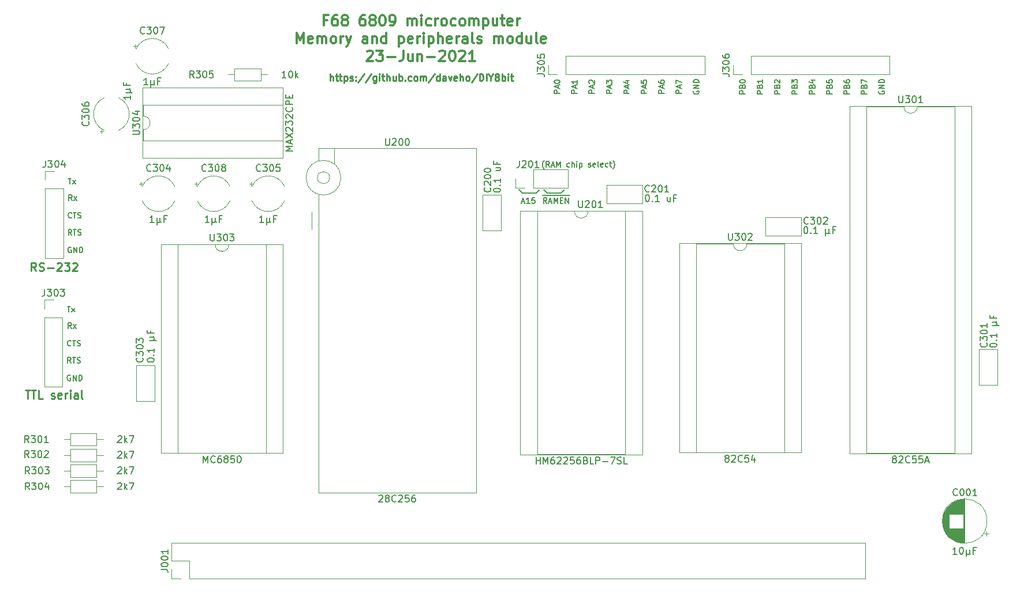
<source format=gbr>
G04 #@! TF.GenerationSoftware,KiCad,Pcbnew,5.1.5+dfsg1-2build2*
G04 #@! TF.CreationDate,2021-06-23T14:51:19-04:00*
G04 #@! TF.ProjectId,MemoryAndPeripherals,4d656d6f-7279-4416-9e64-506572697068,1*
G04 #@! TF.SameCoordinates,Original*
G04 #@! TF.FileFunction,Legend,Top*
G04 #@! TF.FilePolarity,Positive*
%FSLAX46Y46*%
G04 Gerber Fmt 4.6, Leading zero omitted, Abs format (unit mm)*
G04 Created by KiCad (PCBNEW 5.1.5+dfsg1-2build2) date 2021-06-23 14:51:19*
%MOMM*%
%LPD*%
G04 APERTURE LIST*
%ADD10C,0.152400*%
%ADD11C,0.250000*%
%ADD12C,0.304800*%
%ADD13C,0.220000*%
%ADD14C,0.120000*%
%ADD15C,0.150000*%
%ADD16C,3.200000*%
%ADD17R,1.600000X1.600000*%
%ADD18C,1.600000*%
%ADD19R,1.700000X1.700000*%
%ADD20O,1.700000X1.700000*%
%ADD21C,1.400000*%
%ADD22O,1.400000X1.400000*%
%ADD23R,2.000000X1.440000*%
%ADD24O,2.000000X1.440000*%
%ADD25O,1.600000X1.600000*%
G04 APERTURE END LIST*
D10*
X78769028Y-24172333D02*
X78730323Y-24133628D01*
X78652914Y-24017514D01*
X78614209Y-23940104D01*
X78575504Y-23823990D01*
X78536800Y-23630466D01*
X78536800Y-23475647D01*
X78575504Y-23282123D01*
X78614209Y-23166009D01*
X78652914Y-23088600D01*
X78730323Y-22972485D01*
X78769028Y-22933780D01*
X79543123Y-23862695D02*
X79272190Y-23475647D01*
X79078666Y-23862695D02*
X79078666Y-23049895D01*
X79388304Y-23049895D01*
X79465714Y-23088600D01*
X79504419Y-23127304D01*
X79543123Y-23204714D01*
X79543123Y-23320828D01*
X79504419Y-23398238D01*
X79465714Y-23436942D01*
X79388304Y-23475647D01*
X79078666Y-23475647D01*
X79852761Y-23630466D02*
X80239809Y-23630466D01*
X79775352Y-23862695D02*
X80046285Y-23049895D01*
X80317219Y-23862695D01*
X80588152Y-23862695D02*
X80588152Y-23049895D01*
X80859085Y-23630466D01*
X81130019Y-23049895D01*
X81130019Y-23862695D01*
X82484685Y-23823990D02*
X82407276Y-23862695D01*
X82252457Y-23862695D01*
X82175047Y-23823990D01*
X82136342Y-23785285D01*
X82097638Y-23707876D01*
X82097638Y-23475647D01*
X82136342Y-23398238D01*
X82175047Y-23359533D01*
X82252457Y-23320828D01*
X82407276Y-23320828D01*
X82484685Y-23359533D01*
X82833028Y-23862695D02*
X82833028Y-23049895D01*
X83181371Y-23862695D02*
X83181371Y-23436942D01*
X83142666Y-23359533D01*
X83065257Y-23320828D01*
X82949142Y-23320828D01*
X82871733Y-23359533D01*
X82833028Y-23398238D01*
X83568419Y-23862695D02*
X83568419Y-23320828D01*
X83568419Y-23049895D02*
X83529714Y-23088600D01*
X83568419Y-23127304D01*
X83607123Y-23088600D01*
X83568419Y-23049895D01*
X83568419Y-23127304D01*
X83955466Y-23320828D02*
X83955466Y-24133628D01*
X83955466Y-23359533D02*
X84032876Y-23320828D01*
X84187695Y-23320828D01*
X84265104Y-23359533D01*
X84303809Y-23398238D01*
X84342514Y-23475647D01*
X84342514Y-23707876D01*
X84303809Y-23785285D01*
X84265104Y-23823990D01*
X84187695Y-23862695D01*
X84032876Y-23862695D01*
X83955466Y-23823990D01*
X85271428Y-23823990D02*
X85348838Y-23862695D01*
X85503657Y-23862695D01*
X85581066Y-23823990D01*
X85619771Y-23746580D01*
X85619771Y-23707876D01*
X85581066Y-23630466D01*
X85503657Y-23591761D01*
X85387542Y-23591761D01*
X85310133Y-23553057D01*
X85271428Y-23475647D01*
X85271428Y-23436942D01*
X85310133Y-23359533D01*
X85387542Y-23320828D01*
X85503657Y-23320828D01*
X85581066Y-23359533D01*
X86277752Y-23823990D02*
X86200342Y-23862695D01*
X86045523Y-23862695D01*
X85968114Y-23823990D01*
X85929409Y-23746580D01*
X85929409Y-23436942D01*
X85968114Y-23359533D01*
X86045523Y-23320828D01*
X86200342Y-23320828D01*
X86277752Y-23359533D01*
X86316457Y-23436942D01*
X86316457Y-23514352D01*
X85929409Y-23591761D01*
X86780914Y-23862695D02*
X86703504Y-23823990D01*
X86664800Y-23746580D01*
X86664800Y-23049895D01*
X87400190Y-23823990D02*
X87322780Y-23862695D01*
X87167961Y-23862695D01*
X87090552Y-23823990D01*
X87051847Y-23746580D01*
X87051847Y-23436942D01*
X87090552Y-23359533D01*
X87167961Y-23320828D01*
X87322780Y-23320828D01*
X87400190Y-23359533D01*
X87438895Y-23436942D01*
X87438895Y-23514352D01*
X87051847Y-23591761D01*
X88135580Y-23823990D02*
X88058171Y-23862695D01*
X87903352Y-23862695D01*
X87825942Y-23823990D01*
X87787238Y-23785285D01*
X87748533Y-23707876D01*
X87748533Y-23475647D01*
X87787238Y-23398238D01*
X87825942Y-23359533D01*
X87903352Y-23320828D01*
X88058171Y-23320828D01*
X88135580Y-23359533D01*
X88367809Y-23320828D02*
X88677447Y-23320828D01*
X88483923Y-23049895D02*
X88483923Y-23746580D01*
X88522628Y-23823990D01*
X88600038Y-23862695D01*
X88677447Y-23862695D01*
X88870971Y-24172333D02*
X88909676Y-24133628D01*
X88987085Y-24017514D01*
X89025790Y-23940104D01*
X89064495Y-23823990D01*
X89103200Y-23630466D01*
X89103200Y-23475647D01*
X89064495Y-23282123D01*
X89025790Y-23166009D01*
X88987085Y-23088600D01*
X88909676Y-22972485D01*
X88870971Y-22933780D01*
X78505352Y-28045664D02*
X79318152Y-28045664D01*
X79163333Y-29196695D02*
X78892400Y-28809647D01*
X78698876Y-29196695D02*
X78698876Y-28383895D01*
X79008514Y-28383895D01*
X79085923Y-28422600D01*
X79124628Y-28461304D01*
X79163333Y-28538714D01*
X79163333Y-28654828D01*
X79124628Y-28732238D01*
X79085923Y-28770942D01*
X79008514Y-28809647D01*
X78698876Y-28809647D01*
X79318152Y-28045664D02*
X80014838Y-28045664D01*
X79472971Y-28964466D02*
X79860019Y-28964466D01*
X79395561Y-29196695D02*
X79666495Y-28383895D01*
X79937428Y-29196695D01*
X80014838Y-28045664D02*
X80943752Y-28045664D01*
X80208361Y-29196695D02*
X80208361Y-28383895D01*
X80479295Y-28964466D01*
X80750228Y-28383895D01*
X80750228Y-29196695D01*
X80943752Y-28045664D02*
X81679142Y-28045664D01*
X81137276Y-28770942D02*
X81408209Y-28770942D01*
X81524323Y-29196695D02*
X81137276Y-29196695D01*
X81137276Y-28383895D01*
X81524323Y-28383895D01*
X81679142Y-28045664D02*
X82530647Y-28045664D01*
X81872666Y-29196695D02*
X81872666Y-28383895D01*
X82337123Y-29196695D01*
X82337123Y-28383895D01*
X75486380Y-28964466D02*
X75873428Y-28964466D01*
X75408971Y-29196695D02*
X75679904Y-28383895D01*
X75950838Y-29196695D01*
X76647523Y-29196695D02*
X76183066Y-29196695D01*
X76415295Y-29196695D02*
X76415295Y-28383895D01*
X76337885Y-28500009D01*
X76260476Y-28577419D01*
X76183066Y-28616123D01*
X77382914Y-28383895D02*
X76995866Y-28383895D01*
X76957161Y-28770942D01*
X76995866Y-28732238D01*
X77073276Y-28693533D01*
X77266800Y-28693533D01*
X77344209Y-28732238D01*
X77382914Y-28770942D01*
X77421619Y-28848352D01*
X77421619Y-29041876D01*
X77382914Y-29119285D01*
X77344209Y-29157990D01*
X77266800Y-29196695D01*
X77073276Y-29196695D01*
X76995866Y-29157990D01*
X76957161Y-29119285D01*
X81280000Y-27686000D02*
X81788000Y-27178000D01*
X79248000Y-27686000D02*
X81280000Y-27686000D01*
X78740000Y-27178000D02*
X79248000Y-27686000D01*
X77597000Y-27686000D02*
X75565000Y-27686000D01*
X78105000Y-27178000D02*
X77597000Y-27686000D01*
X75057000Y-27178000D02*
X75565000Y-27686000D01*
D11*
X47386666Y-11202380D02*
X47386666Y-10202380D01*
X47815238Y-11202380D02*
X47815238Y-10678571D01*
X47767619Y-10583333D01*
X47672380Y-10535714D01*
X47529523Y-10535714D01*
X47434285Y-10583333D01*
X47386666Y-10630952D01*
X48148571Y-10535714D02*
X48529523Y-10535714D01*
X48291428Y-10202380D02*
X48291428Y-11059523D01*
X48339047Y-11154761D01*
X48434285Y-11202380D01*
X48529523Y-11202380D01*
X48720000Y-10535714D02*
X49100952Y-10535714D01*
X48862857Y-10202380D02*
X48862857Y-11059523D01*
X48910476Y-11154761D01*
X49005714Y-11202380D01*
X49100952Y-11202380D01*
X49434285Y-10535714D02*
X49434285Y-11535714D01*
X49434285Y-10583333D02*
X49529523Y-10535714D01*
X49720000Y-10535714D01*
X49815238Y-10583333D01*
X49862857Y-10630952D01*
X49910476Y-10726190D01*
X49910476Y-11011904D01*
X49862857Y-11107142D01*
X49815238Y-11154761D01*
X49720000Y-11202380D01*
X49529523Y-11202380D01*
X49434285Y-11154761D01*
X50291428Y-11154761D02*
X50386666Y-11202380D01*
X50577142Y-11202380D01*
X50672380Y-11154761D01*
X50720000Y-11059523D01*
X50720000Y-11011904D01*
X50672380Y-10916666D01*
X50577142Y-10869047D01*
X50434285Y-10869047D01*
X50339047Y-10821428D01*
X50291428Y-10726190D01*
X50291428Y-10678571D01*
X50339047Y-10583333D01*
X50434285Y-10535714D01*
X50577142Y-10535714D01*
X50672380Y-10583333D01*
X51148571Y-11107142D02*
X51196190Y-11154761D01*
X51148571Y-11202380D01*
X51100952Y-11154761D01*
X51148571Y-11107142D01*
X51148571Y-11202380D01*
X51148571Y-10583333D02*
X51196190Y-10630952D01*
X51148571Y-10678571D01*
X51100952Y-10630952D01*
X51148571Y-10583333D01*
X51148571Y-10678571D01*
X52339047Y-10154761D02*
X51481904Y-11440476D01*
X53386666Y-10154761D02*
X52529523Y-11440476D01*
X54148571Y-10535714D02*
X54148571Y-11345238D01*
X54100952Y-11440476D01*
X54053333Y-11488095D01*
X53958095Y-11535714D01*
X53815238Y-11535714D01*
X53720000Y-11488095D01*
X54148571Y-11154761D02*
X54053333Y-11202380D01*
X53862857Y-11202380D01*
X53767619Y-11154761D01*
X53720000Y-11107142D01*
X53672380Y-11011904D01*
X53672380Y-10726190D01*
X53720000Y-10630952D01*
X53767619Y-10583333D01*
X53862857Y-10535714D01*
X54053333Y-10535714D01*
X54148571Y-10583333D01*
X54624761Y-11202380D02*
X54624761Y-10535714D01*
X54624761Y-10202380D02*
X54577142Y-10250000D01*
X54624761Y-10297619D01*
X54672380Y-10250000D01*
X54624761Y-10202380D01*
X54624761Y-10297619D01*
X54958095Y-10535714D02*
X55339047Y-10535714D01*
X55100952Y-10202380D02*
X55100952Y-11059523D01*
X55148571Y-11154761D01*
X55243809Y-11202380D01*
X55339047Y-11202380D01*
X55672380Y-11202380D02*
X55672380Y-10202380D01*
X56100952Y-11202380D02*
X56100952Y-10678571D01*
X56053333Y-10583333D01*
X55958095Y-10535714D01*
X55815238Y-10535714D01*
X55720000Y-10583333D01*
X55672380Y-10630952D01*
X57005714Y-10535714D02*
X57005714Y-11202380D01*
X56577142Y-10535714D02*
X56577142Y-11059523D01*
X56624761Y-11154761D01*
X56720000Y-11202380D01*
X56862857Y-11202380D01*
X56958095Y-11154761D01*
X57005714Y-11107142D01*
X57481904Y-11202380D02*
X57481904Y-10202380D01*
X57481904Y-10583333D02*
X57577142Y-10535714D01*
X57767619Y-10535714D01*
X57862857Y-10583333D01*
X57910476Y-10630952D01*
X57958095Y-10726190D01*
X57958095Y-11011904D01*
X57910476Y-11107142D01*
X57862857Y-11154761D01*
X57767619Y-11202380D01*
X57577142Y-11202380D01*
X57481904Y-11154761D01*
X58386666Y-11107142D02*
X58434285Y-11154761D01*
X58386666Y-11202380D01*
X58339047Y-11154761D01*
X58386666Y-11107142D01*
X58386666Y-11202380D01*
X59291428Y-11154761D02*
X59196190Y-11202380D01*
X59005714Y-11202380D01*
X58910476Y-11154761D01*
X58862857Y-11107142D01*
X58815238Y-11011904D01*
X58815238Y-10726190D01*
X58862857Y-10630952D01*
X58910476Y-10583333D01*
X59005714Y-10535714D01*
X59196190Y-10535714D01*
X59291428Y-10583333D01*
X59862857Y-11202380D02*
X59767619Y-11154761D01*
X59720000Y-11107142D01*
X59672380Y-11011904D01*
X59672380Y-10726190D01*
X59720000Y-10630952D01*
X59767619Y-10583333D01*
X59862857Y-10535714D01*
X60005714Y-10535714D01*
X60100952Y-10583333D01*
X60148571Y-10630952D01*
X60196190Y-10726190D01*
X60196190Y-11011904D01*
X60148571Y-11107142D01*
X60100952Y-11154761D01*
X60005714Y-11202380D01*
X59862857Y-11202380D01*
X60624761Y-11202380D02*
X60624761Y-10535714D01*
X60624761Y-10630952D02*
X60672380Y-10583333D01*
X60767619Y-10535714D01*
X60910476Y-10535714D01*
X61005714Y-10583333D01*
X61053333Y-10678571D01*
X61053333Y-11202380D01*
X61053333Y-10678571D02*
X61100952Y-10583333D01*
X61196190Y-10535714D01*
X61339047Y-10535714D01*
X61434285Y-10583333D01*
X61481904Y-10678571D01*
X61481904Y-11202380D01*
X62672380Y-10154761D02*
X61815238Y-11440476D01*
X63434285Y-11202380D02*
X63434285Y-10202380D01*
X63434285Y-11154761D02*
X63339047Y-11202380D01*
X63148571Y-11202380D01*
X63053333Y-11154761D01*
X63005714Y-11107142D01*
X62958095Y-11011904D01*
X62958095Y-10726190D01*
X63005714Y-10630952D01*
X63053333Y-10583333D01*
X63148571Y-10535714D01*
X63339047Y-10535714D01*
X63434285Y-10583333D01*
X64339047Y-11202380D02*
X64339047Y-10678571D01*
X64291428Y-10583333D01*
X64196190Y-10535714D01*
X64005714Y-10535714D01*
X63910476Y-10583333D01*
X64339047Y-11154761D02*
X64243809Y-11202380D01*
X64005714Y-11202380D01*
X63910476Y-11154761D01*
X63862857Y-11059523D01*
X63862857Y-10964285D01*
X63910476Y-10869047D01*
X64005714Y-10821428D01*
X64243809Y-10821428D01*
X64339047Y-10773809D01*
X64719999Y-10535714D02*
X64958095Y-11202380D01*
X65196190Y-10535714D01*
X65958095Y-11154761D02*
X65862857Y-11202380D01*
X65672380Y-11202380D01*
X65577142Y-11154761D01*
X65529523Y-11059523D01*
X65529523Y-10678571D01*
X65577142Y-10583333D01*
X65672380Y-10535714D01*
X65862857Y-10535714D01*
X65958095Y-10583333D01*
X66005714Y-10678571D01*
X66005714Y-10773809D01*
X65529523Y-10869047D01*
X66434285Y-11202380D02*
X66434285Y-10202380D01*
X66862857Y-11202380D02*
X66862857Y-10678571D01*
X66815238Y-10583333D01*
X66719999Y-10535714D01*
X66577142Y-10535714D01*
X66481904Y-10583333D01*
X66434285Y-10630952D01*
X67481904Y-11202380D02*
X67386666Y-11154761D01*
X67339047Y-11107142D01*
X67291428Y-11011904D01*
X67291428Y-10726190D01*
X67339047Y-10630952D01*
X67386666Y-10583333D01*
X67481904Y-10535714D01*
X67624761Y-10535714D01*
X67720000Y-10583333D01*
X67767619Y-10630952D01*
X67815238Y-10726190D01*
X67815238Y-11011904D01*
X67767619Y-11107142D01*
X67720000Y-11154761D01*
X67624761Y-11202380D01*
X67481904Y-11202380D01*
X68958095Y-10154761D02*
X68100952Y-11440476D01*
X69291428Y-11202380D02*
X69291428Y-10202380D01*
X69529523Y-10202380D01*
X69672380Y-10250000D01*
X69767619Y-10345238D01*
X69815238Y-10440476D01*
X69862857Y-10630952D01*
X69862857Y-10773809D01*
X69815238Y-10964285D01*
X69767619Y-11059523D01*
X69672380Y-11154761D01*
X69529523Y-11202380D01*
X69291428Y-11202380D01*
X70291428Y-11202380D02*
X70291428Y-10202380D01*
X70958095Y-10726190D02*
X70958095Y-11202380D01*
X70624761Y-10202380D02*
X70958095Y-10726190D01*
X71291428Y-10202380D01*
X71767619Y-10630952D02*
X71672380Y-10583333D01*
X71624761Y-10535714D01*
X71577142Y-10440476D01*
X71577142Y-10392857D01*
X71624761Y-10297619D01*
X71672380Y-10250000D01*
X71767619Y-10202380D01*
X71958095Y-10202380D01*
X72053333Y-10250000D01*
X72100952Y-10297619D01*
X72148571Y-10392857D01*
X72148571Y-10440476D01*
X72100952Y-10535714D01*
X72053333Y-10583333D01*
X71958095Y-10630952D01*
X71767619Y-10630952D01*
X71672380Y-10678571D01*
X71624761Y-10726190D01*
X71577142Y-10821428D01*
X71577142Y-11011904D01*
X71624761Y-11107142D01*
X71672380Y-11154761D01*
X71767619Y-11202380D01*
X71958095Y-11202380D01*
X72053333Y-11154761D01*
X72100952Y-11107142D01*
X72148571Y-11011904D01*
X72148571Y-10821428D01*
X72100952Y-10726190D01*
X72053333Y-10678571D01*
X71958095Y-10630952D01*
X72577142Y-11202380D02*
X72577142Y-10202380D01*
X72577142Y-10583333D02*
X72672380Y-10535714D01*
X72862857Y-10535714D01*
X72958095Y-10583333D01*
X73005714Y-10630952D01*
X73053333Y-10726190D01*
X73053333Y-11011904D01*
X73005714Y-11107142D01*
X72958095Y-11154761D01*
X72862857Y-11202380D01*
X72672380Y-11202380D01*
X72577142Y-11154761D01*
X73481904Y-11202380D02*
X73481904Y-10535714D01*
X73481904Y-10202380D02*
X73434285Y-10250000D01*
X73481904Y-10297619D01*
X73529523Y-10250000D01*
X73481904Y-10202380D01*
X73481904Y-10297619D01*
X73815238Y-10535714D02*
X74196190Y-10535714D01*
X73958095Y-10202380D02*
X73958095Y-11059523D01*
X74005714Y-11154761D01*
X74100952Y-11202380D01*
X74196190Y-11202380D01*
D12*
X46931428Y-2310342D02*
X46423428Y-2310342D01*
X46423428Y-3108628D02*
X46423428Y-1584628D01*
X47149142Y-1584628D01*
X48382857Y-1584628D02*
X48092571Y-1584628D01*
X47947428Y-1657200D01*
X47874857Y-1729771D01*
X47729714Y-1947485D01*
X47657142Y-2237771D01*
X47657142Y-2818342D01*
X47729714Y-2963485D01*
X47802285Y-3036057D01*
X47947428Y-3108628D01*
X48237714Y-3108628D01*
X48382857Y-3036057D01*
X48455428Y-2963485D01*
X48528000Y-2818342D01*
X48528000Y-2455485D01*
X48455428Y-2310342D01*
X48382857Y-2237771D01*
X48237714Y-2165200D01*
X47947428Y-2165200D01*
X47802285Y-2237771D01*
X47729714Y-2310342D01*
X47657142Y-2455485D01*
X49398857Y-2237771D02*
X49253714Y-2165200D01*
X49181142Y-2092628D01*
X49108571Y-1947485D01*
X49108571Y-1874914D01*
X49181142Y-1729771D01*
X49253714Y-1657200D01*
X49398857Y-1584628D01*
X49689142Y-1584628D01*
X49834285Y-1657200D01*
X49906857Y-1729771D01*
X49979428Y-1874914D01*
X49979428Y-1947485D01*
X49906857Y-2092628D01*
X49834285Y-2165200D01*
X49689142Y-2237771D01*
X49398857Y-2237771D01*
X49253714Y-2310342D01*
X49181142Y-2382914D01*
X49108571Y-2528057D01*
X49108571Y-2818342D01*
X49181142Y-2963485D01*
X49253714Y-3036057D01*
X49398857Y-3108628D01*
X49689142Y-3108628D01*
X49834285Y-3036057D01*
X49906857Y-2963485D01*
X49979428Y-2818342D01*
X49979428Y-2528057D01*
X49906857Y-2382914D01*
X49834285Y-2310342D01*
X49689142Y-2237771D01*
X52446857Y-1584628D02*
X52156571Y-1584628D01*
X52011428Y-1657200D01*
X51938857Y-1729771D01*
X51793714Y-1947485D01*
X51721142Y-2237771D01*
X51721142Y-2818342D01*
X51793714Y-2963485D01*
X51866285Y-3036057D01*
X52011428Y-3108628D01*
X52301714Y-3108628D01*
X52446857Y-3036057D01*
X52519428Y-2963485D01*
X52592000Y-2818342D01*
X52592000Y-2455485D01*
X52519428Y-2310342D01*
X52446857Y-2237771D01*
X52301714Y-2165200D01*
X52011428Y-2165200D01*
X51866285Y-2237771D01*
X51793714Y-2310342D01*
X51721142Y-2455485D01*
X53462857Y-2237771D02*
X53317714Y-2165200D01*
X53245142Y-2092628D01*
X53172571Y-1947485D01*
X53172571Y-1874914D01*
X53245142Y-1729771D01*
X53317714Y-1657200D01*
X53462857Y-1584628D01*
X53753142Y-1584628D01*
X53898285Y-1657200D01*
X53970857Y-1729771D01*
X54043428Y-1874914D01*
X54043428Y-1947485D01*
X53970857Y-2092628D01*
X53898285Y-2165200D01*
X53753142Y-2237771D01*
X53462857Y-2237771D01*
X53317714Y-2310342D01*
X53245142Y-2382914D01*
X53172571Y-2528057D01*
X53172571Y-2818342D01*
X53245142Y-2963485D01*
X53317714Y-3036057D01*
X53462857Y-3108628D01*
X53753142Y-3108628D01*
X53898285Y-3036057D01*
X53970857Y-2963485D01*
X54043428Y-2818342D01*
X54043428Y-2528057D01*
X53970857Y-2382914D01*
X53898285Y-2310342D01*
X53753142Y-2237771D01*
X54986857Y-1584628D02*
X55132000Y-1584628D01*
X55277142Y-1657200D01*
X55349714Y-1729771D01*
X55422285Y-1874914D01*
X55494857Y-2165200D01*
X55494857Y-2528057D01*
X55422285Y-2818342D01*
X55349714Y-2963485D01*
X55277142Y-3036057D01*
X55132000Y-3108628D01*
X54986857Y-3108628D01*
X54841714Y-3036057D01*
X54769142Y-2963485D01*
X54696571Y-2818342D01*
X54624000Y-2528057D01*
X54624000Y-2165200D01*
X54696571Y-1874914D01*
X54769142Y-1729771D01*
X54841714Y-1657200D01*
X54986857Y-1584628D01*
X56220571Y-3108628D02*
X56510857Y-3108628D01*
X56656000Y-3036057D01*
X56728571Y-2963485D01*
X56873714Y-2745771D01*
X56946285Y-2455485D01*
X56946285Y-1874914D01*
X56873714Y-1729771D01*
X56801142Y-1657200D01*
X56656000Y-1584628D01*
X56365714Y-1584628D01*
X56220571Y-1657200D01*
X56148000Y-1729771D01*
X56075428Y-1874914D01*
X56075428Y-2237771D01*
X56148000Y-2382914D01*
X56220571Y-2455485D01*
X56365714Y-2528057D01*
X56656000Y-2528057D01*
X56801142Y-2455485D01*
X56873714Y-2382914D01*
X56946285Y-2237771D01*
X58760571Y-3108628D02*
X58760571Y-2092628D01*
X58760571Y-2237771D02*
X58833142Y-2165200D01*
X58978285Y-2092628D01*
X59195999Y-2092628D01*
X59341142Y-2165200D01*
X59413714Y-2310342D01*
X59413714Y-3108628D01*
X59413714Y-2310342D02*
X59486285Y-2165200D01*
X59631428Y-2092628D01*
X59849142Y-2092628D01*
X59994285Y-2165200D01*
X60066857Y-2310342D01*
X60066857Y-3108628D01*
X60792571Y-3108628D02*
X60792571Y-2092628D01*
X60792571Y-1584628D02*
X60719999Y-1657200D01*
X60792571Y-1729771D01*
X60865142Y-1657200D01*
X60792571Y-1584628D01*
X60792571Y-1729771D01*
X62171428Y-3036057D02*
X62026285Y-3108628D01*
X61735999Y-3108628D01*
X61590857Y-3036057D01*
X61518285Y-2963485D01*
X61445714Y-2818342D01*
X61445714Y-2382914D01*
X61518285Y-2237771D01*
X61590857Y-2165200D01*
X61735999Y-2092628D01*
X62026285Y-2092628D01*
X62171428Y-2165200D01*
X62824571Y-3108628D02*
X62824571Y-2092628D01*
X62824571Y-2382914D02*
X62897142Y-2237771D01*
X62969714Y-2165200D01*
X63114857Y-2092628D01*
X63259999Y-2092628D01*
X63985714Y-3108628D02*
X63840571Y-3036057D01*
X63767999Y-2963485D01*
X63695428Y-2818342D01*
X63695428Y-2382914D01*
X63767999Y-2237771D01*
X63840571Y-2165200D01*
X63985714Y-2092628D01*
X64203428Y-2092628D01*
X64348571Y-2165200D01*
X64421142Y-2237771D01*
X64493714Y-2382914D01*
X64493714Y-2818342D01*
X64421142Y-2963485D01*
X64348571Y-3036057D01*
X64203428Y-3108628D01*
X63985714Y-3108628D01*
X65799999Y-3036057D02*
X65654857Y-3108628D01*
X65364571Y-3108628D01*
X65219428Y-3036057D01*
X65146857Y-2963485D01*
X65074285Y-2818342D01*
X65074285Y-2382914D01*
X65146857Y-2237771D01*
X65219428Y-2165200D01*
X65364571Y-2092628D01*
X65654857Y-2092628D01*
X65799999Y-2165200D01*
X66670857Y-3108628D02*
X66525714Y-3036057D01*
X66453142Y-2963485D01*
X66380571Y-2818342D01*
X66380571Y-2382914D01*
X66453142Y-2237771D01*
X66525714Y-2165200D01*
X66670857Y-2092628D01*
X66888571Y-2092628D01*
X67033714Y-2165200D01*
X67106285Y-2237771D01*
X67178857Y-2382914D01*
X67178857Y-2818342D01*
X67106285Y-2963485D01*
X67033714Y-3036057D01*
X66888571Y-3108628D01*
X66670857Y-3108628D01*
X67831999Y-3108628D02*
X67831999Y-2092628D01*
X67831999Y-2237771D02*
X67904571Y-2165200D01*
X68049714Y-2092628D01*
X68267428Y-2092628D01*
X68412571Y-2165200D01*
X68485142Y-2310342D01*
X68485142Y-3108628D01*
X68485142Y-2310342D02*
X68557714Y-2165200D01*
X68702857Y-2092628D01*
X68920571Y-2092628D01*
X69065714Y-2165200D01*
X69138285Y-2310342D01*
X69138285Y-3108628D01*
X69863999Y-2092628D02*
X69863999Y-3616628D01*
X69863999Y-2165200D02*
X70009142Y-2092628D01*
X70299428Y-2092628D01*
X70444571Y-2165200D01*
X70517142Y-2237771D01*
X70589714Y-2382914D01*
X70589714Y-2818342D01*
X70517142Y-2963485D01*
X70444571Y-3036057D01*
X70299428Y-3108628D01*
X70009142Y-3108628D01*
X69863999Y-3036057D01*
X71895999Y-2092628D02*
X71895999Y-3108628D01*
X71242857Y-2092628D02*
X71242857Y-2890914D01*
X71315428Y-3036057D01*
X71460571Y-3108628D01*
X71678285Y-3108628D01*
X71823428Y-3036057D01*
X71895999Y-2963485D01*
X72403999Y-2092628D02*
X72984571Y-2092628D01*
X72621714Y-1584628D02*
X72621714Y-2890914D01*
X72694285Y-3036057D01*
X72839428Y-3108628D01*
X72984571Y-3108628D01*
X74073142Y-3036057D02*
X73927999Y-3108628D01*
X73637714Y-3108628D01*
X73492571Y-3036057D01*
X73419999Y-2890914D01*
X73419999Y-2310342D01*
X73492571Y-2165200D01*
X73637714Y-2092628D01*
X73927999Y-2092628D01*
X74073142Y-2165200D01*
X74145714Y-2310342D01*
X74145714Y-2455485D01*
X73419999Y-2600628D01*
X74798857Y-3108628D02*
X74798857Y-2092628D01*
X74798857Y-2382914D02*
X74871428Y-2237771D01*
X74943999Y-2165200D01*
X75089142Y-2092628D01*
X75234285Y-2092628D01*
X42468285Y-5699428D02*
X42468285Y-4175428D01*
X42976285Y-5264000D01*
X43484285Y-4175428D01*
X43484285Y-5699428D01*
X44790571Y-5626857D02*
X44645428Y-5699428D01*
X44355142Y-5699428D01*
X44209999Y-5626857D01*
X44137428Y-5481714D01*
X44137428Y-4901142D01*
X44209999Y-4756000D01*
X44355142Y-4683428D01*
X44645428Y-4683428D01*
X44790571Y-4756000D01*
X44863142Y-4901142D01*
X44863142Y-5046285D01*
X44137428Y-5191428D01*
X45516285Y-5699428D02*
X45516285Y-4683428D01*
X45516285Y-4828571D02*
X45588857Y-4756000D01*
X45733999Y-4683428D01*
X45951714Y-4683428D01*
X46096857Y-4756000D01*
X46169428Y-4901142D01*
X46169428Y-5699428D01*
X46169428Y-4901142D02*
X46241999Y-4756000D01*
X46387142Y-4683428D01*
X46604857Y-4683428D01*
X46749999Y-4756000D01*
X46822571Y-4901142D01*
X46822571Y-5699428D01*
X47765999Y-5699428D02*
X47620857Y-5626857D01*
X47548285Y-5554285D01*
X47475714Y-5409142D01*
X47475714Y-4973714D01*
X47548285Y-4828571D01*
X47620857Y-4756000D01*
X47765999Y-4683428D01*
X47983714Y-4683428D01*
X48128857Y-4756000D01*
X48201428Y-4828571D01*
X48273999Y-4973714D01*
X48273999Y-5409142D01*
X48201428Y-5554285D01*
X48128857Y-5626857D01*
X47983714Y-5699428D01*
X47765999Y-5699428D01*
X48927142Y-5699428D02*
X48927142Y-4683428D01*
X48927142Y-4973714D02*
X48999714Y-4828571D01*
X49072285Y-4756000D01*
X49217428Y-4683428D01*
X49362571Y-4683428D01*
X49725428Y-4683428D02*
X50088285Y-5699428D01*
X50451142Y-4683428D02*
X50088285Y-5699428D01*
X49943142Y-6062285D01*
X49870571Y-6134857D01*
X49725428Y-6207428D01*
X52845999Y-5699428D02*
X52845999Y-4901142D01*
X52773428Y-4756000D01*
X52628285Y-4683428D01*
X52337999Y-4683428D01*
X52192857Y-4756000D01*
X52845999Y-5626857D02*
X52700857Y-5699428D01*
X52337999Y-5699428D01*
X52192857Y-5626857D01*
X52120285Y-5481714D01*
X52120285Y-5336571D01*
X52192857Y-5191428D01*
X52337999Y-5118857D01*
X52700857Y-5118857D01*
X52845999Y-5046285D01*
X53571714Y-4683428D02*
X53571714Y-5699428D01*
X53571714Y-4828571D02*
X53644285Y-4756000D01*
X53789428Y-4683428D01*
X54007142Y-4683428D01*
X54152285Y-4756000D01*
X54224857Y-4901142D01*
X54224857Y-5699428D01*
X55603714Y-5699428D02*
X55603714Y-4175428D01*
X55603714Y-5626857D02*
X55458571Y-5699428D01*
X55168285Y-5699428D01*
X55023142Y-5626857D01*
X54950571Y-5554285D01*
X54877999Y-5409142D01*
X54877999Y-4973714D01*
X54950571Y-4828571D01*
X55023142Y-4756000D01*
X55168285Y-4683428D01*
X55458571Y-4683428D01*
X55603714Y-4756000D01*
X57490571Y-4683428D02*
X57490571Y-6207428D01*
X57490571Y-4756000D02*
X57635714Y-4683428D01*
X57925999Y-4683428D01*
X58071142Y-4756000D01*
X58143714Y-4828571D01*
X58216285Y-4973714D01*
X58216285Y-5409142D01*
X58143714Y-5554285D01*
X58071142Y-5626857D01*
X57925999Y-5699428D01*
X57635714Y-5699428D01*
X57490571Y-5626857D01*
X59449999Y-5626857D02*
X59304857Y-5699428D01*
X59014571Y-5699428D01*
X58869428Y-5626857D01*
X58796857Y-5481714D01*
X58796857Y-4901142D01*
X58869428Y-4756000D01*
X59014571Y-4683428D01*
X59304857Y-4683428D01*
X59449999Y-4756000D01*
X59522571Y-4901142D01*
X59522571Y-5046285D01*
X58796857Y-5191428D01*
X60175714Y-5699428D02*
X60175714Y-4683428D01*
X60175714Y-4973714D02*
X60248285Y-4828571D01*
X60320857Y-4756000D01*
X60465999Y-4683428D01*
X60611142Y-4683428D01*
X61119142Y-5699428D02*
X61119142Y-4683428D01*
X61119142Y-4175428D02*
X61046571Y-4248000D01*
X61119142Y-4320571D01*
X61191714Y-4248000D01*
X61119142Y-4175428D01*
X61119142Y-4320571D01*
X61844857Y-4683428D02*
X61844857Y-6207428D01*
X61844857Y-4756000D02*
X61989999Y-4683428D01*
X62280285Y-4683428D01*
X62425428Y-4756000D01*
X62497999Y-4828571D01*
X62570571Y-4973714D01*
X62570571Y-5409142D01*
X62497999Y-5554285D01*
X62425428Y-5626857D01*
X62280285Y-5699428D01*
X61989999Y-5699428D01*
X61844857Y-5626857D01*
X63223714Y-5699428D02*
X63223714Y-4175428D01*
X63876857Y-5699428D02*
X63876857Y-4901142D01*
X63804285Y-4756000D01*
X63659142Y-4683428D01*
X63441428Y-4683428D01*
X63296285Y-4756000D01*
X63223714Y-4828571D01*
X65183142Y-5626857D02*
X65037999Y-5699428D01*
X64747714Y-5699428D01*
X64602571Y-5626857D01*
X64529999Y-5481714D01*
X64529999Y-4901142D01*
X64602571Y-4756000D01*
X64747714Y-4683428D01*
X65037999Y-4683428D01*
X65183142Y-4756000D01*
X65255714Y-4901142D01*
X65255714Y-5046285D01*
X64529999Y-5191428D01*
X65908857Y-5699428D02*
X65908857Y-4683428D01*
X65908857Y-4973714D02*
X65981428Y-4828571D01*
X66053999Y-4756000D01*
X66199142Y-4683428D01*
X66344285Y-4683428D01*
X67505428Y-5699428D02*
X67505428Y-4901142D01*
X67432857Y-4756000D01*
X67287714Y-4683428D01*
X66997428Y-4683428D01*
X66852285Y-4756000D01*
X67505428Y-5626857D02*
X67360285Y-5699428D01*
X66997428Y-5699428D01*
X66852285Y-5626857D01*
X66779714Y-5481714D01*
X66779714Y-5336571D01*
X66852285Y-5191428D01*
X66997428Y-5118857D01*
X67360285Y-5118857D01*
X67505428Y-5046285D01*
X68448857Y-5699428D02*
X68303714Y-5626857D01*
X68231142Y-5481714D01*
X68231142Y-4175428D01*
X68956857Y-5626857D02*
X69101999Y-5699428D01*
X69392285Y-5699428D01*
X69537428Y-5626857D01*
X69609999Y-5481714D01*
X69609999Y-5409142D01*
X69537428Y-5264000D01*
X69392285Y-5191428D01*
X69174571Y-5191428D01*
X69029428Y-5118857D01*
X68956857Y-4973714D01*
X68956857Y-4901142D01*
X69029428Y-4756000D01*
X69174571Y-4683428D01*
X69392285Y-4683428D01*
X69537428Y-4756000D01*
X71424285Y-5699428D02*
X71424285Y-4683428D01*
X71424285Y-4828571D02*
X71496857Y-4756000D01*
X71641999Y-4683428D01*
X71859714Y-4683428D01*
X72004857Y-4756000D01*
X72077428Y-4901142D01*
X72077428Y-5699428D01*
X72077428Y-4901142D02*
X72149999Y-4756000D01*
X72295142Y-4683428D01*
X72512857Y-4683428D01*
X72657999Y-4756000D01*
X72730571Y-4901142D01*
X72730571Y-5699428D01*
X73673999Y-5699428D02*
X73528857Y-5626857D01*
X73456285Y-5554285D01*
X73383714Y-5409142D01*
X73383714Y-4973714D01*
X73456285Y-4828571D01*
X73528857Y-4756000D01*
X73673999Y-4683428D01*
X73891714Y-4683428D01*
X74036857Y-4756000D01*
X74109428Y-4828571D01*
X74181999Y-4973714D01*
X74181999Y-5409142D01*
X74109428Y-5554285D01*
X74036857Y-5626857D01*
X73891714Y-5699428D01*
X73673999Y-5699428D01*
X75488285Y-5699428D02*
X75488285Y-4175428D01*
X75488285Y-5626857D02*
X75343142Y-5699428D01*
X75052857Y-5699428D01*
X74907714Y-5626857D01*
X74835142Y-5554285D01*
X74762571Y-5409142D01*
X74762571Y-4973714D01*
X74835142Y-4828571D01*
X74907714Y-4756000D01*
X75052857Y-4683428D01*
X75343142Y-4683428D01*
X75488285Y-4756000D01*
X76867142Y-4683428D02*
X76867142Y-5699428D01*
X76213999Y-4683428D02*
X76213999Y-5481714D01*
X76286571Y-5626857D01*
X76431714Y-5699428D01*
X76649428Y-5699428D01*
X76794571Y-5626857D01*
X76867142Y-5554285D01*
X77810571Y-5699428D02*
X77665428Y-5626857D01*
X77592857Y-5481714D01*
X77592857Y-4175428D01*
X78971714Y-5626857D02*
X78826571Y-5699428D01*
X78536285Y-5699428D01*
X78391142Y-5626857D01*
X78318571Y-5481714D01*
X78318571Y-4901142D01*
X78391142Y-4756000D01*
X78536285Y-4683428D01*
X78826571Y-4683428D01*
X78971714Y-4756000D01*
X79044285Y-4901142D01*
X79044285Y-5046285D01*
X78318571Y-5191428D01*
X52809714Y-6911371D02*
X52882285Y-6838800D01*
X53027428Y-6766228D01*
X53390285Y-6766228D01*
X53535428Y-6838800D01*
X53607999Y-6911371D01*
X53680571Y-7056514D01*
X53680571Y-7201657D01*
X53607999Y-7419371D01*
X52737142Y-8290228D01*
X53680571Y-8290228D01*
X54188571Y-6766228D02*
X55131999Y-6766228D01*
X54623999Y-7346800D01*
X54841714Y-7346800D01*
X54986857Y-7419371D01*
X55059428Y-7491942D01*
X55131999Y-7637085D01*
X55131999Y-7999942D01*
X55059428Y-8145085D01*
X54986857Y-8217657D01*
X54841714Y-8290228D01*
X54406285Y-8290228D01*
X54261142Y-8217657D01*
X54188571Y-8145085D01*
X55785142Y-7709657D02*
X56946285Y-7709657D01*
X58107428Y-6766228D02*
X58107428Y-7854800D01*
X58034857Y-8072514D01*
X57889714Y-8217657D01*
X57671999Y-8290228D01*
X57526857Y-8290228D01*
X59486285Y-7274228D02*
X59486285Y-8290228D01*
X58833142Y-7274228D02*
X58833142Y-8072514D01*
X58905714Y-8217657D01*
X59050857Y-8290228D01*
X59268571Y-8290228D01*
X59413714Y-8217657D01*
X59486285Y-8145085D01*
X60211999Y-7274228D02*
X60211999Y-8290228D01*
X60211999Y-7419371D02*
X60284571Y-7346800D01*
X60429714Y-7274228D01*
X60647428Y-7274228D01*
X60792571Y-7346800D01*
X60865142Y-7491942D01*
X60865142Y-8290228D01*
X61590857Y-7709657D02*
X62752000Y-7709657D01*
X63405142Y-6911371D02*
X63477714Y-6838800D01*
X63622857Y-6766228D01*
X63985714Y-6766228D01*
X64130857Y-6838800D01*
X64203428Y-6911371D01*
X64276000Y-7056514D01*
X64276000Y-7201657D01*
X64203428Y-7419371D01*
X63332571Y-8290228D01*
X64276000Y-8290228D01*
X65219428Y-6766228D02*
X65364571Y-6766228D01*
X65509714Y-6838800D01*
X65582285Y-6911371D01*
X65654857Y-7056514D01*
X65727428Y-7346800D01*
X65727428Y-7709657D01*
X65654857Y-7999942D01*
X65582285Y-8145085D01*
X65509714Y-8217657D01*
X65364571Y-8290228D01*
X65219428Y-8290228D01*
X65074285Y-8217657D01*
X65001714Y-8145085D01*
X64929142Y-7999942D01*
X64856571Y-7709657D01*
X64856571Y-7346800D01*
X64929142Y-7056514D01*
X65001714Y-6911371D01*
X65074285Y-6838800D01*
X65219428Y-6766228D01*
X66308000Y-6911371D02*
X66380571Y-6838800D01*
X66525714Y-6766228D01*
X66888571Y-6766228D01*
X67033714Y-6838800D01*
X67106285Y-6911371D01*
X67178857Y-7056514D01*
X67178857Y-7201657D01*
X67106285Y-7419371D01*
X66235428Y-8290228D01*
X67178857Y-8290228D01*
X68630285Y-8290228D02*
X67759428Y-8290228D01*
X68194857Y-8290228D02*
X68194857Y-6766228D01*
X68049714Y-6983942D01*
X67904571Y-7129085D01*
X67759428Y-7201657D01*
D13*
X2642857Y-56692857D02*
X3328571Y-56692857D01*
X2985714Y-57892857D02*
X2985714Y-56692857D01*
X3557142Y-56692857D02*
X4242857Y-56692857D01*
X3900000Y-57892857D02*
X3900000Y-56692857D01*
X5214285Y-57892857D02*
X4642857Y-57892857D01*
X4642857Y-56692857D01*
X6471428Y-57835714D02*
X6585714Y-57892857D01*
X6814285Y-57892857D01*
X6928571Y-57835714D01*
X6985714Y-57721428D01*
X6985714Y-57664285D01*
X6928571Y-57550000D01*
X6814285Y-57492857D01*
X6642857Y-57492857D01*
X6528571Y-57435714D01*
X6471428Y-57321428D01*
X6471428Y-57264285D01*
X6528571Y-57150000D01*
X6642857Y-57092857D01*
X6814285Y-57092857D01*
X6928571Y-57150000D01*
X7957142Y-57835714D02*
X7842857Y-57892857D01*
X7614285Y-57892857D01*
X7500000Y-57835714D01*
X7442857Y-57721428D01*
X7442857Y-57264285D01*
X7500000Y-57150000D01*
X7614285Y-57092857D01*
X7842857Y-57092857D01*
X7957142Y-57150000D01*
X8014285Y-57264285D01*
X8014285Y-57378571D01*
X7442857Y-57492857D01*
X8528571Y-57892857D02*
X8528571Y-57092857D01*
X8528571Y-57321428D02*
X8585714Y-57207142D01*
X8642857Y-57150000D01*
X8757142Y-57092857D01*
X8871428Y-57092857D01*
X9271428Y-57892857D02*
X9271428Y-57092857D01*
X9271428Y-56692857D02*
X9214285Y-56750000D01*
X9271428Y-56807142D01*
X9328571Y-56750000D01*
X9271428Y-56692857D01*
X9271428Y-56807142D01*
X10357142Y-57892857D02*
X10357142Y-57264285D01*
X10300000Y-57150000D01*
X10185714Y-57092857D01*
X9957142Y-57092857D01*
X9842857Y-57150000D01*
X10357142Y-57835714D02*
X10242857Y-57892857D01*
X9957142Y-57892857D01*
X9842857Y-57835714D01*
X9785714Y-57721428D01*
X9785714Y-57607142D01*
X9842857Y-57492857D01*
X9957142Y-57435714D01*
X10242857Y-57435714D01*
X10357142Y-57378571D01*
X11099999Y-57892857D02*
X10985714Y-57835714D01*
X10928571Y-57721428D01*
X10928571Y-56692857D01*
D10*
X8938780Y-25554895D02*
X9403238Y-25554895D01*
X9171009Y-26367695D02*
X9171009Y-25554895D01*
X9596761Y-26367695D02*
X10022514Y-25825828D01*
X9596761Y-25825828D02*
X10022514Y-26367695D01*
X9522590Y-28767695D02*
X9251657Y-28380647D01*
X9058133Y-28767695D02*
X9058133Y-27954895D01*
X9367771Y-27954895D01*
X9445180Y-27993600D01*
X9483885Y-28032304D01*
X9522590Y-28109714D01*
X9522590Y-28225828D01*
X9483885Y-28303238D01*
X9445180Y-28341942D01*
X9367771Y-28380647D01*
X9058133Y-28380647D01*
X9793523Y-28767695D02*
X10219276Y-28225828D01*
X9793523Y-28225828D02*
X10219276Y-28767695D01*
X9454895Y-31290285D02*
X9416190Y-31328990D01*
X9300076Y-31367695D01*
X9222666Y-31367695D01*
X9106552Y-31328990D01*
X9029142Y-31251580D01*
X8990438Y-31174171D01*
X8951733Y-31019352D01*
X8951733Y-30903238D01*
X8990438Y-30748419D01*
X9029142Y-30671009D01*
X9106552Y-30593600D01*
X9222666Y-30554895D01*
X9300076Y-30554895D01*
X9416190Y-30593600D01*
X9454895Y-30632304D01*
X9687123Y-30554895D02*
X10151580Y-30554895D01*
X9919352Y-31367695D02*
X9919352Y-30554895D01*
X10383809Y-31328990D02*
X10499923Y-31367695D01*
X10693447Y-31367695D01*
X10770857Y-31328990D01*
X10809561Y-31290285D01*
X10848266Y-31212876D01*
X10848266Y-31135466D01*
X10809561Y-31058057D01*
X10770857Y-31019352D01*
X10693447Y-30980647D01*
X10538628Y-30941942D01*
X10461219Y-30903238D01*
X10422514Y-30864533D01*
X10383809Y-30787123D01*
X10383809Y-30709714D01*
X10422514Y-30632304D01*
X10461219Y-30593600D01*
X10538628Y-30554895D01*
X10732152Y-30554895D01*
X10848266Y-30593600D01*
X9454895Y-33867695D02*
X9183961Y-33480647D01*
X8990438Y-33867695D02*
X8990438Y-33054895D01*
X9300076Y-33054895D01*
X9377485Y-33093600D01*
X9416190Y-33132304D01*
X9454895Y-33209714D01*
X9454895Y-33325828D01*
X9416190Y-33403238D01*
X9377485Y-33441942D01*
X9300076Y-33480647D01*
X8990438Y-33480647D01*
X9687123Y-33054895D02*
X10151580Y-33054895D01*
X9919352Y-33867695D02*
X9919352Y-33054895D01*
X10383809Y-33828990D02*
X10499923Y-33867695D01*
X10693447Y-33867695D01*
X10770857Y-33828990D01*
X10809561Y-33790285D01*
X10848266Y-33712876D01*
X10848266Y-33635466D01*
X10809561Y-33558057D01*
X10770857Y-33519352D01*
X10693447Y-33480647D01*
X10538628Y-33441942D01*
X10461219Y-33403238D01*
X10422514Y-33364533D01*
X10383809Y-33287123D01*
X10383809Y-33209714D01*
X10422514Y-33132304D01*
X10461219Y-33093600D01*
X10538628Y-33054895D01*
X10732152Y-33054895D01*
X10848266Y-33093600D01*
X9380723Y-35693600D02*
X9303314Y-35654895D01*
X9187200Y-35654895D01*
X9071085Y-35693600D01*
X8993676Y-35771009D01*
X8954971Y-35848419D01*
X8916266Y-36003238D01*
X8916266Y-36119352D01*
X8954971Y-36274171D01*
X8993676Y-36351580D01*
X9071085Y-36428990D01*
X9187200Y-36467695D01*
X9264609Y-36467695D01*
X9380723Y-36428990D01*
X9419428Y-36390285D01*
X9419428Y-36119352D01*
X9264609Y-36119352D01*
X9767771Y-36467695D02*
X9767771Y-35654895D01*
X10232228Y-36467695D01*
X10232228Y-35654895D01*
X10619276Y-36467695D02*
X10619276Y-35654895D01*
X10812800Y-35654895D01*
X10928914Y-35693600D01*
X11006323Y-35771009D01*
X11045028Y-35848419D01*
X11083733Y-36003238D01*
X11083733Y-36119352D01*
X11045028Y-36274171D01*
X11006323Y-36351580D01*
X10928914Y-36428990D01*
X10812800Y-36467695D01*
X10619276Y-36467695D01*
D13*
X4242857Y-39142857D02*
X3842857Y-38571428D01*
X3557142Y-39142857D02*
X3557142Y-37942857D01*
X4014285Y-37942857D01*
X4128571Y-38000000D01*
X4185714Y-38057142D01*
X4242857Y-38171428D01*
X4242857Y-38342857D01*
X4185714Y-38457142D01*
X4128571Y-38514285D01*
X4014285Y-38571428D01*
X3557142Y-38571428D01*
X4700000Y-39085714D02*
X4871428Y-39142857D01*
X5157142Y-39142857D01*
X5271428Y-39085714D01*
X5328571Y-39028571D01*
X5385714Y-38914285D01*
X5385714Y-38800000D01*
X5328571Y-38685714D01*
X5271428Y-38628571D01*
X5157142Y-38571428D01*
X4928571Y-38514285D01*
X4814285Y-38457142D01*
X4757142Y-38400000D01*
X4700000Y-38285714D01*
X4700000Y-38171428D01*
X4757142Y-38057142D01*
X4814285Y-38000000D01*
X4928571Y-37942857D01*
X5214285Y-37942857D01*
X5385714Y-38000000D01*
X5900000Y-38685714D02*
X6814285Y-38685714D01*
X7328571Y-38057142D02*
X7385714Y-38000000D01*
X7500000Y-37942857D01*
X7785714Y-37942857D01*
X7900000Y-38000000D01*
X7957142Y-38057142D01*
X8014285Y-38171428D01*
X8014285Y-38285714D01*
X7957142Y-38457142D01*
X7271428Y-39142857D01*
X8014285Y-39142857D01*
X8414285Y-37942857D02*
X9157142Y-37942857D01*
X8757142Y-38400000D01*
X8928571Y-38400000D01*
X9042857Y-38457142D01*
X9100000Y-38514285D01*
X9157142Y-38628571D01*
X9157142Y-38914285D01*
X9100000Y-39028571D01*
X9042857Y-39085714D01*
X8928571Y-39142857D01*
X8585714Y-39142857D01*
X8471428Y-39085714D01*
X8414285Y-39028571D01*
X9614285Y-38057142D02*
X9671428Y-38000000D01*
X9785714Y-37942857D01*
X10071428Y-37942857D01*
X10185714Y-38000000D01*
X10242857Y-38057142D01*
X10300000Y-38171428D01*
X10300000Y-38285714D01*
X10242857Y-38457142D01*
X9557142Y-39142857D01*
X10300000Y-39142857D01*
D10*
X121017695Y-13106323D02*
X120204895Y-13106323D01*
X120204895Y-12796685D01*
X120243600Y-12719276D01*
X120282304Y-12680571D01*
X120359714Y-12641866D01*
X120475828Y-12641866D01*
X120553238Y-12680571D01*
X120591942Y-12719276D01*
X120630647Y-12796685D01*
X120630647Y-13106323D01*
X120591942Y-12022590D02*
X120630647Y-11906476D01*
X120669352Y-11867771D01*
X120746761Y-11829066D01*
X120862876Y-11829066D01*
X120940285Y-11867771D01*
X120978990Y-11906476D01*
X121017695Y-11983885D01*
X121017695Y-12293523D01*
X120204895Y-12293523D01*
X120204895Y-12022590D01*
X120243600Y-11945180D01*
X120282304Y-11906476D01*
X120359714Y-11867771D01*
X120437123Y-11867771D01*
X120514533Y-11906476D01*
X120553238Y-11945180D01*
X120591942Y-12022590D01*
X120591942Y-12293523D01*
X120204895Y-11093676D02*
X120204895Y-11480723D01*
X120591942Y-11519428D01*
X120553238Y-11480723D01*
X120514533Y-11403314D01*
X120514533Y-11209790D01*
X120553238Y-11132380D01*
X120591942Y-11093676D01*
X120669352Y-11054971D01*
X120862876Y-11054971D01*
X120940285Y-11093676D01*
X120978990Y-11132380D01*
X121017695Y-11209790D01*
X121017695Y-11403314D01*
X120978990Y-11480723D01*
X120940285Y-11519428D01*
X113367695Y-13106323D02*
X112554895Y-13106323D01*
X112554895Y-12796685D01*
X112593600Y-12719276D01*
X112632304Y-12680571D01*
X112709714Y-12641866D01*
X112825828Y-12641866D01*
X112903238Y-12680571D01*
X112941942Y-12719276D01*
X112980647Y-12796685D01*
X112980647Y-13106323D01*
X112941942Y-12022590D02*
X112980647Y-11906476D01*
X113019352Y-11867771D01*
X113096761Y-11829066D01*
X113212876Y-11829066D01*
X113290285Y-11867771D01*
X113328990Y-11906476D01*
X113367695Y-11983885D01*
X113367695Y-12293523D01*
X112554895Y-12293523D01*
X112554895Y-12022590D01*
X112593600Y-11945180D01*
X112632304Y-11906476D01*
X112709714Y-11867771D01*
X112787123Y-11867771D01*
X112864533Y-11906476D01*
X112903238Y-11945180D01*
X112941942Y-12022590D01*
X112941942Y-12293523D01*
X112632304Y-11519428D02*
X112593600Y-11480723D01*
X112554895Y-11403314D01*
X112554895Y-11209790D01*
X112593600Y-11132380D01*
X112632304Y-11093676D01*
X112709714Y-11054971D01*
X112787123Y-11054971D01*
X112903238Y-11093676D01*
X113367695Y-11558133D01*
X113367695Y-11054971D01*
X127893600Y-12719276D02*
X127854895Y-12796685D01*
X127854895Y-12912800D01*
X127893600Y-13028914D01*
X127971009Y-13106323D01*
X128048419Y-13145028D01*
X128203238Y-13183733D01*
X128319352Y-13183733D01*
X128474171Y-13145028D01*
X128551580Y-13106323D01*
X128628990Y-13028914D01*
X128667695Y-12912800D01*
X128667695Y-12835390D01*
X128628990Y-12719276D01*
X128590285Y-12680571D01*
X128319352Y-12680571D01*
X128319352Y-12835390D01*
X128667695Y-12332228D02*
X127854895Y-12332228D01*
X128667695Y-11867771D01*
X127854895Y-11867771D01*
X128667695Y-11480723D02*
X127854895Y-11480723D01*
X127854895Y-11287200D01*
X127893600Y-11171085D01*
X127971009Y-11093676D01*
X128048419Y-11054971D01*
X128203238Y-11016266D01*
X128319352Y-11016266D01*
X128474171Y-11054971D01*
X128551580Y-11093676D01*
X128628990Y-11171085D01*
X128667695Y-11287200D01*
X128667695Y-11480723D01*
X110817695Y-13106323D02*
X110004895Y-13106323D01*
X110004895Y-12796685D01*
X110043600Y-12719276D01*
X110082304Y-12680571D01*
X110159714Y-12641866D01*
X110275828Y-12641866D01*
X110353238Y-12680571D01*
X110391942Y-12719276D01*
X110430647Y-12796685D01*
X110430647Y-13106323D01*
X110391942Y-12022590D02*
X110430647Y-11906476D01*
X110469352Y-11867771D01*
X110546761Y-11829066D01*
X110662876Y-11829066D01*
X110740285Y-11867771D01*
X110778990Y-11906476D01*
X110817695Y-11983885D01*
X110817695Y-12293523D01*
X110004895Y-12293523D01*
X110004895Y-12022590D01*
X110043600Y-11945180D01*
X110082304Y-11906476D01*
X110159714Y-11867771D01*
X110237123Y-11867771D01*
X110314533Y-11906476D01*
X110353238Y-11945180D01*
X110391942Y-12022590D01*
X110391942Y-12293523D01*
X110817695Y-11054971D02*
X110817695Y-11519428D01*
X110817695Y-11287200D02*
X110004895Y-11287200D01*
X110121009Y-11364609D01*
X110198419Y-11442019D01*
X110237123Y-11519428D01*
X115917695Y-13106323D02*
X115104895Y-13106323D01*
X115104895Y-12796685D01*
X115143600Y-12719276D01*
X115182304Y-12680571D01*
X115259714Y-12641866D01*
X115375828Y-12641866D01*
X115453238Y-12680571D01*
X115491942Y-12719276D01*
X115530647Y-12796685D01*
X115530647Y-13106323D01*
X115491942Y-12022590D02*
X115530647Y-11906476D01*
X115569352Y-11867771D01*
X115646761Y-11829066D01*
X115762876Y-11829066D01*
X115840285Y-11867771D01*
X115878990Y-11906476D01*
X115917695Y-11983885D01*
X115917695Y-12293523D01*
X115104895Y-12293523D01*
X115104895Y-12022590D01*
X115143600Y-11945180D01*
X115182304Y-11906476D01*
X115259714Y-11867771D01*
X115337123Y-11867771D01*
X115414533Y-11906476D01*
X115453238Y-11945180D01*
X115491942Y-12022590D01*
X115491942Y-12293523D01*
X115104895Y-11558133D02*
X115104895Y-11054971D01*
X115414533Y-11325904D01*
X115414533Y-11209790D01*
X115453238Y-11132380D01*
X115491942Y-11093676D01*
X115569352Y-11054971D01*
X115762876Y-11054971D01*
X115840285Y-11093676D01*
X115878990Y-11132380D01*
X115917695Y-11209790D01*
X115917695Y-11442019D01*
X115878990Y-11519428D01*
X115840285Y-11558133D01*
X126117695Y-13106323D02*
X125304895Y-13106323D01*
X125304895Y-12796685D01*
X125343600Y-12719276D01*
X125382304Y-12680571D01*
X125459714Y-12641866D01*
X125575828Y-12641866D01*
X125653238Y-12680571D01*
X125691942Y-12719276D01*
X125730647Y-12796685D01*
X125730647Y-13106323D01*
X125691942Y-12022590D02*
X125730647Y-11906476D01*
X125769352Y-11867771D01*
X125846761Y-11829066D01*
X125962876Y-11829066D01*
X126040285Y-11867771D01*
X126078990Y-11906476D01*
X126117695Y-11983885D01*
X126117695Y-12293523D01*
X125304895Y-12293523D01*
X125304895Y-12022590D01*
X125343600Y-11945180D01*
X125382304Y-11906476D01*
X125459714Y-11867771D01*
X125537123Y-11867771D01*
X125614533Y-11906476D01*
X125653238Y-11945180D01*
X125691942Y-12022590D01*
X125691942Y-12293523D01*
X125304895Y-11558133D02*
X125304895Y-11016266D01*
X126117695Y-11364609D01*
X118467695Y-13106323D02*
X117654895Y-13106323D01*
X117654895Y-12796685D01*
X117693600Y-12719276D01*
X117732304Y-12680571D01*
X117809714Y-12641866D01*
X117925828Y-12641866D01*
X118003238Y-12680571D01*
X118041942Y-12719276D01*
X118080647Y-12796685D01*
X118080647Y-13106323D01*
X118041942Y-12022590D02*
X118080647Y-11906476D01*
X118119352Y-11867771D01*
X118196761Y-11829066D01*
X118312876Y-11829066D01*
X118390285Y-11867771D01*
X118428990Y-11906476D01*
X118467695Y-11983885D01*
X118467695Y-12293523D01*
X117654895Y-12293523D01*
X117654895Y-12022590D01*
X117693600Y-11945180D01*
X117732304Y-11906476D01*
X117809714Y-11867771D01*
X117887123Y-11867771D01*
X117964533Y-11906476D01*
X118003238Y-11945180D01*
X118041942Y-12022590D01*
X118041942Y-12293523D01*
X117925828Y-11132380D02*
X118467695Y-11132380D01*
X117616190Y-11325904D02*
X118196761Y-11519428D01*
X118196761Y-11016266D01*
X123567695Y-13106323D02*
X122754895Y-13106323D01*
X122754895Y-12796685D01*
X122793600Y-12719276D01*
X122832304Y-12680571D01*
X122909714Y-12641866D01*
X123025828Y-12641866D01*
X123103238Y-12680571D01*
X123141942Y-12719276D01*
X123180647Y-12796685D01*
X123180647Y-13106323D01*
X123141942Y-12022590D02*
X123180647Y-11906476D01*
X123219352Y-11867771D01*
X123296761Y-11829066D01*
X123412876Y-11829066D01*
X123490285Y-11867771D01*
X123528990Y-11906476D01*
X123567695Y-11983885D01*
X123567695Y-12293523D01*
X122754895Y-12293523D01*
X122754895Y-12022590D01*
X122793600Y-11945180D01*
X122832304Y-11906476D01*
X122909714Y-11867771D01*
X122987123Y-11867771D01*
X123064533Y-11906476D01*
X123103238Y-11945180D01*
X123141942Y-12022590D01*
X123141942Y-12293523D01*
X122754895Y-11132380D02*
X122754895Y-11287200D01*
X122793600Y-11364609D01*
X122832304Y-11403314D01*
X122948419Y-11480723D01*
X123103238Y-11519428D01*
X123412876Y-11519428D01*
X123490285Y-11480723D01*
X123528990Y-11442019D01*
X123567695Y-11364609D01*
X123567695Y-11209790D01*
X123528990Y-11132380D01*
X123490285Y-11093676D01*
X123412876Y-11054971D01*
X123219352Y-11054971D01*
X123141942Y-11093676D01*
X123103238Y-11132380D01*
X123064533Y-11209790D01*
X123064533Y-11364609D01*
X123103238Y-11442019D01*
X123141942Y-11480723D01*
X123219352Y-11519428D01*
X108267695Y-13106323D02*
X107454895Y-13106323D01*
X107454895Y-12796685D01*
X107493600Y-12719276D01*
X107532304Y-12680571D01*
X107609714Y-12641866D01*
X107725828Y-12641866D01*
X107803238Y-12680571D01*
X107841942Y-12719276D01*
X107880647Y-12796685D01*
X107880647Y-13106323D01*
X107841942Y-12022590D02*
X107880647Y-11906476D01*
X107919352Y-11867771D01*
X107996761Y-11829066D01*
X108112876Y-11829066D01*
X108190285Y-11867771D01*
X108228990Y-11906476D01*
X108267695Y-11983885D01*
X108267695Y-12293523D01*
X107454895Y-12293523D01*
X107454895Y-12022590D01*
X107493600Y-11945180D01*
X107532304Y-11906476D01*
X107609714Y-11867771D01*
X107687123Y-11867771D01*
X107764533Y-11906476D01*
X107803238Y-11945180D01*
X107841942Y-12022590D01*
X107841942Y-12293523D01*
X107454895Y-11325904D02*
X107454895Y-11248495D01*
X107493600Y-11171085D01*
X107532304Y-11132380D01*
X107609714Y-11093676D01*
X107764533Y-11054971D01*
X107958057Y-11054971D01*
X108112876Y-11093676D01*
X108190285Y-11132380D01*
X108228990Y-11171085D01*
X108267695Y-11248495D01*
X108267695Y-11325904D01*
X108228990Y-11403314D01*
X108190285Y-11442019D01*
X108112876Y-11480723D01*
X107958057Y-11519428D01*
X107764533Y-11519428D01*
X107609714Y-11480723D01*
X107532304Y-11442019D01*
X107493600Y-11403314D01*
X107454895Y-11325904D01*
X100693600Y-12719276D02*
X100654895Y-12796685D01*
X100654895Y-12912800D01*
X100693600Y-13028914D01*
X100771009Y-13106323D01*
X100848419Y-13145028D01*
X101003238Y-13183733D01*
X101119352Y-13183733D01*
X101274171Y-13145028D01*
X101351580Y-13106323D01*
X101428990Y-13028914D01*
X101467695Y-12912800D01*
X101467695Y-12835390D01*
X101428990Y-12719276D01*
X101390285Y-12680571D01*
X101119352Y-12680571D01*
X101119352Y-12835390D01*
X101467695Y-12332228D02*
X100654895Y-12332228D01*
X101467695Y-11867771D01*
X100654895Y-11867771D01*
X101467695Y-11480723D02*
X100654895Y-11480723D01*
X100654895Y-11287200D01*
X100693600Y-11171085D01*
X100771009Y-11093676D01*
X100848419Y-11054971D01*
X101003238Y-11016266D01*
X101119352Y-11016266D01*
X101274171Y-11054971D01*
X101351580Y-11093676D01*
X101428990Y-11171085D01*
X101467695Y-11287200D01*
X101467695Y-11480723D01*
X96367695Y-13048266D02*
X95554895Y-13048266D01*
X95554895Y-12738628D01*
X95593600Y-12661219D01*
X95632304Y-12622514D01*
X95709714Y-12583809D01*
X95825828Y-12583809D01*
X95903238Y-12622514D01*
X95941942Y-12661219D01*
X95980647Y-12738628D01*
X95980647Y-13048266D01*
X96135466Y-12274171D02*
X96135466Y-11887123D01*
X96367695Y-12351580D02*
X95554895Y-12080647D01*
X96367695Y-11809714D01*
X95554895Y-11190438D02*
X95554895Y-11345257D01*
X95593600Y-11422666D01*
X95632304Y-11461371D01*
X95748419Y-11538780D01*
X95903238Y-11577485D01*
X96212876Y-11577485D01*
X96290285Y-11538780D01*
X96328990Y-11500076D01*
X96367695Y-11422666D01*
X96367695Y-11267847D01*
X96328990Y-11190438D01*
X96290285Y-11151733D01*
X96212876Y-11113028D01*
X96019352Y-11113028D01*
X95941942Y-11151733D01*
X95903238Y-11190438D01*
X95864533Y-11267847D01*
X95864533Y-11422666D01*
X95903238Y-11500076D01*
X95941942Y-11538780D01*
X96019352Y-11577485D01*
X93817695Y-13048266D02*
X93004895Y-13048266D01*
X93004895Y-12738628D01*
X93043600Y-12661219D01*
X93082304Y-12622514D01*
X93159714Y-12583809D01*
X93275828Y-12583809D01*
X93353238Y-12622514D01*
X93391942Y-12661219D01*
X93430647Y-12738628D01*
X93430647Y-13048266D01*
X93585466Y-12274171D02*
X93585466Y-11887123D01*
X93817695Y-12351580D02*
X93004895Y-12080647D01*
X93817695Y-11809714D01*
X93004895Y-11151733D02*
X93004895Y-11538780D01*
X93391942Y-11577485D01*
X93353238Y-11538780D01*
X93314533Y-11461371D01*
X93314533Y-11267847D01*
X93353238Y-11190438D01*
X93391942Y-11151733D01*
X93469352Y-11113028D01*
X93662876Y-11113028D01*
X93740285Y-11151733D01*
X93778990Y-11190438D01*
X93817695Y-11267847D01*
X93817695Y-11461371D01*
X93778990Y-11538780D01*
X93740285Y-11577485D01*
X98917695Y-13048266D02*
X98104895Y-13048266D01*
X98104895Y-12738628D01*
X98143600Y-12661219D01*
X98182304Y-12622514D01*
X98259714Y-12583809D01*
X98375828Y-12583809D01*
X98453238Y-12622514D01*
X98491942Y-12661219D01*
X98530647Y-12738628D01*
X98530647Y-13048266D01*
X98685466Y-12274171D02*
X98685466Y-11887123D01*
X98917695Y-12351580D02*
X98104895Y-12080647D01*
X98917695Y-11809714D01*
X98104895Y-11616190D02*
X98104895Y-11074323D01*
X98917695Y-11422666D01*
X91267695Y-13048266D02*
X90454895Y-13048266D01*
X90454895Y-12738628D01*
X90493600Y-12661219D01*
X90532304Y-12622514D01*
X90609714Y-12583809D01*
X90725828Y-12583809D01*
X90803238Y-12622514D01*
X90841942Y-12661219D01*
X90880647Y-12738628D01*
X90880647Y-13048266D01*
X91035466Y-12274171D02*
X91035466Y-11887123D01*
X91267695Y-12351580D02*
X90454895Y-12080647D01*
X91267695Y-11809714D01*
X90725828Y-11190438D02*
X91267695Y-11190438D01*
X90416190Y-11383961D02*
X90996761Y-11577485D01*
X90996761Y-11074323D01*
X88717695Y-13048266D02*
X87904895Y-13048266D01*
X87904895Y-12738628D01*
X87943600Y-12661219D01*
X87982304Y-12622514D01*
X88059714Y-12583809D01*
X88175828Y-12583809D01*
X88253238Y-12622514D01*
X88291942Y-12661219D01*
X88330647Y-12738628D01*
X88330647Y-13048266D01*
X88485466Y-12274171D02*
X88485466Y-11887123D01*
X88717695Y-12351580D02*
X87904895Y-12080647D01*
X88717695Y-11809714D01*
X87904895Y-11616190D02*
X87904895Y-11113028D01*
X88214533Y-11383961D01*
X88214533Y-11267847D01*
X88253238Y-11190438D01*
X88291942Y-11151733D01*
X88369352Y-11113028D01*
X88562876Y-11113028D01*
X88640285Y-11151733D01*
X88678990Y-11190438D01*
X88717695Y-11267847D01*
X88717695Y-11500076D01*
X88678990Y-11577485D01*
X88640285Y-11616190D01*
X86167695Y-13048266D02*
X85354895Y-13048266D01*
X85354895Y-12738628D01*
X85393600Y-12661219D01*
X85432304Y-12622514D01*
X85509714Y-12583809D01*
X85625828Y-12583809D01*
X85703238Y-12622514D01*
X85741942Y-12661219D01*
X85780647Y-12738628D01*
X85780647Y-13048266D01*
X85935466Y-12274171D02*
X85935466Y-11887123D01*
X86167695Y-12351580D02*
X85354895Y-12080647D01*
X86167695Y-11809714D01*
X85432304Y-11577485D02*
X85393600Y-11538780D01*
X85354895Y-11461371D01*
X85354895Y-11267847D01*
X85393600Y-11190438D01*
X85432304Y-11151733D01*
X85509714Y-11113028D01*
X85587123Y-11113028D01*
X85703238Y-11151733D01*
X86167695Y-11616190D01*
X86167695Y-11113028D01*
X83617695Y-13048266D02*
X82804895Y-13048266D01*
X82804895Y-12738628D01*
X82843600Y-12661219D01*
X82882304Y-12622514D01*
X82959714Y-12583809D01*
X83075828Y-12583809D01*
X83153238Y-12622514D01*
X83191942Y-12661219D01*
X83230647Y-12738628D01*
X83230647Y-13048266D01*
X83385466Y-12274171D02*
X83385466Y-11887123D01*
X83617695Y-12351580D02*
X82804895Y-12080647D01*
X83617695Y-11809714D01*
X83617695Y-11113028D02*
X83617695Y-11577485D01*
X83617695Y-11345257D02*
X82804895Y-11345257D01*
X82921009Y-11422666D01*
X82998419Y-11500076D01*
X83037123Y-11577485D01*
X81067695Y-13048266D02*
X80254895Y-13048266D01*
X80254895Y-12738628D01*
X80293600Y-12661219D01*
X80332304Y-12622514D01*
X80409714Y-12583809D01*
X80525828Y-12583809D01*
X80603238Y-12622514D01*
X80641942Y-12661219D01*
X80680647Y-12738628D01*
X80680647Y-13048266D01*
X80835466Y-12274171D02*
X80835466Y-11887123D01*
X81067695Y-12351580D02*
X80254895Y-12080647D01*
X81067695Y-11809714D01*
X80254895Y-11383961D02*
X80254895Y-11306552D01*
X80293600Y-11229142D01*
X80332304Y-11190438D01*
X80409714Y-11151733D01*
X80564533Y-11113028D01*
X80758057Y-11113028D01*
X80912876Y-11151733D01*
X80990285Y-11190438D01*
X81028990Y-11229142D01*
X81067695Y-11306552D01*
X81067695Y-11383961D01*
X81028990Y-11461371D01*
X80990285Y-11500076D01*
X80912876Y-11538780D01*
X80758057Y-11577485D01*
X80564533Y-11577485D01*
X80409714Y-11538780D01*
X80332304Y-11500076D01*
X80293600Y-11461371D01*
X80254895Y-11383961D01*
X9280723Y-54493600D02*
X9203314Y-54454895D01*
X9087200Y-54454895D01*
X8971085Y-54493600D01*
X8893676Y-54571009D01*
X8854971Y-54648419D01*
X8816266Y-54803238D01*
X8816266Y-54919352D01*
X8854971Y-55074171D01*
X8893676Y-55151580D01*
X8971085Y-55228990D01*
X9087200Y-55267695D01*
X9164609Y-55267695D01*
X9280723Y-55228990D01*
X9319428Y-55190285D01*
X9319428Y-54919352D01*
X9164609Y-54919352D01*
X9667771Y-55267695D02*
X9667771Y-54454895D01*
X10132228Y-55267695D01*
X10132228Y-54454895D01*
X10519276Y-55267695D02*
X10519276Y-54454895D01*
X10712800Y-54454895D01*
X10828914Y-54493600D01*
X10906323Y-54571009D01*
X10945028Y-54648419D01*
X10983733Y-54803238D01*
X10983733Y-54919352D01*
X10945028Y-55074171D01*
X10906323Y-55151580D01*
X10828914Y-55228990D01*
X10712800Y-55267695D01*
X10519276Y-55267695D01*
X9354895Y-52667695D02*
X9083961Y-52280647D01*
X8890438Y-52667695D02*
X8890438Y-51854895D01*
X9200076Y-51854895D01*
X9277485Y-51893600D01*
X9316190Y-51932304D01*
X9354895Y-52009714D01*
X9354895Y-52125828D01*
X9316190Y-52203238D01*
X9277485Y-52241942D01*
X9200076Y-52280647D01*
X8890438Y-52280647D01*
X9587123Y-51854895D02*
X10051580Y-51854895D01*
X9819352Y-52667695D02*
X9819352Y-51854895D01*
X10283809Y-52628990D02*
X10399923Y-52667695D01*
X10593447Y-52667695D01*
X10670857Y-52628990D01*
X10709561Y-52590285D01*
X10748266Y-52512876D01*
X10748266Y-52435466D01*
X10709561Y-52358057D01*
X10670857Y-52319352D01*
X10593447Y-52280647D01*
X10438628Y-52241942D01*
X10361219Y-52203238D01*
X10322514Y-52164533D01*
X10283809Y-52087123D01*
X10283809Y-52009714D01*
X10322514Y-51932304D01*
X10361219Y-51893600D01*
X10438628Y-51854895D01*
X10632152Y-51854895D01*
X10748266Y-51893600D01*
X9354895Y-50090285D02*
X9316190Y-50128990D01*
X9200076Y-50167695D01*
X9122666Y-50167695D01*
X9006552Y-50128990D01*
X8929142Y-50051580D01*
X8890438Y-49974171D01*
X8851733Y-49819352D01*
X8851733Y-49703238D01*
X8890438Y-49548419D01*
X8929142Y-49471009D01*
X9006552Y-49393600D01*
X9122666Y-49354895D01*
X9200076Y-49354895D01*
X9316190Y-49393600D01*
X9354895Y-49432304D01*
X9587123Y-49354895D02*
X10051580Y-49354895D01*
X9819352Y-50167695D02*
X9819352Y-49354895D01*
X10283809Y-50128990D02*
X10399923Y-50167695D01*
X10593447Y-50167695D01*
X10670857Y-50128990D01*
X10709561Y-50090285D01*
X10748266Y-50012876D01*
X10748266Y-49935466D01*
X10709561Y-49858057D01*
X10670857Y-49819352D01*
X10593447Y-49780647D01*
X10438628Y-49741942D01*
X10361219Y-49703238D01*
X10322514Y-49664533D01*
X10283809Y-49587123D01*
X10283809Y-49509714D01*
X10322514Y-49432304D01*
X10361219Y-49393600D01*
X10438628Y-49354895D01*
X10632152Y-49354895D01*
X10748266Y-49393600D01*
X9422590Y-47567695D02*
X9151657Y-47180647D01*
X8958133Y-47567695D02*
X8958133Y-46754895D01*
X9267771Y-46754895D01*
X9345180Y-46793600D01*
X9383885Y-46832304D01*
X9422590Y-46909714D01*
X9422590Y-47025828D01*
X9383885Y-47103238D01*
X9345180Y-47141942D01*
X9267771Y-47180647D01*
X8958133Y-47180647D01*
X9693523Y-47567695D02*
X10119276Y-47025828D01*
X9693523Y-47025828D02*
X10119276Y-47567695D01*
X8838780Y-44354895D02*
X9303238Y-44354895D01*
X9071009Y-45167695D02*
X9071009Y-44354895D01*
X9496761Y-45167695D02*
X9922514Y-44625828D01*
X9496761Y-44625828D02*
X9922514Y-45167695D01*
D14*
X143635241Y-78054000D02*
X143635241Y-77424000D01*
X143950241Y-77739000D02*
X143320241Y-77739000D01*
X137209000Y-76302000D02*
X137209000Y-75498000D01*
X137249000Y-76533000D02*
X137249000Y-75267000D01*
X137289000Y-76702000D02*
X137289000Y-75098000D01*
X137329000Y-76840000D02*
X137329000Y-74960000D01*
X137369000Y-76959000D02*
X137369000Y-74841000D01*
X137409000Y-77065000D02*
X137409000Y-74735000D01*
X137449000Y-77162000D02*
X137449000Y-74638000D01*
X137489000Y-77250000D02*
X137489000Y-74550000D01*
X137529000Y-77332000D02*
X137529000Y-74468000D01*
X137569000Y-77409000D02*
X137569000Y-74391000D01*
X137609000Y-77481000D02*
X137609000Y-74319000D01*
X137649000Y-77550000D02*
X137649000Y-74250000D01*
X137689000Y-77614000D02*
X137689000Y-74186000D01*
X137729000Y-77676000D02*
X137729000Y-74124000D01*
X137769000Y-77734000D02*
X137769000Y-74066000D01*
X137809000Y-77790000D02*
X137809000Y-74010000D01*
X137849000Y-77844000D02*
X137849000Y-73956000D01*
X137889000Y-77895000D02*
X137889000Y-73905000D01*
X137929000Y-77944000D02*
X137929000Y-73856000D01*
X137969000Y-77992000D02*
X137969000Y-73808000D01*
X138009000Y-78037000D02*
X138009000Y-73763000D01*
X138049000Y-78082000D02*
X138049000Y-73718000D01*
X138089000Y-78124000D02*
X138089000Y-73676000D01*
X138129000Y-78165000D02*
X138129000Y-73635000D01*
X138169000Y-74860000D02*
X138169000Y-73595000D01*
X138169000Y-78205000D02*
X138169000Y-76940000D01*
X138209000Y-74860000D02*
X138209000Y-73557000D01*
X138209000Y-78243000D02*
X138209000Y-76940000D01*
X138249000Y-74860000D02*
X138249000Y-73520000D01*
X138249000Y-78280000D02*
X138249000Y-76940000D01*
X138289000Y-74860000D02*
X138289000Y-73484000D01*
X138289000Y-78316000D02*
X138289000Y-76940000D01*
X138329000Y-74860000D02*
X138329000Y-73450000D01*
X138329000Y-78350000D02*
X138329000Y-76940000D01*
X138369000Y-74860000D02*
X138369000Y-73416000D01*
X138369000Y-78384000D02*
X138369000Y-76940000D01*
X138409000Y-74860000D02*
X138409000Y-73384000D01*
X138409000Y-78416000D02*
X138409000Y-76940000D01*
X138449000Y-74860000D02*
X138449000Y-73352000D01*
X138449000Y-78448000D02*
X138449000Y-76940000D01*
X138489000Y-74860000D02*
X138489000Y-73322000D01*
X138489000Y-78478000D02*
X138489000Y-76940000D01*
X138529000Y-74860000D02*
X138529000Y-73293000D01*
X138529000Y-78507000D02*
X138529000Y-76940000D01*
X138569000Y-74860000D02*
X138569000Y-73264000D01*
X138569000Y-78536000D02*
X138569000Y-76940000D01*
X138609000Y-74860000D02*
X138609000Y-73236000D01*
X138609000Y-78564000D02*
X138609000Y-76940000D01*
X138649000Y-74860000D02*
X138649000Y-73210000D01*
X138649000Y-78590000D02*
X138649000Y-76940000D01*
X138689000Y-74860000D02*
X138689000Y-73184000D01*
X138689000Y-78616000D02*
X138689000Y-76940000D01*
X138729000Y-74860000D02*
X138729000Y-73158000D01*
X138729000Y-78642000D02*
X138729000Y-76940000D01*
X138769000Y-74860000D02*
X138769000Y-73134000D01*
X138769000Y-78666000D02*
X138769000Y-76940000D01*
X138809000Y-74860000D02*
X138809000Y-73110000D01*
X138809000Y-78690000D02*
X138809000Y-76940000D01*
X138849000Y-74860000D02*
X138849000Y-73088000D01*
X138849000Y-78712000D02*
X138849000Y-76940000D01*
X138889000Y-74860000D02*
X138889000Y-73066000D01*
X138889000Y-78734000D02*
X138889000Y-76940000D01*
X138929000Y-74860000D02*
X138929000Y-73044000D01*
X138929000Y-78756000D02*
X138929000Y-76940000D01*
X138969000Y-74860000D02*
X138969000Y-73024000D01*
X138969000Y-78776000D02*
X138969000Y-76940000D01*
X139009000Y-74860000D02*
X139009000Y-73004000D01*
X139009000Y-78796000D02*
X139009000Y-76940000D01*
X139049000Y-74860000D02*
X139049000Y-72984000D01*
X139049000Y-78816000D02*
X139049000Y-76940000D01*
X139089000Y-74860000D02*
X139089000Y-72966000D01*
X139089000Y-78834000D02*
X139089000Y-76940000D01*
X139129000Y-74860000D02*
X139129000Y-72948000D01*
X139129000Y-78852000D02*
X139129000Y-76940000D01*
X139169000Y-74860000D02*
X139169000Y-72930000D01*
X139169000Y-78870000D02*
X139169000Y-76940000D01*
X139209000Y-74860000D02*
X139209000Y-72914000D01*
X139209000Y-78886000D02*
X139209000Y-76940000D01*
X139249000Y-74860000D02*
X139249000Y-72898000D01*
X139249000Y-78902000D02*
X139249000Y-76940000D01*
X139289000Y-74860000D02*
X139289000Y-72882000D01*
X139289000Y-78918000D02*
X139289000Y-76940000D01*
X139329000Y-74860000D02*
X139329000Y-72867000D01*
X139329000Y-78933000D02*
X139329000Y-76940000D01*
X139369000Y-74860000D02*
X139369000Y-72853000D01*
X139369000Y-78947000D02*
X139369000Y-76940000D01*
X139409000Y-74860000D02*
X139409000Y-72839000D01*
X139409000Y-78961000D02*
X139409000Y-76940000D01*
X139449000Y-74860000D02*
X139449000Y-72826000D01*
X139449000Y-78974000D02*
X139449000Y-76940000D01*
X139489000Y-74860000D02*
X139489000Y-72814000D01*
X139489000Y-78986000D02*
X139489000Y-76940000D01*
X139529000Y-74860000D02*
X139529000Y-72802000D01*
X139529000Y-78998000D02*
X139529000Y-76940000D01*
X139569000Y-74860000D02*
X139569000Y-72790000D01*
X139569000Y-79010000D02*
X139569000Y-76940000D01*
X139609000Y-74860000D02*
X139609000Y-72779000D01*
X139609000Y-79021000D02*
X139609000Y-76940000D01*
X139649000Y-74860000D02*
X139649000Y-72769000D01*
X139649000Y-79031000D02*
X139649000Y-76940000D01*
X139689000Y-74860000D02*
X139689000Y-72759000D01*
X139689000Y-79041000D02*
X139689000Y-76940000D01*
X139729000Y-74860000D02*
X139729000Y-72750000D01*
X139729000Y-79050000D02*
X139729000Y-76940000D01*
X139770000Y-74860000D02*
X139770000Y-72741000D01*
X139770000Y-79059000D02*
X139770000Y-76940000D01*
X139810000Y-74860000D02*
X139810000Y-72733000D01*
X139810000Y-79067000D02*
X139810000Y-76940000D01*
X139850000Y-74860000D02*
X139850000Y-72725000D01*
X139850000Y-79075000D02*
X139850000Y-76940000D01*
X139890000Y-74860000D02*
X139890000Y-72718000D01*
X139890000Y-79082000D02*
X139890000Y-76940000D01*
X139930000Y-74860000D02*
X139930000Y-72711000D01*
X139930000Y-79089000D02*
X139930000Y-76940000D01*
X139970000Y-74860000D02*
X139970000Y-72705000D01*
X139970000Y-79095000D02*
X139970000Y-76940000D01*
X140010000Y-74860000D02*
X140010000Y-72699000D01*
X140010000Y-79101000D02*
X140010000Y-76940000D01*
X140050000Y-74860000D02*
X140050000Y-72694000D01*
X140050000Y-79106000D02*
X140050000Y-76940000D01*
X140090000Y-74860000D02*
X140090000Y-72689000D01*
X140090000Y-79111000D02*
X140090000Y-76940000D01*
X140130000Y-74860000D02*
X140130000Y-72685000D01*
X140130000Y-79115000D02*
X140130000Y-76940000D01*
X140170000Y-74860000D02*
X140170000Y-72682000D01*
X140170000Y-79118000D02*
X140170000Y-76940000D01*
X140210000Y-74860000D02*
X140210000Y-72678000D01*
X140210000Y-79122000D02*
X140210000Y-76940000D01*
X140250000Y-79124000D02*
X140250000Y-72676000D01*
X140290000Y-79127000D02*
X140290000Y-72673000D01*
X140330000Y-79128000D02*
X140330000Y-72672000D01*
X140370000Y-79130000D02*
X140370000Y-72670000D01*
X140410000Y-79130000D02*
X140410000Y-72670000D01*
X140450000Y-79130000D02*
X140450000Y-72670000D01*
X143720000Y-75900000D02*
G75*
G03X143720000Y-75900000I-3270000J0D01*
G01*
X69730000Y-27930000D02*
X72470000Y-27930000D01*
X69730000Y-33170000D02*
X72470000Y-33170000D01*
X72470000Y-33170000D02*
X72470000Y-27930000D01*
X69730000Y-33170000D02*
X69730000Y-27930000D01*
X93170000Y-29270000D02*
X87930000Y-29270000D01*
X93170000Y-26530000D02*
X87930000Y-26530000D01*
X93170000Y-29270000D02*
X93170000Y-26530000D01*
X87930000Y-29270000D02*
X87930000Y-26530000D01*
X145270000Y-55870000D02*
X142530000Y-55870000D01*
X145270000Y-50630000D02*
X142530000Y-50630000D01*
X142530000Y-50630000D02*
X142530000Y-55870000D01*
X145270000Y-50630000D02*
X145270000Y-55870000D01*
X116470000Y-33970000D02*
X111230000Y-33970000D01*
X116470000Y-31230000D02*
X111230000Y-31230000D01*
X116470000Y-33970000D02*
X116470000Y-31230000D01*
X111230000Y-33970000D02*
X111230000Y-31230000D01*
X21670000Y-58270000D02*
X18930000Y-58270000D01*
X21670000Y-53030000D02*
X18930000Y-53030000D01*
X18930000Y-53030000D02*
X18930000Y-58270000D01*
X21670000Y-53030000D02*
X21670000Y-58270000D01*
X19395225Y-26325000D02*
X19895225Y-26325000D01*
X19645225Y-26075000D02*
X19645225Y-26575000D01*
X24595997Y-28860000D02*
G75*
G02X19804003Y-28860000I-2395997J1060000D01*
G01*
X24595997Y-26740000D02*
G75*
G03X19804003Y-26740000I-2395997J-1060000D01*
G01*
X35745225Y-26075000D02*
X35745225Y-26575000D01*
X35495225Y-26325000D02*
X35995225Y-26325000D01*
X40695997Y-26740000D02*
G75*
G03X35904003Y-26740000I-2395997J-1060000D01*
G01*
X40695997Y-28860000D02*
G75*
G02X35904003Y-28860000I-2395997J1060000D01*
G01*
X13825000Y-18904775D02*
X13825000Y-18404775D01*
X13575000Y-18654775D02*
X14075000Y-18654775D01*
X16360000Y-13704003D02*
G75*
G02X16360000Y-18495997I-1060000J-2395997D01*
G01*
X14240000Y-13704003D02*
G75*
G03X14240000Y-18495997I1060000J-2395997D01*
G01*
X18745225Y-5875000D02*
X18745225Y-6375000D01*
X18495225Y-6125000D02*
X18995225Y-6125000D01*
X23695997Y-6540000D02*
G75*
G03X18904003Y-6540000I-2395997J-1060000D01*
G01*
X23695997Y-8660000D02*
G75*
G02X18904003Y-8660000I-2395997J1060000D01*
G01*
X27745225Y-26075000D02*
X27745225Y-26575000D01*
X27495225Y-26325000D02*
X27995225Y-26325000D01*
X32695997Y-26740000D02*
G75*
G03X27904003Y-26740000I-2395997J-1060000D01*
G01*
X32695997Y-28860000D02*
G75*
G02X27904003Y-28860000I-2395997J1060000D01*
G01*
X5470000Y-43370000D02*
X6800000Y-43370000D01*
X5470000Y-44700000D02*
X5470000Y-43370000D01*
X5470000Y-45970000D02*
X8130000Y-45970000D01*
X8130000Y-45970000D02*
X8130000Y-56190000D01*
X5470000Y-45970000D02*
X5470000Y-56190000D01*
X5470000Y-56190000D02*
X8130000Y-56190000D01*
X5570000Y-37290000D02*
X8230000Y-37290000D01*
X5570000Y-27070000D02*
X5570000Y-37290000D01*
X8230000Y-27070000D02*
X8230000Y-37290000D01*
X5570000Y-27070000D02*
X8230000Y-27070000D01*
X5570000Y-25800000D02*
X5570000Y-24470000D01*
X5570000Y-24470000D02*
X6900000Y-24470000D01*
X102350000Y-10230000D02*
X102350000Y-7570000D01*
X81970000Y-10230000D02*
X102350000Y-10230000D01*
X81970000Y-7570000D02*
X102350000Y-7570000D01*
X81970000Y-10230000D02*
X81970000Y-7570000D01*
X80700000Y-10230000D02*
X79370000Y-10230000D01*
X79370000Y-10230000D02*
X79370000Y-8900000D01*
X106470000Y-10230000D02*
X106470000Y-8900000D01*
X107800000Y-10230000D02*
X106470000Y-10230000D01*
X109070000Y-10230000D02*
X109070000Y-7570000D01*
X109070000Y-7570000D02*
X129450000Y-7570000D01*
X109070000Y-10230000D02*
X129450000Y-10230000D01*
X129450000Y-10230000D02*
X129450000Y-7570000D01*
X14080000Y-63900000D02*
X13130000Y-63900000D01*
X8340000Y-63900000D02*
X9290000Y-63900000D01*
X13130000Y-62980000D02*
X9290000Y-62980000D01*
X13130000Y-64820000D02*
X13130000Y-62980000D01*
X9290000Y-64820000D02*
X13130000Y-64820000D01*
X9290000Y-62980000D02*
X9290000Y-64820000D01*
X9290000Y-65280000D02*
X9290000Y-67120000D01*
X9290000Y-67120000D02*
X13130000Y-67120000D01*
X13130000Y-67120000D02*
X13130000Y-65280000D01*
X13130000Y-65280000D02*
X9290000Y-65280000D01*
X8340000Y-66200000D02*
X9290000Y-66200000D01*
X14080000Y-66200000D02*
X13130000Y-66200000D01*
X14080000Y-68500000D02*
X13130000Y-68500000D01*
X8340000Y-68500000D02*
X9290000Y-68500000D01*
X13130000Y-67580000D02*
X9290000Y-67580000D01*
X13130000Y-69420000D02*
X13130000Y-67580000D01*
X9290000Y-69420000D02*
X13130000Y-69420000D01*
X9290000Y-67580000D02*
X9290000Y-69420000D01*
X9290000Y-69880000D02*
X9290000Y-71720000D01*
X9290000Y-71720000D02*
X13130000Y-71720000D01*
X13130000Y-71720000D02*
X13130000Y-69880000D01*
X13130000Y-69880000D02*
X9290000Y-69880000D01*
X8340000Y-70800000D02*
X9290000Y-70800000D01*
X14080000Y-70800000D02*
X13130000Y-70800000D01*
X32420000Y-10300000D02*
X33370000Y-10300000D01*
X38160000Y-10300000D02*
X37210000Y-10300000D01*
X33370000Y-11220000D02*
X37210000Y-11220000D01*
X33370000Y-9380000D02*
X33370000Y-11220000D01*
X37210000Y-9380000D02*
X33370000Y-9380000D01*
X37210000Y-11220000D02*
X37210000Y-9380000D01*
X44650000Y-33070000D02*
X44650000Y-30530000D01*
X47950000Y-21140000D02*
X47950000Y-23400000D01*
X45670000Y-21140000D02*
X45670000Y-23000000D01*
X68770000Y-21140000D02*
X45670000Y-21140000D01*
X68770000Y-71740000D02*
X68770000Y-21140000D01*
X45670000Y-71740000D02*
X68770000Y-71740000D01*
X45670000Y-27900000D02*
X45670000Y-71740000D01*
X47300000Y-25450000D02*
G75*
G03X47300000Y-25450000I-900000J0D01*
G01*
X48950000Y-25450000D02*
G75*
G03X48950000Y-25450000I-2550000J0D01*
G01*
X93170000Y-30310000D02*
X75270000Y-30310000D01*
X93170000Y-66110000D02*
X93170000Y-30310000D01*
X75270000Y-66110000D02*
X93170000Y-66110000D01*
X75270000Y-30310000D02*
X75270000Y-66110000D01*
X90680000Y-30370000D02*
X85220000Y-30370000D01*
X90680000Y-66050000D02*
X90680000Y-30370000D01*
X77760000Y-66050000D02*
X90680000Y-66050000D01*
X77760000Y-30370000D02*
X77760000Y-66050000D01*
X83220000Y-30370000D02*
X77760000Y-30370000D01*
X85220000Y-30370000D02*
G75*
G02X83220000Y-30370000I-1000000J0D01*
G01*
X131520000Y-14970000D02*
X126060000Y-14970000D01*
X126060000Y-14970000D02*
X126060000Y-65890000D01*
X126060000Y-65890000D02*
X138980000Y-65890000D01*
X138980000Y-65890000D02*
X138980000Y-14970000D01*
X138980000Y-14970000D02*
X133520000Y-14970000D01*
X123570000Y-14910000D02*
X123570000Y-65950000D01*
X123570000Y-65950000D02*
X141470000Y-65950000D01*
X141470000Y-65950000D02*
X141470000Y-14910000D01*
X141470000Y-14910000D02*
X123570000Y-14910000D01*
X133520000Y-14970000D02*
G75*
G02X131520000Y-14970000I-1000000J0D01*
G01*
X106520000Y-35170000D02*
X101060000Y-35170000D01*
X101060000Y-35170000D02*
X101060000Y-65770000D01*
X101060000Y-65770000D02*
X113980000Y-65770000D01*
X113980000Y-65770000D02*
X113980000Y-35170000D01*
X113980000Y-35170000D02*
X108520000Y-35170000D01*
X98570000Y-35110000D02*
X98570000Y-65830000D01*
X98570000Y-65830000D02*
X116470000Y-65830000D01*
X116470000Y-65830000D02*
X116470000Y-35110000D01*
X116470000Y-35110000D02*
X98570000Y-35110000D01*
X108520000Y-35170000D02*
G75*
G02X106520000Y-35170000I-1000000J0D01*
G01*
X40470000Y-35210000D02*
X22570000Y-35210000D01*
X40470000Y-65930000D02*
X40470000Y-35210000D01*
X22570000Y-65930000D02*
X40470000Y-65930000D01*
X22570000Y-35210000D02*
X22570000Y-65930000D01*
X37980000Y-35270000D02*
X32520000Y-35270000D01*
X37980000Y-65870000D02*
X37980000Y-35270000D01*
X25060000Y-65870000D02*
X37980000Y-65870000D01*
X25060000Y-35270000D02*
X25060000Y-65870000D01*
X30520000Y-35270000D02*
X25060000Y-35270000D01*
X32520000Y-35270000D02*
G75*
G02X30520000Y-35270000I-1000000J0D01*
G01*
X19910000Y-12250000D02*
X19910000Y-22530000D01*
X40470000Y-12250000D02*
X19910000Y-12250000D01*
X40470000Y-22530000D02*
X40470000Y-12250000D01*
X19910000Y-22530000D02*
X40470000Y-22530000D01*
X19970000Y-14740000D02*
X19970000Y-16390000D01*
X40410000Y-14740000D02*
X19970000Y-14740000D01*
X40410000Y-20040000D02*
X40410000Y-14740000D01*
X19970000Y-20040000D02*
X40410000Y-20040000D01*
X19970000Y-18390000D02*
X19970000Y-20040000D01*
X19970000Y-16390000D02*
G75*
G02X19970000Y-18390000I0J-1000000D01*
G01*
X125860000Y-84330000D02*
X125860000Y-79130000D01*
X26740000Y-84330000D02*
X125860000Y-84330000D01*
X24140000Y-79130000D02*
X125860000Y-79130000D01*
X26740000Y-84330000D02*
X26740000Y-81730000D01*
X26740000Y-81730000D02*
X24140000Y-81730000D01*
X24140000Y-81730000D02*
X24140000Y-79130000D01*
X25470000Y-84330000D02*
X24140000Y-84330000D01*
X24140000Y-84330000D02*
X24140000Y-83000000D01*
X82305200Y-26933200D02*
X82305200Y-24273200D01*
X77165200Y-26933200D02*
X82305200Y-26933200D01*
X77165200Y-24273200D02*
X82305200Y-24273200D01*
X77165200Y-26933200D02*
X77165200Y-24273200D01*
X75895200Y-26933200D02*
X74565200Y-26933200D01*
X74565200Y-26933200D02*
X74565200Y-25603200D01*
D15*
X139380952Y-72057142D02*
X139333333Y-72104761D01*
X139190476Y-72152380D01*
X139095238Y-72152380D01*
X138952380Y-72104761D01*
X138857142Y-72009523D01*
X138809523Y-71914285D01*
X138761904Y-71723809D01*
X138761904Y-71580952D01*
X138809523Y-71390476D01*
X138857142Y-71295238D01*
X138952380Y-71200000D01*
X139095238Y-71152380D01*
X139190476Y-71152380D01*
X139333333Y-71200000D01*
X139380952Y-71247619D01*
X140000000Y-71152380D02*
X140095238Y-71152380D01*
X140190476Y-71200000D01*
X140238095Y-71247619D01*
X140285714Y-71342857D01*
X140333333Y-71533333D01*
X140333333Y-71771428D01*
X140285714Y-71961904D01*
X140238095Y-72057142D01*
X140190476Y-72104761D01*
X140095238Y-72152380D01*
X140000000Y-72152380D01*
X139904761Y-72104761D01*
X139857142Y-72057142D01*
X139809523Y-71961904D01*
X139761904Y-71771428D01*
X139761904Y-71533333D01*
X139809523Y-71342857D01*
X139857142Y-71247619D01*
X139904761Y-71200000D01*
X140000000Y-71152380D01*
X140952380Y-71152380D02*
X141047619Y-71152380D01*
X141142857Y-71200000D01*
X141190476Y-71247619D01*
X141238095Y-71342857D01*
X141285714Y-71533333D01*
X141285714Y-71771428D01*
X141238095Y-71961904D01*
X141190476Y-72057142D01*
X141142857Y-72104761D01*
X141047619Y-72152380D01*
X140952380Y-72152380D01*
X140857142Y-72104761D01*
X140809523Y-72057142D01*
X140761904Y-71961904D01*
X140714285Y-71771428D01*
X140714285Y-71533333D01*
X140761904Y-71342857D01*
X140809523Y-71247619D01*
X140857142Y-71200000D01*
X140952380Y-71152380D01*
X142238095Y-72152380D02*
X141666666Y-72152380D01*
X141952380Y-72152380D02*
X141952380Y-71152380D01*
X141857142Y-71295238D01*
X141761904Y-71390476D01*
X141666666Y-71438095D01*
X139307142Y-80752380D02*
X138735714Y-80752380D01*
X139021428Y-80752380D02*
X139021428Y-79752380D01*
X138926190Y-79895238D01*
X138830952Y-79990476D01*
X138735714Y-80038095D01*
X139926190Y-79752380D02*
X140021428Y-79752380D01*
X140116666Y-79800000D01*
X140164285Y-79847619D01*
X140211904Y-79942857D01*
X140259523Y-80133333D01*
X140259523Y-80371428D01*
X140211904Y-80561904D01*
X140164285Y-80657142D01*
X140116666Y-80704761D01*
X140021428Y-80752380D01*
X139926190Y-80752380D01*
X139830952Y-80704761D01*
X139783333Y-80657142D01*
X139735714Y-80561904D01*
X139688095Y-80371428D01*
X139688095Y-80133333D01*
X139735714Y-79942857D01*
X139783333Y-79847619D01*
X139830952Y-79800000D01*
X139926190Y-79752380D01*
X140688095Y-80085714D02*
X140688095Y-81085714D01*
X141164285Y-80609523D02*
X141211904Y-80704761D01*
X141307142Y-80752380D01*
X140688095Y-80609523D02*
X140735714Y-80704761D01*
X140830952Y-80752380D01*
X141021428Y-80752380D01*
X141116666Y-80704761D01*
X141164285Y-80609523D01*
X141164285Y-80085714D01*
X142069047Y-80228571D02*
X141735714Y-80228571D01*
X141735714Y-80752380D02*
X141735714Y-79752380D01*
X142211904Y-79752380D01*
X70857142Y-26919047D02*
X70904761Y-26966666D01*
X70952380Y-27109523D01*
X70952380Y-27204761D01*
X70904761Y-27347619D01*
X70809523Y-27442857D01*
X70714285Y-27490476D01*
X70523809Y-27538095D01*
X70380952Y-27538095D01*
X70190476Y-27490476D01*
X70095238Y-27442857D01*
X70000000Y-27347619D01*
X69952380Y-27204761D01*
X69952380Y-27109523D01*
X70000000Y-26966666D01*
X70047619Y-26919047D01*
X70047619Y-26538095D02*
X70000000Y-26490476D01*
X69952380Y-26395238D01*
X69952380Y-26157142D01*
X70000000Y-26061904D01*
X70047619Y-26014285D01*
X70142857Y-25966666D01*
X70238095Y-25966666D01*
X70380952Y-26014285D01*
X70952380Y-26585714D01*
X70952380Y-25966666D01*
X69952380Y-25347619D02*
X69952380Y-25252380D01*
X70000000Y-25157142D01*
X70047619Y-25109523D01*
X70142857Y-25061904D01*
X70333333Y-25014285D01*
X70571428Y-25014285D01*
X70761904Y-25061904D01*
X70857142Y-25109523D01*
X70904761Y-25157142D01*
X70952380Y-25252380D01*
X70952380Y-25347619D01*
X70904761Y-25442857D01*
X70857142Y-25490476D01*
X70761904Y-25538095D01*
X70571428Y-25585714D01*
X70333333Y-25585714D01*
X70142857Y-25538095D01*
X70047619Y-25490476D01*
X70000000Y-25442857D01*
X69952380Y-25347619D01*
X69952380Y-24395238D02*
X69952380Y-24300000D01*
X70000000Y-24204761D01*
X70047619Y-24157142D01*
X70142857Y-24109523D01*
X70333333Y-24061904D01*
X70571428Y-24061904D01*
X70761904Y-24109523D01*
X70857142Y-24157142D01*
X70904761Y-24204761D01*
X70952380Y-24300000D01*
X70952380Y-24395238D01*
X70904761Y-24490476D01*
X70857142Y-24538095D01*
X70761904Y-24585714D01*
X70571428Y-24633333D01*
X70333333Y-24633333D01*
X70142857Y-24585714D01*
X70047619Y-24538095D01*
X70000000Y-24490476D01*
X69952380Y-24395238D01*
X71352380Y-27323809D02*
X71352380Y-27228571D01*
X71400000Y-27133333D01*
X71447619Y-27085714D01*
X71542857Y-27038095D01*
X71733333Y-26990476D01*
X71971428Y-26990476D01*
X72161904Y-27038095D01*
X72257142Y-27085714D01*
X72304761Y-27133333D01*
X72352380Y-27228571D01*
X72352380Y-27323809D01*
X72304761Y-27419047D01*
X72257142Y-27466666D01*
X72161904Y-27514285D01*
X71971428Y-27561904D01*
X71733333Y-27561904D01*
X71542857Y-27514285D01*
X71447619Y-27466666D01*
X71400000Y-27419047D01*
X71352380Y-27323809D01*
X72257142Y-26561904D02*
X72304761Y-26514285D01*
X72352380Y-26561904D01*
X72304761Y-26609523D01*
X72257142Y-26561904D01*
X72352380Y-26561904D01*
X72352380Y-25561904D02*
X72352380Y-26133333D01*
X72352380Y-25847619D02*
X71352380Y-25847619D01*
X71495238Y-25942857D01*
X71590476Y-26038095D01*
X71638095Y-26133333D01*
X71685714Y-23942857D02*
X72352380Y-23942857D01*
X71685714Y-24371428D02*
X72209523Y-24371428D01*
X72304761Y-24323809D01*
X72352380Y-24228571D01*
X72352380Y-24085714D01*
X72304761Y-23990476D01*
X72257142Y-23942857D01*
X71828571Y-23133333D02*
X71828571Y-23466666D01*
X72352380Y-23466666D02*
X71352380Y-23466666D01*
X71352380Y-22990476D01*
X94180952Y-27457142D02*
X94133333Y-27504761D01*
X93990476Y-27552380D01*
X93895238Y-27552380D01*
X93752380Y-27504761D01*
X93657142Y-27409523D01*
X93609523Y-27314285D01*
X93561904Y-27123809D01*
X93561904Y-26980952D01*
X93609523Y-26790476D01*
X93657142Y-26695238D01*
X93752380Y-26600000D01*
X93895238Y-26552380D01*
X93990476Y-26552380D01*
X94133333Y-26600000D01*
X94180952Y-26647619D01*
X94561904Y-26647619D02*
X94609523Y-26600000D01*
X94704761Y-26552380D01*
X94942857Y-26552380D01*
X95038095Y-26600000D01*
X95085714Y-26647619D01*
X95133333Y-26742857D01*
X95133333Y-26838095D01*
X95085714Y-26980952D01*
X94514285Y-27552380D01*
X95133333Y-27552380D01*
X95752380Y-26552380D02*
X95847619Y-26552380D01*
X95942857Y-26600000D01*
X95990476Y-26647619D01*
X96038095Y-26742857D01*
X96085714Y-26933333D01*
X96085714Y-27171428D01*
X96038095Y-27361904D01*
X95990476Y-27457142D01*
X95942857Y-27504761D01*
X95847619Y-27552380D01*
X95752380Y-27552380D01*
X95657142Y-27504761D01*
X95609523Y-27457142D01*
X95561904Y-27361904D01*
X95514285Y-27171428D01*
X95514285Y-26933333D01*
X95561904Y-26742857D01*
X95609523Y-26647619D01*
X95657142Y-26600000D01*
X95752380Y-26552380D01*
X97038095Y-27552380D02*
X96466666Y-27552380D01*
X96752380Y-27552380D02*
X96752380Y-26552380D01*
X96657142Y-26695238D01*
X96561904Y-26790476D01*
X96466666Y-26838095D01*
X93876190Y-27952380D02*
X93971428Y-27952380D01*
X94066666Y-28000000D01*
X94114285Y-28047619D01*
X94161904Y-28142857D01*
X94209523Y-28333333D01*
X94209523Y-28571428D01*
X94161904Y-28761904D01*
X94114285Y-28857142D01*
X94066666Y-28904761D01*
X93971428Y-28952380D01*
X93876190Y-28952380D01*
X93780952Y-28904761D01*
X93733333Y-28857142D01*
X93685714Y-28761904D01*
X93638095Y-28571428D01*
X93638095Y-28333333D01*
X93685714Y-28142857D01*
X93733333Y-28047619D01*
X93780952Y-28000000D01*
X93876190Y-27952380D01*
X94638095Y-28857142D02*
X94685714Y-28904761D01*
X94638095Y-28952380D01*
X94590476Y-28904761D01*
X94638095Y-28857142D01*
X94638095Y-28952380D01*
X95638095Y-28952380D02*
X95066666Y-28952380D01*
X95352380Y-28952380D02*
X95352380Y-27952380D01*
X95257142Y-28095238D01*
X95161904Y-28190476D01*
X95066666Y-28238095D01*
X97257142Y-28285714D02*
X97257142Y-28952380D01*
X96828571Y-28285714D02*
X96828571Y-28809523D01*
X96876190Y-28904761D01*
X96971428Y-28952380D01*
X97114285Y-28952380D01*
X97209523Y-28904761D01*
X97257142Y-28857142D01*
X98066666Y-28428571D02*
X97733333Y-28428571D01*
X97733333Y-28952380D02*
X97733333Y-27952380D01*
X98209523Y-27952380D01*
X143657142Y-49719047D02*
X143704761Y-49766666D01*
X143752380Y-49909523D01*
X143752380Y-50004761D01*
X143704761Y-50147619D01*
X143609523Y-50242857D01*
X143514285Y-50290476D01*
X143323809Y-50338095D01*
X143180952Y-50338095D01*
X142990476Y-50290476D01*
X142895238Y-50242857D01*
X142800000Y-50147619D01*
X142752380Y-50004761D01*
X142752380Y-49909523D01*
X142800000Y-49766666D01*
X142847619Y-49719047D01*
X142752380Y-49385714D02*
X142752380Y-48766666D01*
X143133333Y-49100000D01*
X143133333Y-48957142D01*
X143180952Y-48861904D01*
X143228571Y-48814285D01*
X143323809Y-48766666D01*
X143561904Y-48766666D01*
X143657142Y-48814285D01*
X143704761Y-48861904D01*
X143752380Y-48957142D01*
X143752380Y-49242857D01*
X143704761Y-49338095D01*
X143657142Y-49385714D01*
X142752380Y-48147619D02*
X142752380Y-48052380D01*
X142800000Y-47957142D01*
X142847619Y-47909523D01*
X142942857Y-47861904D01*
X143133333Y-47814285D01*
X143371428Y-47814285D01*
X143561904Y-47861904D01*
X143657142Y-47909523D01*
X143704761Y-47957142D01*
X143752380Y-48052380D01*
X143752380Y-48147619D01*
X143704761Y-48242857D01*
X143657142Y-48290476D01*
X143561904Y-48338095D01*
X143371428Y-48385714D01*
X143133333Y-48385714D01*
X142942857Y-48338095D01*
X142847619Y-48290476D01*
X142800000Y-48242857D01*
X142752380Y-48147619D01*
X143752380Y-46861904D02*
X143752380Y-47433333D01*
X143752380Y-47147619D02*
X142752380Y-47147619D01*
X142895238Y-47242857D01*
X142990476Y-47338095D01*
X143038095Y-47433333D01*
X144152380Y-50095238D02*
X144152380Y-50000000D01*
X144200000Y-49904761D01*
X144247619Y-49857142D01*
X144342857Y-49809523D01*
X144533333Y-49761904D01*
X144771428Y-49761904D01*
X144961904Y-49809523D01*
X145057142Y-49857142D01*
X145104761Y-49904761D01*
X145152380Y-50000000D01*
X145152380Y-50095238D01*
X145104761Y-50190476D01*
X145057142Y-50238095D01*
X144961904Y-50285714D01*
X144771428Y-50333333D01*
X144533333Y-50333333D01*
X144342857Y-50285714D01*
X144247619Y-50238095D01*
X144200000Y-50190476D01*
X144152380Y-50095238D01*
X145057142Y-49333333D02*
X145104761Y-49285714D01*
X145152380Y-49333333D01*
X145104761Y-49380952D01*
X145057142Y-49333333D01*
X145152380Y-49333333D01*
X145152380Y-48333333D02*
X145152380Y-48904761D01*
X145152380Y-48619047D02*
X144152380Y-48619047D01*
X144295238Y-48714285D01*
X144390476Y-48809523D01*
X144438095Y-48904761D01*
X144485714Y-47142857D02*
X145485714Y-47142857D01*
X145009523Y-46666666D02*
X145104761Y-46619047D01*
X145152380Y-46523809D01*
X145009523Y-47142857D02*
X145104761Y-47095238D01*
X145152380Y-47000000D01*
X145152380Y-46809523D01*
X145104761Y-46714285D01*
X145009523Y-46666666D01*
X144485714Y-46666666D01*
X144628571Y-45761904D02*
X144628571Y-46095238D01*
X145152380Y-46095238D02*
X144152380Y-46095238D01*
X144152380Y-45619047D01*
X117480952Y-32157142D02*
X117433333Y-32204761D01*
X117290476Y-32252380D01*
X117195238Y-32252380D01*
X117052380Y-32204761D01*
X116957142Y-32109523D01*
X116909523Y-32014285D01*
X116861904Y-31823809D01*
X116861904Y-31680952D01*
X116909523Y-31490476D01*
X116957142Y-31395238D01*
X117052380Y-31300000D01*
X117195238Y-31252380D01*
X117290476Y-31252380D01*
X117433333Y-31300000D01*
X117480952Y-31347619D01*
X117814285Y-31252380D02*
X118433333Y-31252380D01*
X118100000Y-31633333D01*
X118242857Y-31633333D01*
X118338095Y-31680952D01*
X118385714Y-31728571D01*
X118433333Y-31823809D01*
X118433333Y-32061904D01*
X118385714Y-32157142D01*
X118338095Y-32204761D01*
X118242857Y-32252380D01*
X117957142Y-32252380D01*
X117861904Y-32204761D01*
X117814285Y-32157142D01*
X119052380Y-31252380D02*
X119147619Y-31252380D01*
X119242857Y-31300000D01*
X119290476Y-31347619D01*
X119338095Y-31442857D01*
X119385714Y-31633333D01*
X119385714Y-31871428D01*
X119338095Y-32061904D01*
X119290476Y-32157142D01*
X119242857Y-32204761D01*
X119147619Y-32252380D01*
X119052380Y-32252380D01*
X118957142Y-32204761D01*
X118909523Y-32157142D01*
X118861904Y-32061904D01*
X118814285Y-31871428D01*
X118814285Y-31633333D01*
X118861904Y-31442857D01*
X118909523Y-31347619D01*
X118957142Y-31300000D01*
X119052380Y-31252380D01*
X119766666Y-31347619D02*
X119814285Y-31300000D01*
X119909523Y-31252380D01*
X120147619Y-31252380D01*
X120242857Y-31300000D01*
X120290476Y-31347619D01*
X120338095Y-31442857D01*
X120338095Y-31538095D01*
X120290476Y-31680952D01*
X119719047Y-32252380D01*
X120338095Y-32252380D01*
X117104761Y-32652380D02*
X117200000Y-32652380D01*
X117295238Y-32700000D01*
X117342857Y-32747619D01*
X117390476Y-32842857D01*
X117438095Y-33033333D01*
X117438095Y-33271428D01*
X117390476Y-33461904D01*
X117342857Y-33557142D01*
X117295238Y-33604761D01*
X117200000Y-33652380D01*
X117104761Y-33652380D01*
X117009523Y-33604761D01*
X116961904Y-33557142D01*
X116914285Y-33461904D01*
X116866666Y-33271428D01*
X116866666Y-33033333D01*
X116914285Y-32842857D01*
X116961904Y-32747619D01*
X117009523Y-32700000D01*
X117104761Y-32652380D01*
X117866666Y-33557142D02*
X117914285Y-33604761D01*
X117866666Y-33652380D01*
X117819047Y-33604761D01*
X117866666Y-33557142D01*
X117866666Y-33652380D01*
X118866666Y-33652380D02*
X118295238Y-33652380D01*
X118580952Y-33652380D02*
X118580952Y-32652380D01*
X118485714Y-32795238D01*
X118390476Y-32890476D01*
X118295238Y-32938095D01*
X120057142Y-32985714D02*
X120057142Y-33985714D01*
X120533333Y-33509523D02*
X120580952Y-33604761D01*
X120676190Y-33652380D01*
X120057142Y-33509523D02*
X120104761Y-33604761D01*
X120200000Y-33652380D01*
X120390476Y-33652380D01*
X120485714Y-33604761D01*
X120533333Y-33509523D01*
X120533333Y-32985714D01*
X121438095Y-33128571D02*
X121104761Y-33128571D01*
X121104761Y-33652380D02*
X121104761Y-32652380D01*
X121580952Y-32652380D01*
X19857142Y-51919047D02*
X19904761Y-51966666D01*
X19952380Y-52109523D01*
X19952380Y-52204761D01*
X19904761Y-52347619D01*
X19809523Y-52442857D01*
X19714285Y-52490476D01*
X19523809Y-52538095D01*
X19380952Y-52538095D01*
X19190476Y-52490476D01*
X19095238Y-52442857D01*
X19000000Y-52347619D01*
X18952380Y-52204761D01*
X18952380Y-52109523D01*
X19000000Y-51966666D01*
X19047619Y-51919047D01*
X18952380Y-51585714D02*
X18952380Y-50966666D01*
X19333333Y-51300000D01*
X19333333Y-51157142D01*
X19380952Y-51061904D01*
X19428571Y-51014285D01*
X19523809Y-50966666D01*
X19761904Y-50966666D01*
X19857142Y-51014285D01*
X19904761Y-51061904D01*
X19952380Y-51157142D01*
X19952380Y-51442857D01*
X19904761Y-51538095D01*
X19857142Y-51585714D01*
X18952380Y-50347619D02*
X18952380Y-50252380D01*
X19000000Y-50157142D01*
X19047619Y-50109523D01*
X19142857Y-50061904D01*
X19333333Y-50014285D01*
X19571428Y-50014285D01*
X19761904Y-50061904D01*
X19857142Y-50109523D01*
X19904761Y-50157142D01*
X19952380Y-50252380D01*
X19952380Y-50347619D01*
X19904761Y-50442857D01*
X19857142Y-50490476D01*
X19761904Y-50538095D01*
X19571428Y-50585714D01*
X19333333Y-50585714D01*
X19142857Y-50538095D01*
X19047619Y-50490476D01*
X19000000Y-50442857D01*
X18952380Y-50347619D01*
X18952380Y-49680952D02*
X18952380Y-49061904D01*
X19333333Y-49395238D01*
X19333333Y-49252380D01*
X19380952Y-49157142D01*
X19428571Y-49109523D01*
X19523809Y-49061904D01*
X19761904Y-49061904D01*
X19857142Y-49109523D01*
X19904761Y-49157142D01*
X19952380Y-49252380D01*
X19952380Y-49538095D01*
X19904761Y-49633333D01*
X19857142Y-49680952D01*
X20552380Y-52295238D02*
X20552380Y-52200000D01*
X20600000Y-52104761D01*
X20647619Y-52057142D01*
X20742857Y-52009523D01*
X20933333Y-51961904D01*
X21171428Y-51961904D01*
X21361904Y-52009523D01*
X21457142Y-52057142D01*
X21504761Y-52104761D01*
X21552380Y-52200000D01*
X21552380Y-52295238D01*
X21504761Y-52390476D01*
X21457142Y-52438095D01*
X21361904Y-52485714D01*
X21171428Y-52533333D01*
X20933333Y-52533333D01*
X20742857Y-52485714D01*
X20647619Y-52438095D01*
X20600000Y-52390476D01*
X20552380Y-52295238D01*
X21457142Y-51533333D02*
X21504761Y-51485714D01*
X21552380Y-51533333D01*
X21504761Y-51580952D01*
X21457142Y-51533333D01*
X21552380Y-51533333D01*
X21552380Y-50533333D02*
X21552380Y-51104761D01*
X21552380Y-50819047D02*
X20552380Y-50819047D01*
X20695238Y-50914285D01*
X20790476Y-51009523D01*
X20838095Y-51104761D01*
X20885714Y-49342857D02*
X21885714Y-49342857D01*
X21409523Y-48866666D02*
X21504761Y-48819047D01*
X21552380Y-48723809D01*
X21409523Y-49342857D02*
X21504761Y-49295238D01*
X21552380Y-49200000D01*
X21552380Y-49009523D01*
X21504761Y-48914285D01*
X21409523Y-48866666D01*
X20885714Y-48866666D01*
X21028571Y-47961904D02*
X21028571Y-48295238D01*
X21552380Y-48295238D02*
X20552380Y-48295238D01*
X20552380Y-47819047D01*
X21080952Y-24407142D02*
X21033333Y-24454761D01*
X20890476Y-24502380D01*
X20795238Y-24502380D01*
X20652380Y-24454761D01*
X20557142Y-24359523D01*
X20509523Y-24264285D01*
X20461904Y-24073809D01*
X20461904Y-23930952D01*
X20509523Y-23740476D01*
X20557142Y-23645238D01*
X20652380Y-23550000D01*
X20795238Y-23502380D01*
X20890476Y-23502380D01*
X21033333Y-23550000D01*
X21080952Y-23597619D01*
X21414285Y-23502380D02*
X22033333Y-23502380D01*
X21700000Y-23883333D01*
X21842857Y-23883333D01*
X21938095Y-23930952D01*
X21985714Y-23978571D01*
X22033333Y-24073809D01*
X22033333Y-24311904D01*
X21985714Y-24407142D01*
X21938095Y-24454761D01*
X21842857Y-24502380D01*
X21557142Y-24502380D01*
X21461904Y-24454761D01*
X21414285Y-24407142D01*
X22652380Y-23502380D02*
X22747619Y-23502380D01*
X22842857Y-23550000D01*
X22890476Y-23597619D01*
X22938095Y-23692857D01*
X22985714Y-23883333D01*
X22985714Y-24121428D01*
X22938095Y-24311904D01*
X22890476Y-24407142D01*
X22842857Y-24454761D01*
X22747619Y-24502380D01*
X22652380Y-24502380D01*
X22557142Y-24454761D01*
X22509523Y-24407142D01*
X22461904Y-24311904D01*
X22414285Y-24121428D01*
X22414285Y-23883333D01*
X22461904Y-23692857D01*
X22509523Y-23597619D01*
X22557142Y-23550000D01*
X22652380Y-23502380D01*
X23842857Y-23835714D02*
X23842857Y-24502380D01*
X23604761Y-23454761D02*
X23366666Y-24169047D01*
X23985714Y-24169047D01*
X21533333Y-32002380D02*
X20961904Y-32002380D01*
X21247619Y-32002380D02*
X21247619Y-31002380D01*
X21152380Y-31145238D01*
X21057142Y-31240476D01*
X20961904Y-31288095D01*
X21961904Y-31335714D02*
X21961904Y-32335714D01*
X22438095Y-31859523D02*
X22485714Y-31954761D01*
X22580952Y-32002380D01*
X21961904Y-31859523D02*
X22009523Y-31954761D01*
X22104761Y-32002380D01*
X22295238Y-32002380D01*
X22390476Y-31954761D01*
X22438095Y-31859523D01*
X22438095Y-31335714D01*
X23342857Y-31478571D02*
X23009523Y-31478571D01*
X23009523Y-32002380D02*
X23009523Y-31002380D01*
X23485714Y-31002380D01*
X37180952Y-24407142D02*
X37133333Y-24454761D01*
X36990476Y-24502380D01*
X36895238Y-24502380D01*
X36752380Y-24454761D01*
X36657142Y-24359523D01*
X36609523Y-24264285D01*
X36561904Y-24073809D01*
X36561904Y-23930952D01*
X36609523Y-23740476D01*
X36657142Y-23645238D01*
X36752380Y-23550000D01*
X36895238Y-23502380D01*
X36990476Y-23502380D01*
X37133333Y-23550000D01*
X37180952Y-23597619D01*
X37514285Y-23502380D02*
X38133333Y-23502380D01*
X37800000Y-23883333D01*
X37942857Y-23883333D01*
X38038095Y-23930952D01*
X38085714Y-23978571D01*
X38133333Y-24073809D01*
X38133333Y-24311904D01*
X38085714Y-24407142D01*
X38038095Y-24454761D01*
X37942857Y-24502380D01*
X37657142Y-24502380D01*
X37561904Y-24454761D01*
X37514285Y-24407142D01*
X38752380Y-23502380D02*
X38847619Y-23502380D01*
X38942857Y-23550000D01*
X38990476Y-23597619D01*
X39038095Y-23692857D01*
X39085714Y-23883333D01*
X39085714Y-24121428D01*
X39038095Y-24311904D01*
X38990476Y-24407142D01*
X38942857Y-24454761D01*
X38847619Y-24502380D01*
X38752380Y-24502380D01*
X38657142Y-24454761D01*
X38609523Y-24407142D01*
X38561904Y-24311904D01*
X38514285Y-24121428D01*
X38514285Y-23883333D01*
X38561904Y-23692857D01*
X38609523Y-23597619D01*
X38657142Y-23550000D01*
X38752380Y-23502380D01*
X39990476Y-23502380D02*
X39514285Y-23502380D01*
X39466666Y-23978571D01*
X39514285Y-23930952D01*
X39609523Y-23883333D01*
X39847619Y-23883333D01*
X39942857Y-23930952D01*
X39990476Y-23978571D01*
X40038095Y-24073809D01*
X40038095Y-24311904D01*
X39990476Y-24407142D01*
X39942857Y-24454761D01*
X39847619Y-24502380D01*
X39609523Y-24502380D01*
X39514285Y-24454761D01*
X39466666Y-24407142D01*
X37633333Y-32002380D02*
X37061904Y-32002380D01*
X37347619Y-32002380D02*
X37347619Y-31002380D01*
X37252380Y-31145238D01*
X37157142Y-31240476D01*
X37061904Y-31288095D01*
X38061904Y-31335714D02*
X38061904Y-32335714D01*
X38538095Y-31859523D02*
X38585714Y-31954761D01*
X38680952Y-32002380D01*
X38061904Y-31859523D02*
X38109523Y-31954761D01*
X38204761Y-32002380D01*
X38395238Y-32002380D01*
X38490476Y-31954761D01*
X38538095Y-31859523D01*
X38538095Y-31335714D01*
X39442857Y-31478571D02*
X39109523Y-31478571D01*
X39109523Y-32002380D02*
X39109523Y-31002380D01*
X39585714Y-31002380D01*
X11907142Y-17219047D02*
X11954761Y-17266666D01*
X12002380Y-17409523D01*
X12002380Y-17504761D01*
X11954761Y-17647619D01*
X11859523Y-17742857D01*
X11764285Y-17790476D01*
X11573809Y-17838095D01*
X11430952Y-17838095D01*
X11240476Y-17790476D01*
X11145238Y-17742857D01*
X11050000Y-17647619D01*
X11002380Y-17504761D01*
X11002380Y-17409523D01*
X11050000Y-17266666D01*
X11097619Y-17219047D01*
X11002380Y-16885714D02*
X11002380Y-16266666D01*
X11383333Y-16600000D01*
X11383333Y-16457142D01*
X11430952Y-16361904D01*
X11478571Y-16314285D01*
X11573809Y-16266666D01*
X11811904Y-16266666D01*
X11907142Y-16314285D01*
X11954761Y-16361904D01*
X12002380Y-16457142D01*
X12002380Y-16742857D01*
X11954761Y-16838095D01*
X11907142Y-16885714D01*
X11002380Y-15647619D02*
X11002380Y-15552380D01*
X11050000Y-15457142D01*
X11097619Y-15409523D01*
X11192857Y-15361904D01*
X11383333Y-15314285D01*
X11621428Y-15314285D01*
X11811904Y-15361904D01*
X11907142Y-15409523D01*
X11954761Y-15457142D01*
X12002380Y-15552380D01*
X12002380Y-15647619D01*
X11954761Y-15742857D01*
X11907142Y-15790476D01*
X11811904Y-15838095D01*
X11621428Y-15885714D01*
X11383333Y-15885714D01*
X11192857Y-15838095D01*
X11097619Y-15790476D01*
X11050000Y-15742857D01*
X11002380Y-15647619D01*
X11002380Y-14457142D02*
X11002380Y-14647619D01*
X11050000Y-14742857D01*
X11097619Y-14790476D01*
X11240476Y-14885714D01*
X11430952Y-14933333D01*
X11811904Y-14933333D01*
X11907142Y-14885714D01*
X11954761Y-14838095D01*
X12002380Y-14742857D01*
X12002380Y-14552380D01*
X11954761Y-14457142D01*
X11907142Y-14409523D01*
X11811904Y-14361904D01*
X11573809Y-14361904D01*
X11478571Y-14409523D01*
X11430952Y-14457142D01*
X11383333Y-14552380D01*
X11383333Y-14742857D01*
X11430952Y-14838095D01*
X11478571Y-14885714D01*
X11573809Y-14933333D01*
X18052380Y-13366666D02*
X18052380Y-13938095D01*
X18052380Y-13652380D02*
X17052380Y-13652380D01*
X17195238Y-13747619D01*
X17290476Y-13842857D01*
X17338095Y-13938095D01*
X17385714Y-12938095D02*
X18385714Y-12938095D01*
X17909523Y-12461904D02*
X18004761Y-12414285D01*
X18052380Y-12319047D01*
X17909523Y-12938095D02*
X18004761Y-12890476D01*
X18052380Y-12795238D01*
X18052380Y-12604761D01*
X18004761Y-12509523D01*
X17909523Y-12461904D01*
X17385714Y-12461904D01*
X17528571Y-11557142D02*
X17528571Y-11890476D01*
X18052380Y-11890476D02*
X17052380Y-11890476D01*
X17052380Y-11414285D01*
X20180952Y-4207142D02*
X20133333Y-4254761D01*
X19990476Y-4302380D01*
X19895238Y-4302380D01*
X19752380Y-4254761D01*
X19657142Y-4159523D01*
X19609523Y-4064285D01*
X19561904Y-3873809D01*
X19561904Y-3730952D01*
X19609523Y-3540476D01*
X19657142Y-3445238D01*
X19752380Y-3350000D01*
X19895238Y-3302380D01*
X19990476Y-3302380D01*
X20133333Y-3350000D01*
X20180952Y-3397619D01*
X20514285Y-3302380D02*
X21133333Y-3302380D01*
X20800000Y-3683333D01*
X20942857Y-3683333D01*
X21038095Y-3730952D01*
X21085714Y-3778571D01*
X21133333Y-3873809D01*
X21133333Y-4111904D01*
X21085714Y-4207142D01*
X21038095Y-4254761D01*
X20942857Y-4302380D01*
X20657142Y-4302380D01*
X20561904Y-4254761D01*
X20514285Y-4207142D01*
X21752380Y-3302380D02*
X21847619Y-3302380D01*
X21942857Y-3350000D01*
X21990476Y-3397619D01*
X22038095Y-3492857D01*
X22085714Y-3683333D01*
X22085714Y-3921428D01*
X22038095Y-4111904D01*
X21990476Y-4207142D01*
X21942857Y-4254761D01*
X21847619Y-4302380D01*
X21752380Y-4302380D01*
X21657142Y-4254761D01*
X21609523Y-4207142D01*
X21561904Y-4111904D01*
X21514285Y-3921428D01*
X21514285Y-3683333D01*
X21561904Y-3492857D01*
X21609523Y-3397619D01*
X21657142Y-3350000D01*
X21752380Y-3302380D01*
X22419047Y-3302380D02*
X23085714Y-3302380D01*
X22657142Y-4302380D01*
X20633333Y-11802380D02*
X20061904Y-11802380D01*
X20347619Y-11802380D02*
X20347619Y-10802380D01*
X20252380Y-10945238D01*
X20157142Y-11040476D01*
X20061904Y-11088095D01*
X21061904Y-11135714D02*
X21061904Y-12135714D01*
X21538095Y-11659523D02*
X21585714Y-11754761D01*
X21680952Y-11802380D01*
X21061904Y-11659523D02*
X21109523Y-11754761D01*
X21204761Y-11802380D01*
X21395238Y-11802380D01*
X21490476Y-11754761D01*
X21538095Y-11659523D01*
X21538095Y-11135714D01*
X22442857Y-11278571D02*
X22109523Y-11278571D01*
X22109523Y-11802380D02*
X22109523Y-10802380D01*
X22585714Y-10802380D01*
X29180952Y-24407142D02*
X29133333Y-24454761D01*
X28990476Y-24502380D01*
X28895238Y-24502380D01*
X28752380Y-24454761D01*
X28657142Y-24359523D01*
X28609523Y-24264285D01*
X28561904Y-24073809D01*
X28561904Y-23930952D01*
X28609523Y-23740476D01*
X28657142Y-23645238D01*
X28752380Y-23550000D01*
X28895238Y-23502380D01*
X28990476Y-23502380D01*
X29133333Y-23550000D01*
X29180952Y-23597619D01*
X29514285Y-23502380D02*
X30133333Y-23502380D01*
X29800000Y-23883333D01*
X29942857Y-23883333D01*
X30038095Y-23930952D01*
X30085714Y-23978571D01*
X30133333Y-24073809D01*
X30133333Y-24311904D01*
X30085714Y-24407142D01*
X30038095Y-24454761D01*
X29942857Y-24502380D01*
X29657142Y-24502380D01*
X29561904Y-24454761D01*
X29514285Y-24407142D01*
X30752380Y-23502380D02*
X30847619Y-23502380D01*
X30942857Y-23550000D01*
X30990476Y-23597619D01*
X31038095Y-23692857D01*
X31085714Y-23883333D01*
X31085714Y-24121428D01*
X31038095Y-24311904D01*
X30990476Y-24407142D01*
X30942857Y-24454761D01*
X30847619Y-24502380D01*
X30752380Y-24502380D01*
X30657142Y-24454761D01*
X30609523Y-24407142D01*
X30561904Y-24311904D01*
X30514285Y-24121428D01*
X30514285Y-23883333D01*
X30561904Y-23692857D01*
X30609523Y-23597619D01*
X30657142Y-23550000D01*
X30752380Y-23502380D01*
X31657142Y-23930952D02*
X31561904Y-23883333D01*
X31514285Y-23835714D01*
X31466666Y-23740476D01*
X31466666Y-23692857D01*
X31514285Y-23597619D01*
X31561904Y-23550000D01*
X31657142Y-23502380D01*
X31847619Y-23502380D01*
X31942857Y-23550000D01*
X31990476Y-23597619D01*
X32038095Y-23692857D01*
X32038095Y-23740476D01*
X31990476Y-23835714D01*
X31942857Y-23883333D01*
X31847619Y-23930952D01*
X31657142Y-23930952D01*
X31561904Y-23978571D01*
X31514285Y-24026190D01*
X31466666Y-24121428D01*
X31466666Y-24311904D01*
X31514285Y-24407142D01*
X31561904Y-24454761D01*
X31657142Y-24502380D01*
X31847619Y-24502380D01*
X31942857Y-24454761D01*
X31990476Y-24407142D01*
X32038095Y-24311904D01*
X32038095Y-24121428D01*
X31990476Y-24026190D01*
X31942857Y-23978571D01*
X31847619Y-23930952D01*
X29633333Y-32002380D02*
X29061904Y-32002380D01*
X29347619Y-32002380D02*
X29347619Y-31002380D01*
X29252380Y-31145238D01*
X29157142Y-31240476D01*
X29061904Y-31288095D01*
X30061904Y-31335714D02*
X30061904Y-32335714D01*
X30538095Y-31859523D02*
X30585714Y-31954761D01*
X30680952Y-32002380D01*
X30061904Y-31859523D02*
X30109523Y-31954761D01*
X30204761Y-32002380D01*
X30395238Y-32002380D01*
X30490476Y-31954761D01*
X30538095Y-31859523D01*
X30538095Y-31335714D01*
X31442857Y-31478571D02*
X31109523Y-31478571D01*
X31109523Y-32002380D02*
X31109523Y-31002380D01*
X31585714Y-31002380D01*
X5514285Y-41822380D02*
X5514285Y-42536666D01*
X5466666Y-42679523D01*
X5371428Y-42774761D01*
X5228571Y-42822380D01*
X5133333Y-42822380D01*
X5895238Y-41822380D02*
X6514285Y-41822380D01*
X6180952Y-42203333D01*
X6323809Y-42203333D01*
X6419047Y-42250952D01*
X6466666Y-42298571D01*
X6514285Y-42393809D01*
X6514285Y-42631904D01*
X6466666Y-42727142D01*
X6419047Y-42774761D01*
X6323809Y-42822380D01*
X6038095Y-42822380D01*
X5942857Y-42774761D01*
X5895238Y-42727142D01*
X7133333Y-41822380D02*
X7228571Y-41822380D01*
X7323809Y-41870000D01*
X7371428Y-41917619D01*
X7419047Y-42012857D01*
X7466666Y-42203333D01*
X7466666Y-42441428D01*
X7419047Y-42631904D01*
X7371428Y-42727142D01*
X7323809Y-42774761D01*
X7228571Y-42822380D01*
X7133333Y-42822380D01*
X7038095Y-42774761D01*
X6990476Y-42727142D01*
X6942857Y-42631904D01*
X6895238Y-42441428D01*
X6895238Y-42203333D01*
X6942857Y-42012857D01*
X6990476Y-41917619D01*
X7038095Y-41870000D01*
X7133333Y-41822380D01*
X7800000Y-41822380D02*
X8419047Y-41822380D01*
X8085714Y-42203333D01*
X8228571Y-42203333D01*
X8323809Y-42250952D01*
X8371428Y-42298571D01*
X8419047Y-42393809D01*
X8419047Y-42631904D01*
X8371428Y-42727142D01*
X8323809Y-42774761D01*
X8228571Y-42822380D01*
X7942857Y-42822380D01*
X7847619Y-42774761D01*
X7800000Y-42727142D01*
X5614285Y-22922380D02*
X5614285Y-23636666D01*
X5566666Y-23779523D01*
X5471428Y-23874761D01*
X5328571Y-23922380D01*
X5233333Y-23922380D01*
X5995238Y-22922380D02*
X6614285Y-22922380D01*
X6280952Y-23303333D01*
X6423809Y-23303333D01*
X6519047Y-23350952D01*
X6566666Y-23398571D01*
X6614285Y-23493809D01*
X6614285Y-23731904D01*
X6566666Y-23827142D01*
X6519047Y-23874761D01*
X6423809Y-23922380D01*
X6138095Y-23922380D01*
X6042857Y-23874761D01*
X5995238Y-23827142D01*
X7233333Y-22922380D02*
X7328571Y-22922380D01*
X7423809Y-22970000D01*
X7471428Y-23017619D01*
X7519047Y-23112857D01*
X7566666Y-23303333D01*
X7566666Y-23541428D01*
X7519047Y-23731904D01*
X7471428Y-23827142D01*
X7423809Y-23874761D01*
X7328571Y-23922380D01*
X7233333Y-23922380D01*
X7138095Y-23874761D01*
X7090476Y-23827142D01*
X7042857Y-23731904D01*
X6995238Y-23541428D01*
X6995238Y-23303333D01*
X7042857Y-23112857D01*
X7090476Y-23017619D01*
X7138095Y-22970000D01*
X7233333Y-22922380D01*
X8423809Y-23255714D02*
X8423809Y-23922380D01*
X8185714Y-22874761D02*
X7947619Y-23589047D01*
X8566666Y-23589047D01*
X77822380Y-10185714D02*
X78536666Y-10185714D01*
X78679523Y-10233333D01*
X78774761Y-10328571D01*
X78822380Y-10471428D01*
X78822380Y-10566666D01*
X77822380Y-9804761D02*
X77822380Y-9185714D01*
X78203333Y-9519047D01*
X78203333Y-9376190D01*
X78250952Y-9280952D01*
X78298571Y-9233333D01*
X78393809Y-9185714D01*
X78631904Y-9185714D01*
X78727142Y-9233333D01*
X78774761Y-9280952D01*
X78822380Y-9376190D01*
X78822380Y-9661904D01*
X78774761Y-9757142D01*
X78727142Y-9804761D01*
X77822380Y-8566666D02*
X77822380Y-8471428D01*
X77870000Y-8376190D01*
X77917619Y-8328571D01*
X78012857Y-8280952D01*
X78203333Y-8233333D01*
X78441428Y-8233333D01*
X78631904Y-8280952D01*
X78727142Y-8328571D01*
X78774761Y-8376190D01*
X78822380Y-8471428D01*
X78822380Y-8566666D01*
X78774761Y-8661904D01*
X78727142Y-8709523D01*
X78631904Y-8757142D01*
X78441428Y-8804761D01*
X78203333Y-8804761D01*
X78012857Y-8757142D01*
X77917619Y-8709523D01*
X77870000Y-8661904D01*
X77822380Y-8566666D01*
X77822380Y-7328571D02*
X77822380Y-7804761D01*
X78298571Y-7852380D01*
X78250952Y-7804761D01*
X78203333Y-7709523D01*
X78203333Y-7471428D01*
X78250952Y-7376190D01*
X78298571Y-7328571D01*
X78393809Y-7280952D01*
X78631904Y-7280952D01*
X78727142Y-7328571D01*
X78774761Y-7376190D01*
X78822380Y-7471428D01*
X78822380Y-7709523D01*
X78774761Y-7804761D01*
X78727142Y-7852380D01*
X104922380Y-10185714D02*
X105636666Y-10185714D01*
X105779523Y-10233333D01*
X105874761Y-10328571D01*
X105922380Y-10471428D01*
X105922380Y-10566666D01*
X104922380Y-9804761D02*
X104922380Y-9185714D01*
X105303333Y-9519047D01*
X105303333Y-9376190D01*
X105350952Y-9280952D01*
X105398571Y-9233333D01*
X105493809Y-9185714D01*
X105731904Y-9185714D01*
X105827142Y-9233333D01*
X105874761Y-9280952D01*
X105922380Y-9376190D01*
X105922380Y-9661904D01*
X105874761Y-9757142D01*
X105827142Y-9804761D01*
X104922380Y-8566666D02*
X104922380Y-8471428D01*
X104970000Y-8376190D01*
X105017619Y-8328571D01*
X105112857Y-8280952D01*
X105303333Y-8233333D01*
X105541428Y-8233333D01*
X105731904Y-8280952D01*
X105827142Y-8328571D01*
X105874761Y-8376190D01*
X105922380Y-8471428D01*
X105922380Y-8566666D01*
X105874761Y-8661904D01*
X105827142Y-8709523D01*
X105731904Y-8757142D01*
X105541428Y-8804761D01*
X105303333Y-8804761D01*
X105112857Y-8757142D01*
X105017619Y-8709523D01*
X104970000Y-8661904D01*
X104922380Y-8566666D01*
X104922380Y-7376190D02*
X104922380Y-7566666D01*
X104970000Y-7661904D01*
X105017619Y-7709523D01*
X105160476Y-7804761D01*
X105350952Y-7852380D01*
X105731904Y-7852380D01*
X105827142Y-7804761D01*
X105874761Y-7757142D01*
X105922380Y-7661904D01*
X105922380Y-7471428D01*
X105874761Y-7376190D01*
X105827142Y-7328571D01*
X105731904Y-7280952D01*
X105493809Y-7280952D01*
X105398571Y-7328571D01*
X105350952Y-7376190D01*
X105303333Y-7471428D01*
X105303333Y-7661904D01*
X105350952Y-7757142D01*
X105398571Y-7804761D01*
X105493809Y-7852380D01*
X3180952Y-64352380D02*
X2847619Y-63876190D01*
X2609523Y-64352380D02*
X2609523Y-63352380D01*
X2990476Y-63352380D01*
X3085714Y-63400000D01*
X3133333Y-63447619D01*
X3180952Y-63542857D01*
X3180952Y-63685714D01*
X3133333Y-63780952D01*
X3085714Y-63828571D01*
X2990476Y-63876190D01*
X2609523Y-63876190D01*
X3514285Y-63352380D02*
X4133333Y-63352380D01*
X3800000Y-63733333D01*
X3942857Y-63733333D01*
X4038095Y-63780952D01*
X4085714Y-63828571D01*
X4133333Y-63923809D01*
X4133333Y-64161904D01*
X4085714Y-64257142D01*
X4038095Y-64304761D01*
X3942857Y-64352380D01*
X3657142Y-64352380D01*
X3561904Y-64304761D01*
X3514285Y-64257142D01*
X4752380Y-63352380D02*
X4847619Y-63352380D01*
X4942857Y-63400000D01*
X4990476Y-63447619D01*
X5038095Y-63542857D01*
X5085714Y-63733333D01*
X5085714Y-63971428D01*
X5038095Y-64161904D01*
X4990476Y-64257142D01*
X4942857Y-64304761D01*
X4847619Y-64352380D01*
X4752380Y-64352380D01*
X4657142Y-64304761D01*
X4609523Y-64257142D01*
X4561904Y-64161904D01*
X4514285Y-63971428D01*
X4514285Y-63733333D01*
X4561904Y-63542857D01*
X4609523Y-63447619D01*
X4657142Y-63400000D01*
X4752380Y-63352380D01*
X6038095Y-64352380D02*
X5466666Y-64352380D01*
X5752380Y-64352380D02*
X5752380Y-63352380D01*
X5657142Y-63495238D01*
X5561904Y-63590476D01*
X5466666Y-63638095D01*
X16233333Y-63447619D02*
X16280952Y-63400000D01*
X16376190Y-63352380D01*
X16614285Y-63352380D01*
X16709523Y-63400000D01*
X16757142Y-63447619D01*
X16804761Y-63542857D01*
X16804761Y-63638095D01*
X16757142Y-63780952D01*
X16185714Y-64352380D01*
X16804761Y-64352380D01*
X17233333Y-64352380D02*
X17233333Y-63352380D01*
X17328571Y-63971428D02*
X17614285Y-64352380D01*
X17614285Y-63685714D02*
X17233333Y-64066666D01*
X17947619Y-63352380D02*
X18614285Y-63352380D01*
X18185714Y-64352380D01*
X3180952Y-66552380D02*
X2847619Y-66076190D01*
X2609523Y-66552380D02*
X2609523Y-65552380D01*
X2990476Y-65552380D01*
X3085714Y-65600000D01*
X3133333Y-65647619D01*
X3180952Y-65742857D01*
X3180952Y-65885714D01*
X3133333Y-65980952D01*
X3085714Y-66028571D01*
X2990476Y-66076190D01*
X2609523Y-66076190D01*
X3514285Y-65552380D02*
X4133333Y-65552380D01*
X3800000Y-65933333D01*
X3942857Y-65933333D01*
X4038095Y-65980952D01*
X4085714Y-66028571D01*
X4133333Y-66123809D01*
X4133333Y-66361904D01*
X4085714Y-66457142D01*
X4038095Y-66504761D01*
X3942857Y-66552380D01*
X3657142Y-66552380D01*
X3561904Y-66504761D01*
X3514285Y-66457142D01*
X4752380Y-65552380D02*
X4847619Y-65552380D01*
X4942857Y-65600000D01*
X4990476Y-65647619D01*
X5038095Y-65742857D01*
X5085714Y-65933333D01*
X5085714Y-66171428D01*
X5038095Y-66361904D01*
X4990476Y-66457142D01*
X4942857Y-66504761D01*
X4847619Y-66552380D01*
X4752380Y-66552380D01*
X4657142Y-66504761D01*
X4609523Y-66457142D01*
X4561904Y-66361904D01*
X4514285Y-66171428D01*
X4514285Y-65933333D01*
X4561904Y-65742857D01*
X4609523Y-65647619D01*
X4657142Y-65600000D01*
X4752380Y-65552380D01*
X5466666Y-65647619D02*
X5514285Y-65600000D01*
X5609523Y-65552380D01*
X5847619Y-65552380D01*
X5942857Y-65600000D01*
X5990476Y-65647619D01*
X6038095Y-65742857D01*
X6038095Y-65838095D01*
X5990476Y-65980952D01*
X5419047Y-66552380D01*
X6038095Y-66552380D01*
X16233333Y-65747619D02*
X16280952Y-65700000D01*
X16376190Y-65652380D01*
X16614285Y-65652380D01*
X16709523Y-65700000D01*
X16757142Y-65747619D01*
X16804761Y-65842857D01*
X16804761Y-65938095D01*
X16757142Y-66080952D01*
X16185714Y-66652380D01*
X16804761Y-66652380D01*
X17233333Y-66652380D02*
X17233333Y-65652380D01*
X17328571Y-66271428D02*
X17614285Y-66652380D01*
X17614285Y-65985714D02*
X17233333Y-66366666D01*
X17947619Y-65652380D02*
X18614285Y-65652380D01*
X18185714Y-66652380D01*
X3280952Y-68952380D02*
X2947619Y-68476190D01*
X2709523Y-68952380D02*
X2709523Y-67952380D01*
X3090476Y-67952380D01*
X3185714Y-68000000D01*
X3233333Y-68047619D01*
X3280952Y-68142857D01*
X3280952Y-68285714D01*
X3233333Y-68380952D01*
X3185714Y-68428571D01*
X3090476Y-68476190D01*
X2709523Y-68476190D01*
X3614285Y-67952380D02*
X4233333Y-67952380D01*
X3900000Y-68333333D01*
X4042857Y-68333333D01*
X4138095Y-68380952D01*
X4185714Y-68428571D01*
X4233333Y-68523809D01*
X4233333Y-68761904D01*
X4185714Y-68857142D01*
X4138095Y-68904761D01*
X4042857Y-68952380D01*
X3757142Y-68952380D01*
X3661904Y-68904761D01*
X3614285Y-68857142D01*
X4852380Y-67952380D02*
X4947619Y-67952380D01*
X5042857Y-68000000D01*
X5090476Y-68047619D01*
X5138095Y-68142857D01*
X5185714Y-68333333D01*
X5185714Y-68571428D01*
X5138095Y-68761904D01*
X5090476Y-68857142D01*
X5042857Y-68904761D01*
X4947619Y-68952380D01*
X4852380Y-68952380D01*
X4757142Y-68904761D01*
X4709523Y-68857142D01*
X4661904Y-68761904D01*
X4614285Y-68571428D01*
X4614285Y-68333333D01*
X4661904Y-68142857D01*
X4709523Y-68047619D01*
X4757142Y-68000000D01*
X4852380Y-67952380D01*
X5519047Y-67952380D02*
X6138095Y-67952380D01*
X5804761Y-68333333D01*
X5947619Y-68333333D01*
X6042857Y-68380952D01*
X6090476Y-68428571D01*
X6138095Y-68523809D01*
X6138095Y-68761904D01*
X6090476Y-68857142D01*
X6042857Y-68904761D01*
X5947619Y-68952380D01*
X5661904Y-68952380D01*
X5566666Y-68904761D01*
X5519047Y-68857142D01*
X16233333Y-68047619D02*
X16280952Y-68000000D01*
X16376190Y-67952380D01*
X16614285Y-67952380D01*
X16709523Y-68000000D01*
X16757142Y-68047619D01*
X16804761Y-68142857D01*
X16804761Y-68238095D01*
X16757142Y-68380952D01*
X16185714Y-68952380D01*
X16804761Y-68952380D01*
X17233333Y-68952380D02*
X17233333Y-67952380D01*
X17328571Y-68571428D02*
X17614285Y-68952380D01*
X17614285Y-68285714D02*
X17233333Y-68666666D01*
X17947619Y-67952380D02*
X18614285Y-67952380D01*
X18185714Y-68952380D01*
X3280952Y-71252380D02*
X2947619Y-70776190D01*
X2709523Y-71252380D02*
X2709523Y-70252380D01*
X3090476Y-70252380D01*
X3185714Y-70300000D01*
X3233333Y-70347619D01*
X3280952Y-70442857D01*
X3280952Y-70585714D01*
X3233333Y-70680952D01*
X3185714Y-70728571D01*
X3090476Y-70776190D01*
X2709523Y-70776190D01*
X3614285Y-70252380D02*
X4233333Y-70252380D01*
X3900000Y-70633333D01*
X4042857Y-70633333D01*
X4138095Y-70680952D01*
X4185714Y-70728571D01*
X4233333Y-70823809D01*
X4233333Y-71061904D01*
X4185714Y-71157142D01*
X4138095Y-71204761D01*
X4042857Y-71252380D01*
X3757142Y-71252380D01*
X3661904Y-71204761D01*
X3614285Y-71157142D01*
X4852380Y-70252380D02*
X4947619Y-70252380D01*
X5042857Y-70300000D01*
X5090476Y-70347619D01*
X5138095Y-70442857D01*
X5185714Y-70633333D01*
X5185714Y-70871428D01*
X5138095Y-71061904D01*
X5090476Y-71157142D01*
X5042857Y-71204761D01*
X4947619Y-71252380D01*
X4852380Y-71252380D01*
X4757142Y-71204761D01*
X4709523Y-71157142D01*
X4661904Y-71061904D01*
X4614285Y-70871428D01*
X4614285Y-70633333D01*
X4661904Y-70442857D01*
X4709523Y-70347619D01*
X4757142Y-70300000D01*
X4852380Y-70252380D01*
X6042857Y-70585714D02*
X6042857Y-71252380D01*
X5804761Y-70204761D02*
X5566666Y-70919047D01*
X6185714Y-70919047D01*
X16233333Y-70347619D02*
X16280952Y-70300000D01*
X16376190Y-70252380D01*
X16614285Y-70252380D01*
X16709523Y-70300000D01*
X16757142Y-70347619D01*
X16804761Y-70442857D01*
X16804761Y-70538095D01*
X16757142Y-70680952D01*
X16185714Y-71252380D01*
X16804761Y-71252380D01*
X17233333Y-71252380D02*
X17233333Y-70252380D01*
X17328571Y-70871428D02*
X17614285Y-71252380D01*
X17614285Y-70585714D02*
X17233333Y-70966666D01*
X17947619Y-70252380D02*
X18614285Y-70252380D01*
X18185714Y-71252380D01*
X27380952Y-10752380D02*
X27047619Y-10276190D01*
X26809523Y-10752380D02*
X26809523Y-9752380D01*
X27190476Y-9752380D01*
X27285714Y-9800000D01*
X27333333Y-9847619D01*
X27380952Y-9942857D01*
X27380952Y-10085714D01*
X27333333Y-10180952D01*
X27285714Y-10228571D01*
X27190476Y-10276190D01*
X26809523Y-10276190D01*
X27714285Y-9752380D02*
X28333333Y-9752380D01*
X28000000Y-10133333D01*
X28142857Y-10133333D01*
X28238095Y-10180952D01*
X28285714Y-10228571D01*
X28333333Y-10323809D01*
X28333333Y-10561904D01*
X28285714Y-10657142D01*
X28238095Y-10704761D01*
X28142857Y-10752380D01*
X27857142Y-10752380D01*
X27761904Y-10704761D01*
X27714285Y-10657142D01*
X28952380Y-9752380D02*
X29047619Y-9752380D01*
X29142857Y-9800000D01*
X29190476Y-9847619D01*
X29238095Y-9942857D01*
X29285714Y-10133333D01*
X29285714Y-10371428D01*
X29238095Y-10561904D01*
X29190476Y-10657142D01*
X29142857Y-10704761D01*
X29047619Y-10752380D01*
X28952380Y-10752380D01*
X28857142Y-10704761D01*
X28809523Y-10657142D01*
X28761904Y-10561904D01*
X28714285Y-10371428D01*
X28714285Y-10133333D01*
X28761904Y-9942857D01*
X28809523Y-9847619D01*
X28857142Y-9800000D01*
X28952380Y-9752380D01*
X30190476Y-9752380D02*
X29714285Y-9752380D01*
X29666666Y-10228571D01*
X29714285Y-10180952D01*
X29809523Y-10133333D01*
X30047619Y-10133333D01*
X30142857Y-10180952D01*
X30190476Y-10228571D01*
X30238095Y-10323809D01*
X30238095Y-10561904D01*
X30190476Y-10657142D01*
X30142857Y-10704761D01*
X30047619Y-10752380D01*
X29809523Y-10752380D01*
X29714285Y-10704761D01*
X29666666Y-10657142D01*
X40904761Y-10752380D02*
X40333333Y-10752380D01*
X40619047Y-10752380D02*
X40619047Y-9752380D01*
X40523809Y-9895238D01*
X40428571Y-9990476D01*
X40333333Y-10038095D01*
X41523809Y-9752380D02*
X41619047Y-9752380D01*
X41714285Y-9800000D01*
X41761904Y-9847619D01*
X41809523Y-9942857D01*
X41857142Y-10133333D01*
X41857142Y-10371428D01*
X41809523Y-10561904D01*
X41761904Y-10657142D01*
X41714285Y-10704761D01*
X41619047Y-10752380D01*
X41523809Y-10752380D01*
X41428571Y-10704761D01*
X41380952Y-10657142D01*
X41333333Y-10561904D01*
X41285714Y-10371428D01*
X41285714Y-10133333D01*
X41333333Y-9942857D01*
X41380952Y-9847619D01*
X41428571Y-9800000D01*
X41523809Y-9752380D01*
X42285714Y-10752380D02*
X42285714Y-9752380D01*
X42380952Y-10371428D02*
X42666666Y-10752380D01*
X42666666Y-10085714D02*
X42285714Y-10466666D01*
X55505714Y-19692380D02*
X55505714Y-20501904D01*
X55553333Y-20597142D01*
X55600952Y-20644761D01*
X55696190Y-20692380D01*
X55886666Y-20692380D01*
X55981904Y-20644761D01*
X56029523Y-20597142D01*
X56077142Y-20501904D01*
X56077142Y-19692380D01*
X56505714Y-19787619D02*
X56553333Y-19740000D01*
X56648571Y-19692380D01*
X56886666Y-19692380D01*
X56981904Y-19740000D01*
X57029523Y-19787619D01*
X57077142Y-19882857D01*
X57077142Y-19978095D01*
X57029523Y-20120952D01*
X56458095Y-20692380D01*
X57077142Y-20692380D01*
X57696190Y-19692380D02*
X57791428Y-19692380D01*
X57886666Y-19740000D01*
X57934285Y-19787619D01*
X57981904Y-19882857D01*
X58029523Y-20073333D01*
X58029523Y-20311428D01*
X57981904Y-20501904D01*
X57934285Y-20597142D01*
X57886666Y-20644761D01*
X57791428Y-20692380D01*
X57696190Y-20692380D01*
X57600952Y-20644761D01*
X57553333Y-20597142D01*
X57505714Y-20501904D01*
X57458095Y-20311428D01*
X57458095Y-20073333D01*
X57505714Y-19882857D01*
X57553333Y-19787619D01*
X57600952Y-19740000D01*
X57696190Y-19692380D01*
X58648571Y-19692380D02*
X58743809Y-19692380D01*
X58839047Y-19740000D01*
X58886666Y-19787619D01*
X58934285Y-19882857D01*
X58981904Y-20073333D01*
X58981904Y-20311428D01*
X58934285Y-20501904D01*
X58886666Y-20597142D01*
X58839047Y-20644761D01*
X58743809Y-20692380D01*
X58648571Y-20692380D01*
X58553333Y-20644761D01*
X58505714Y-20597142D01*
X58458095Y-20501904D01*
X58410476Y-20311428D01*
X58410476Y-20073333D01*
X58458095Y-19882857D01*
X58505714Y-19787619D01*
X58553333Y-19740000D01*
X58648571Y-19692380D01*
X54529523Y-72187619D02*
X54577142Y-72140000D01*
X54672380Y-72092380D01*
X54910476Y-72092380D01*
X55005714Y-72140000D01*
X55053333Y-72187619D01*
X55100952Y-72282857D01*
X55100952Y-72378095D01*
X55053333Y-72520952D01*
X54481904Y-73092380D01*
X55100952Y-73092380D01*
X55672380Y-72520952D02*
X55577142Y-72473333D01*
X55529523Y-72425714D01*
X55481904Y-72330476D01*
X55481904Y-72282857D01*
X55529523Y-72187619D01*
X55577142Y-72140000D01*
X55672380Y-72092380D01*
X55862857Y-72092380D01*
X55958095Y-72140000D01*
X56005714Y-72187619D01*
X56053333Y-72282857D01*
X56053333Y-72330476D01*
X56005714Y-72425714D01*
X55958095Y-72473333D01*
X55862857Y-72520952D01*
X55672380Y-72520952D01*
X55577142Y-72568571D01*
X55529523Y-72616190D01*
X55481904Y-72711428D01*
X55481904Y-72901904D01*
X55529523Y-72997142D01*
X55577142Y-73044761D01*
X55672380Y-73092380D01*
X55862857Y-73092380D01*
X55958095Y-73044761D01*
X56005714Y-72997142D01*
X56053333Y-72901904D01*
X56053333Y-72711428D01*
X56005714Y-72616190D01*
X55958095Y-72568571D01*
X55862857Y-72520952D01*
X57053333Y-72997142D02*
X57005714Y-73044761D01*
X56862857Y-73092380D01*
X56767619Y-73092380D01*
X56624761Y-73044761D01*
X56529523Y-72949523D01*
X56481904Y-72854285D01*
X56434285Y-72663809D01*
X56434285Y-72520952D01*
X56481904Y-72330476D01*
X56529523Y-72235238D01*
X56624761Y-72140000D01*
X56767619Y-72092380D01*
X56862857Y-72092380D01*
X57005714Y-72140000D01*
X57053333Y-72187619D01*
X57434285Y-72187619D02*
X57481904Y-72140000D01*
X57577142Y-72092380D01*
X57815238Y-72092380D01*
X57910476Y-72140000D01*
X57958095Y-72187619D01*
X58005714Y-72282857D01*
X58005714Y-72378095D01*
X57958095Y-72520952D01*
X57386666Y-73092380D01*
X58005714Y-73092380D01*
X58910476Y-72092380D02*
X58434285Y-72092380D01*
X58386666Y-72568571D01*
X58434285Y-72520952D01*
X58529523Y-72473333D01*
X58767619Y-72473333D01*
X58862857Y-72520952D01*
X58910476Y-72568571D01*
X58958095Y-72663809D01*
X58958095Y-72901904D01*
X58910476Y-72997142D01*
X58862857Y-73044761D01*
X58767619Y-73092380D01*
X58529523Y-73092380D01*
X58434285Y-73044761D01*
X58386666Y-72997142D01*
X59815238Y-72092380D02*
X59624761Y-72092380D01*
X59529523Y-72140000D01*
X59481904Y-72187619D01*
X59386666Y-72330476D01*
X59339047Y-72520952D01*
X59339047Y-72901904D01*
X59386666Y-72997142D01*
X59434285Y-73044761D01*
X59529523Y-73092380D01*
X59720000Y-73092380D01*
X59815238Y-73044761D01*
X59862857Y-72997142D01*
X59910476Y-72901904D01*
X59910476Y-72663809D01*
X59862857Y-72568571D01*
X59815238Y-72520952D01*
X59720000Y-72473333D01*
X59529523Y-72473333D01*
X59434285Y-72520952D01*
X59386666Y-72568571D01*
X59339047Y-72663809D01*
X83832914Y-28840180D02*
X83832914Y-29649704D01*
X83880533Y-29744942D01*
X83928152Y-29792561D01*
X84023390Y-29840180D01*
X84213866Y-29840180D01*
X84309104Y-29792561D01*
X84356723Y-29744942D01*
X84404342Y-29649704D01*
X84404342Y-28840180D01*
X84832914Y-28935419D02*
X84880533Y-28887800D01*
X84975771Y-28840180D01*
X85213866Y-28840180D01*
X85309104Y-28887800D01*
X85356723Y-28935419D01*
X85404342Y-29030657D01*
X85404342Y-29125895D01*
X85356723Y-29268752D01*
X84785295Y-29840180D01*
X85404342Y-29840180D01*
X86023390Y-28840180D02*
X86118628Y-28840180D01*
X86213866Y-28887800D01*
X86261485Y-28935419D01*
X86309104Y-29030657D01*
X86356723Y-29221133D01*
X86356723Y-29459228D01*
X86309104Y-29649704D01*
X86261485Y-29744942D01*
X86213866Y-29792561D01*
X86118628Y-29840180D01*
X86023390Y-29840180D01*
X85928152Y-29792561D01*
X85880533Y-29744942D01*
X85832914Y-29649704D01*
X85785295Y-29459228D01*
X85785295Y-29221133D01*
X85832914Y-29030657D01*
X85880533Y-28935419D01*
X85928152Y-28887800D01*
X86023390Y-28840180D01*
X87309104Y-29840180D02*
X86737676Y-29840180D01*
X87023390Y-29840180D02*
X87023390Y-28840180D01*
X86928152Y-28983038D01*
X86832914Y-29078276D01*
X86737676Y-29125895D01*
X77600952Y-67502380D02*
X77600952Y-66502380D01*
X77600952Y-66978571D02*
X78172380Y-66978571D01*
X78172380Y-67502380D02*
X78172380Y-66502380D01*
X78648571Y-67502380D02*
X78648571Y-66502380D01*
X78981904Y-67216666D01*
X79315238Y-66502380D01*
X79315238Y-67502380D01*
X80220000Y-66502380D02*
X80029523Y-66502380D01*
X79934285Y-66550000D01*
X79886666Y-66597619D01*
X79791428Y-66740476D01*
X79743809Y-66930952D01*
X79743809Y-67311904D01*
X79791428Y-67407142D01*
X79839047Y-67454761D01*
X79934285Y-67502380D01*
X80124761Y-67502380D01*
X80220000Y-67454761D01*
X80267619Y-67407142D01*
X80315238Y-67311904D01*
X80315238Y-67073809D01*
X80267619Y-66978571D01*
X80220000Y-66930952D01*
X80124761Y-66883333D01*
X79934285Y-66883333D01*
X79839047Y-66930952D01*
X79791428Y-66978571D01*
X79743809Y-67073809D01*
X80696190Y-66597619D02*
X80743809Y-66550000D01*
X80839047Y-66502380D01*
X81077142Y-66502380D01*
X81172380Y-66550000D01*
X81220000Y-66597619D01*
X81267619Y-66692857D01*
X81267619Y-66788095D01*
X81220000Y-66930952D01*
X80648571Y-67502380D01*
X81267619Y-67502380D01*
X81648571Y-66597619D02*
X81696190Y-66550000D01*
X81791428Y-66502380D01*
X82029523Y-66502380D01*
X82124761Y-66550000D01*
X82172380Y-66597619D01*
X82220000Y-66692857D01*
X82220000Y-66788095D01*
X82172380Y-66930952D01*
X81600952Y-67502380D01*
X82220000Y-67502380D01*
X83124761Y-66502380D02*
X82648571Y-66502380D01*
X82600952Y-66978571D01*
X82648571Y-66930952D01*
X82743809Y-66883333D01*
X82981904Y-66883333D01*
X83077142Y-66930952D01*
X83124761Y-66978571D01*
X83172380Y-67073809D01*
X83172380Y-67311904D01*
X83124761Y-67407142D01*
X83077142Y-67454761D01*
X82981904Y-67502380D01*
X82743809Y-67502380D01*
X82648571Y-67454761D01*
X82600952Y-67407142D01*
X84029523Y-66502380D02*
X83839047Y-66502380D01*
X83743809Y-66550000D01*
X83696190Y-66597619D01*
X83600952Y-66740476D01*
X83553333Y-66930952D01*
X83553333Y-67311904D01*
X83600952Y-67407142D01*
X83648571Y-67454761D01*
X83743809Y-67502380D01*
X83934285Y-67502380D01*
X84029523Y-67454761D01*
X84077142Y-67407142D01*
X84124761Y-67311904D01*
X84124761Y-67073809D01*
X84077142Y-66978571D01*
X84029523Y-66930952D01*
X83934285Y-66883333D01*
X83743809Y-66883333D01*
X83648571Y-66930952D01*
X83600952Y-66978571D01*
X83553333Y-67073809D01*
X84886666Y-66978571D02*
X85029523Y-67026190D01*
X85077142Y-67073809D01*
X85124761Y-67169047D01*
X85124761Y-67311904D01*
X85077142Y-67407142D01*
X85029523Y-67454761D01*
X84934285Y-67502380D01*
X84553333Y-67502380D01*
X84553333Y-66502380D01*
X84886666Y-66502380D01*
X84981904Y-66550000D01*
X85029523Y-66597619D01*
X85077142Y-66692857D01*
X85077142Y-66788095D01*
X85029523Y-66883333D01*
X84981904Y-66930952D01*
X84886666Y-66978571D01*
X84553333Y-66978571D01*
X86029523Y-67502380D02*
X85553333Y-67502380D01*
X85553333Y-66502380D01*
X86362857Y-67502380D02*
X86362857Y-66502380D01*
X86743809Y-66502380D01*
X86839047Y-66550000D01*
X86886666Y-66597619D01*
X86934285Y-66692857D01*
X86934285Y-66835714D01*
X86886666Y-66930952D01*
X86839047Y-66978571D01*
X86743809Y-67026190D01*
X86362857Y-67026190D01*
X87362857Y-67121428D02*
X88124761Y-67121428D01*
X88505714Y-66502380D02*
X89172380Y-66502380D01*
X88743809Y-67502380D01*
X89505714Y-67454761D02*
X89648571Y-67502380D01*
X89886666Y-67502380D01*
X89981904Y-67454761D01*
X90029523Y-67407142D01*
X90077142Y-67311904D01*
X90077142Y-67216666D01*
X90029523Y-67121428D01*
X89981904Y-67073809D01*
X89886666Y-67026190D01*
X89696190Y-66978571D01*
X89600952Y-66930952D01*
X89553333Y-66883333D01*
X89505714Y-66788095D01*
X89505714Y-66692857D01*
X89553333Y-66597619D01*
X89600952Y-66550000D01*
X89696190Y-66502380D01*
X89934285Y-66502380D01*
X90077142Y-66550000D01*
X90981904Y-67502380D02*
X90505714Y-67502380D01*
X90505714Y-66502380D01*
X130805714Y-13422380D02*
X130805714Y-14231904D01*
X130853333Y-14327142D01*
X130900952Y-14374761D01*
X130996190Y-14422380D01*
X131186666Y-14422380D01*
X131281904Y-14374761D01*
X131329523Y-14327142D01*
X131377142Y-14231904D01*
X131377142Y-13422380D01*
X131758095Y-13422380D02*
X132377142Y-13422380D01*
X132043809Y-13803333D01*
X132186666Y-13803333D01*
X132281904Y-13850952D01*
X132329523Y-13898571D01*
X132377142Y-13993809D01*
X132377142Y-14231904D01*
X132329523Y-14327142D01*
X132281904Y-14374761D01*
X132186666Y-14422380D01*
X131900952Y-14422380D01*
X131805714Y-14374761D01*
X131758095Y-14327142D01*
X132996190Y-13422380D02*
X133091428Y-13422380D01*
X133186666Y-13470000D01*
X133234285Y-13517619D01*
X133281904Y-13612857D01*
X133329523Y-13803333D01*
X133329523Y-14041428D01*
X133281904Y-14231904D01*
X133234285Y-14327142D01*
X133186666Y-14374761D01*
X133091428Y-14422380D01*
X132996190Y-14422380D01*
X132900952Y-14374761D01*
X132853333Y-14327142D01*
X132805714Y-14231904D01*
X132758095Y-14041428D01*
X132758095Y-13803333D01*
X132805714Y-13612857D01*
X132853333Y-13517619D01*
X132900952Y-13470000D01*
X132996190Y-13422380D01*
X134281904Y-14422380D02*
X133710476Y-14422380D01*
X133996190Y-14422380D02*
X133996190Y-13422380D01*
X133900952Y-13565238D01*
X133805714Y-13660476D01*
X133710476Y-13708095D01*
X130067619Y-66770952D02*
X129972380Y-66723333D01*
X129924761Y-66675714D01*
X129877142Y-66580476D01*
X129877142Y-66532857D01*
X129924761Y-66437619D01*
X129972380Y-66390000D01*
X130067619Y-66342380D01*
X130258095Y-66342380D01*
X130353333Y-66390000D01*
X130400952Y-66437619D01*
X130448571Y-66532857D01*
X130448571Y-66580476D01*
X130400952Y-66675714D01*
X130353333Y-66723333D01*
X130258095Y-66770952D01*
X130067619Y-66770952D01*
X129972380Y-66818571D01*
X129924761Y-66866190D01*
X129877142Y-66961428D01*
X129877142Y-67151904D01*
X129924761Y-67247142D01*
X129972380Y-67294761D01*
X130067619Y-67342380D01*
X130258095Y-67342380D01*
X130353333Y-67294761D01*
X130400952Y-67247142D01*
X130448571Y-67151904D01*
X130448571Y-66961428D01*
X130400952Y-66866190D01*
X130353333Y-66818571D01*
X130258095Y-66770952D01*
X130829523Y-66437619D02*
X130877142Y-66390000D01*
X130972380Y-66342380D01*
X131210476Y-66342380D01*
X131305714Y-66390000D01*
X131353333Y-66437619D01*
X131400952Y-66532857D01*
X131400952Y-66628095D01*
X131353333Y-66770952D01*
X130781904Y-67342380D01*
X131400952Y-67342380D01*
X132400952Y-67247142D02*
X132353333Y-67294761D01*
X132210476Y-67342380D01*
X132115238Y-67342380D01*
X131972380Y-67294761D01*
X131877142Y-67199523D01*
X131829523Y-67104285D01*
X131781904Y-66913809D01*
X131781904Y-66770952D01*
X131829523Y-66580476D01*
X131877142Y-66485238D01*
X131972380Y-66390000D01*
X132115238Y-66342380D01*
X132210476Y-66342380D01*
X132353333Y-66390000D01*
X132400952Y-66437619D01*
X133305714Y-66342380D02*
X132829523Y-66342380D01*
X132781904Y-66818571D01*
X132829523Y-66770952D01*
X132924761Y-66723333D01*
X133162857Y-66723333D01*
X133258095Y-66770952D01*
X133305714Y-66818571D01*
X133353333Y-66913809D01*
X133353333Y-67151904D01*
X133305714Y-67247142D01*
X133258095Y-67294761D01*
X133162857Y-67342380D01*
X132924761Y-67342380D01*
X132829523Y-67294761D01*
X132781904Y-67247142D01*
X134258095Y-66342380D02*
X133781904Y-66342380D01*
X133734285Y-66818571D01*
X133781904Y-66770952D01*
X133877142Y-66723333D01*
X134115238Y-66723333D01*
X134210476Y-66770952D01*
X134258095Y-66818571D01*
X134305714Y-66913809D01*
X134305714Y-67151904D01*
X134258095Y-67247142D01*
X134210476Y-67294761D01*
X134115238Y-67342380D01*
X133877142Y-67342380D01*
X133781904Y-67294761D01*
X133734285Y-67247142D01*
X134686666Y-67056666D02*
X135162857Y-67056666D01*
X134591428Y-67342380D02*
X134924761Y-66342380D01*
X135258095Y-67342380D01*
X105805714Y-33622380D02*
X105805714Y-34431904D01*
X105853333Y-34527142D01*
X105900952Y-34574761D01*
X105996190Y-34622380D01*
X106186666Y-34622380D01*
X106281904Y-34574761D01*
X106329523Y-34527142D01*
X106377142Y-34431904D01*
X106377142Y-33622380D01*
X106758095Y-33622380D02*
X107377142Y-33622380D01*
X107043809Y-34003333D01*
X107186666Y-34003333D01*
X107281904Y-34050952D01*
X107329523Y-34098571D01*
X107377142Y-34193809D01*
X107377142Y-34431904D01*
X107329523Y-34527142D01*
X107281904Y-34574761D01*
X107186666Y-34622380D01*
X106900952Y-34622380D01*
X106805714Y-34574761D01*
X106758095Y-34527142D01*
X107996190Y-33622380D02*
X108091428Y-33622380D01*
X108186666Y-33670000D01*
X108234285Y-33717619D01*
X108281904Y-33812857D01*
X108329523Y-34003333D01*
X108329523Y-34241428D01*
X108281904Y-34431904D01*
X108234285Y-34527142D01*
X108186666Y-34574761D01*
X108091428Y-34622380D01*
X107996190Y-34622380D01*
X107900952Y-34574761D01*
X107853333Y-34527142D01*
X107805714Y-34431904D01*
X107758095Y-34241428D01*
X107758095Y-34003333D01*
X107805714Y-33812857D01*
X107853333Y-33717619D01*
X107900952Y-33670000D01*
X107996190Y-33622380D01*
X108710476Y-33717619D02*
X108758095Y-33670000D01*
X108853333Y-33622380D01*
X109091428Y-33622380D01*
X109186666Y-33670000D01*
X109234285Y-33717619D01*
X109281904Y-33812857D01*
X109281904Y-33908095D01*
X109234285Y-34050952D01*
X108662857Y-34622380D01*
X109281904Y-34622380D01*
X105496190Y-66650952D02*
X105400952Y-66603333D01*
X105353333Y-66555714D01*
X105305714Y-66460476D01*
X105305714Y-66412857D01*
X105353333Y-66317619D01*
X105400952Y-66270000D01*
X105496190Y-66222380D01*
X105686666Y-66222380D01*
X105781904Y-66270000D01*
X105829523Y-66317619D01*
X105877142Y-66412857D01*
X105877142Y-66460476D01*
X105829523Y-66555714D01*
X105781904Y-66603333D01*
X105686666Y-66650952D01*
X105496190Y-66650952D01*
X105400952Y-66698571D01*
X105353333Y-66746190D01*
X105305714Y-66841428D01*
X105305714Y-67031904D01*
X105353333Y-67127142D01*
X105400952Y-67174761D01*
X105496190Y-67222380D01*
X105686666Y-67222380D01*
X105781904Y-67174761D01*
X105829523Y-67127142D01*
X105877142Y-67031904D01*
X105877142Y-66841428D01*
X105829523Y-66746190D01*
X105781904Y-66698571D01*
X105686666Y-66650952D01*
X106258095Y-66317619D02*
X106305714Y-66270000D01*
X106400952Y-66222380D01*
X106639047Y-66222380D01*
X106734285Y-66270000D01*
X106781904Y-66317619D01*
X106829523Y-66412857D01*
X106829523Y-66508095D01*
X106781904Y-66650952D01*
X106210476Y-67222380D01*
X106829523Y-67222380D01*
X107829523Y-67127142D02*
X107781904Y-67174761D01*
X107639047Y-67222380D01*
X107543809Y-67222380D01*
X107400952Y-67174761D01*
X107305714Y-67079523D01*
X107258095Y-66984285D01*
X107210476Y-66793809D01*
X107210476Y-66650952D01*
X107258095Y-66460476D01*
X107305714Y-66365238D01*
X107400952Y-66270000D01*
X107543809Y-66222380D01*
X107639047Y-66222380D01*
X107781904Y-66270000D01*
X107829523Y-66317619D01*
X108734285Y-66222380D02*
X108258095Y-66222380D01*
X108210476Y-66698571D01*
X108258095Y-66650952D01*
X108353333Y-66603333D01*
X108591428Y-66603333D01*
X108686666Y-66650952D01*
X108734285Y-66698571D01*
X108781904Y-66793809D01*
X108781904Y-67031904D01*
X108734285Y-67127142D01*
X108686666Y-67174761D01*
X108591428Y-67222380D01*
X108353333Y-67222380D01*
X108258095Y-67174761D01*
X108210476Y-67127142D01*
X109639047Y-66555714D02*
X109639047Y-67222380D01*
X109400952Y-66174761D02*
X109162857Y-66889047D01*
X109781904Y-66889047D01*
X29805714Y-33722380D02*
X29805714Y-34531904D01*
X29853333Y-34627142D01*
X29900952Y-34674761D01*
X29996190Y-34722380D01*
X30186666Y-34722380D01*
X30281904Y-34674761D01*
X30329523Y-34627142D01*
X30377142Y-34531904D01*
X30377142Y-33722380D01*
X30758095Y-33722380D02*
X31377142Y-33722380D01*
X31043809Y-34103333D01*
X31186666Y-34103333D01*
X31281904Y-34150952D01*
X31329523Y-34198571D01*
X31377142Y-34293809D01*
X31377142Y-34531904D01*
X31329523Y-34627142D01*
X31281904Y-34674761D01*
X31186666Y-34722380D01*
X30900952Y-34722380D01*
X30805714Y-34674761D01*
X30758095Y-34627142D01*
X31996190Y-33722380D02*
X32091428Y-33722380D01*
X32186666Y-33770000D01*
X32234285Y-33817619D01*
X32281904Y-33912857D01*
X32329523Y-34103333D01*
X32329523Y-34341428D01*
X32281904Y-34531904D01*
X32234285Y-34627142D01*
X32186666Y-34674761D01*
X32091428Y-34722380D01*
X31996190Y-34722380D01*
X31900952Y-34674761D01*
X31853333Y-34627142D01*
X31805714Y-34531904D01*
X31758095Y-34341428D01*
X31758095Y-34103333D01*
X31805714Y-33912857D01*
X31853333Y-33817619D01*
X31900952Y-33770000D01*
X31996190Y-33722380D01*
X32662857Y-33722380D02*
X33281904Y-33722380D01*
X32948571Y-34103333D01*
X33091428Y-34103333D01*
X33186666Y-34150952D01*
X33234285Y-34198571D01*
X33281904Y-34293809D01*
X33281904Y-34531904D01*
X33234285Y-34627142D01*
X33186666Y-34674761D01*
X33091428Y-34722380D01*
X32805714Y-34722380D01*
X32710476Y-34674761D01*
X32662857Y-34627142D01*
X28781904Y-67322380D02*
X28781904Y-66322380D01*
X29115238Y-67036666D01*
X29448571Y-66322380D01*
X29448571Y-67322380D01*
X30496190Y-67227142D02*
X30448571Y-67274761D01*
X30305714Y-67322380D01*
X30210476Y-67322380D01*
X30067619Y-67274761D01*
X29972380Y-67179523D01*
X29924761Y-67084285D01*
X29877142Y-66893809D01*
X29877142Y-66750952D01*
X29924761Y-66560476D01*
X29972380Y-66465238D01*
X30067619Y-66370000D01*
X30210476Y-66322380D01*
X30305714Y-66322380D01*
X30448571Y-66370000D01*
X30496190Y-66417619D01*
X31353333Y-66322380D02*
X31162857Y-66322380D01*
X31067619Y-66370000D01*
X31020000Y-66417619D01*
X30924761Y-66560476D01*
X30877142Y-66750952D01*
X30877142Y-67131904D01*
X30924761Y-67227142D01*
X30972380Y-67274761D01*
X31067619Y-67322380D01*
X31258095Y-67322380D01*
X31353333Y-67274761D01*
X31400952Y-67227142D01*
X31448571Y-67131904D01*
X31448571Y-66893809D01*
X31400952Y-66798571D01*
X31353333Y-66750952D01*
X31258095Y-66703333D01*
X31067619Y-66703333D01*
X30972380Y-66750952D01*
X30924761Y-66798571D01*
X30877142Y-66893809D01*
X32020000Y-66750952D02*
X31924761Y-66703333D01*
X31877142Y-66655714D01*
X31829523Y-66560476D01*
X31829523Y-66512857D01*
X31877142Y-66417619D01*
X31924761Y-66370000D01*
X32020000Y-66322380D01*
X32210476Y-66322380D01*
X32305714Y-66370000D01*
X32353333Y-66417619D01*
X32400952Y-66512857D01*
X32400952Y-66560476D01*
X32353333Y-66655714D01*
X32305714Y-66703333D01*
X32210476Y-66750952D01*
X32020000Y-66750952D01*
X31924761Y-66798571D01*
X31877142Y-66846190D01*
X31829523Y-66941428D01*
X31829523Y-67131904D01*
X31877142Y-67227142D01*
X31924761Y-67274761D01*
X32020000Y-67322380D01*
X32210476Y-67322380D01*
X32305714Y-67274761D01*
X32353333Y-67227142D01*
X32400952Y-67131904D01*
X32400952Y-66941428D01*
X32353333Y-66846190D01*
X32305714Y-66798571D01*
X32210476Y-66750952D01*
X33305714Y-66322380D02*
X32829523Y-66322380D01*
X32781904Y-66798571D01*
X32829523Y-66750952D01*
X32924761Y-66703333D01*
X33162857Y-66703333D01*
X33258095Y-66750952D01*
X33305714Y-66798571D01*
X33353333Y-66893809D01*
X33353333Y-67131904D01*
X33305714Y-67227142D01*
X33258095Y-67274761D01*
X33162857Y-67322380D01*
X32924761Y-67322380D01*
X32829523Y-67274761D01*
X32781904Y-67227142D01*
X33972380Y-66322380D02*
X34067619Y-66322380D01*
X34162857Y-66370000D01*
X34210476Y-66417619D01*
X34258095Y-66512857D01*
X34305714Y-66703333D01*
X34305714Y-66941428D01*
X34258095Y-67131904D01*
X34210476Y-67227142D01*
X34162857Y-67274761D01*
X34067619Y-67322380D01*
X33972380Y-67322380D01*
X33877142Y-67274761D01*
X33829523Y-67227142D01*
X33781904Y-67131904D01*
X33734285Y-66941428D01*
X33734285Y-66703333D01*
X33781904Y-66512857D01*
X33829523Y-66417619D01*
X33877142Y-66370000D01*
X33972380Y-66322380D01*
X18422380Y-19104285D02*
X19231904Y-19104285D01*
X19327142Y-19056666D01*
X19374761Y-19009047D01*
X19422380Y-18913809D01*
X19422380Y-18723333D01*
X19374761Y-18628095D01*
X19327142Y-18580476D01*
X19231904Y-18532857D01*
X18422380Y-18532857D01*
X18422380Y-18151904D02*
X18422380Y-17532857D01*
X18803333Y-17866190D01*
X18803333Y-17723333D01*
X18850952Y-17628095D01*
X18898571Y-17580476D01*
X18993809Y-17532857D01*
X19231904Y-17532857D01*
X19327142Y-17580476D01*
X19374761Y-17628095D01*
X19422380Y-17723333D01*
X19422380Y-18009047D01*
X19374761Y-18104285D01*
X19327142Y-18151904D01*
X18422380Y-16913809D02*
X18422380Y-16818571D01*
X18470000Y-16723333D01*
X18517619Y-16675714D01*
X18612857Y-16628095D01*
X18803333Y-16580476D01*
X19041428Y-16580476D01*
X19231904Y-16628095D01*
X19327142Y-16675714D01*
X19374761Y-16723333D01*
X19422380Y-16818571D01*
X19422380Y-16913809D01*
X19374761Y-17009047D01*
X19327142Y-17056666D01*
X19231904Y-17104285D01*
X19041428Y-17151904D01*
X18803333Y-17151904D01*
X18612857Y-17104285D01*
X18517619Y-17056666D01*
X18470000Y-17009047D01*
X18422380Y-16913809D01*
X18755714Y-15723333D02*
X19422380Y-15723333D01*
X18374761Y-15961428D02*
X19089047Y-16199523D01*
X19089047Y-15580476D01*
X41862380Y-21509047D02*
X40862380Y-21509047D01*
X41576666Y-21175714D01*
X40862380Y-20842380D01*
X41862380Y-20842380D01*
X41576666Y-20413809D02*
X41576666Y-19937619D01*
X41862380Y-20509047D02*
X40862380Y-20175714D01*
X41862380Y-19842380D01*
X40862380Y-19604285D02*
X41862380Y-18937619D01*
X40862380Y-18937619D02*
X41862380Y-19604285D01*
X40957619Y-18604285D02*
X40910000Y-18556666D01*
X40862380Y-18461428D01*
X40862380Y-18223333D01*
X40910000Y-18128095D01*
X40957619Y-18080476D01*
X41052857Y-18032857D01*
X41148095Y-18032857D01*
X41290952Y-18080476D01*
X41862380Y-18651904D01*
X41862380Y-18032857D01*
X40862380Y-17699523D02*
X40862380Y-17080476D01*
X41243333Y-17413809D01*
X41243333Y-17270952D01*
X41290952Y-17175714D01*
X41338571Y-17128095D01*
X41433809Y-17080476D01*
X41671904Y-17080476D01*
X41767142Y-17128095D01*
X41814761Y-17175714D01*
X41862380Y-17270952D01*
X41862380Y-17556666D01*
X41814761Y-17651904D01*
X41767142Y-17699523D01*
X40957619Y-16699523D02*
X40910000Y-16651904D01*
X40862380Y-16556666D01*
X40862380Y-16318571D01*
X40910000Y-16223333D01*
X40957619Y-16175714D01*
X41052857Y-16128095D01*
X41148095Y-16128095D01*
X41290952Y-16175714D01*
X41862380Y-16747142D01*
X41862380Y-16128095D01*
X41767142Y-15128095D02*
X41814761Y-15175714D01*
X41862380Y-15318571D01*
X41862380Y-15413809D01*
X41814761Y-15556666D01*
X41719523Y-15651904D01*
X41624285Y-15699523D01*
X41433809Y-15747142D01*
X41290952Y-15747142D01*
X41100476Y-15699523D01*
X41005238Y-15651904D01*
X40910000Y-15556666D01*
X40862380Y-15413809D01*
X40862380Y-15318571D01*
X40910000Y-15175714D01*
X40957619Y-15128095D01*
X41862380Y-14699523D02*
X40862380Y-14699523D01*
X40862380Y-14318571D01*
X40910000Y-14223333D01*
X40957619Y-14175714D01*
X41052857Y-14128095D01*
X41195714Y-14128095D01*
X41290952Y-14175714D01*
X41338571Y-14223333D01*
X41386190Y-14318571D01*
X41386190Y-14699523D01*
X41338571Y-13699523D02*
X41338571Y-13366190D01*
X41862380Y-13223333D02*
X41862380Y-13699523D01*
X40862380Y-13699523D01*
X40862380Y-13223333D01*
X22592380Y-83015714D02*
X23306666Y-83015714D01*
X23449523Y-83063333D01*
X23544761Y-83158571D01*
X23592380Y-83301428D01*
X23592380Y-83396666D01*
X22592380Y-82349047D02*
X22592380Y-82253809D01*
X22640000Y-82158571D01*
X22687619Y-82110952D01*
X22782857Y-82063333D01*
X22973333Y-82015714D01*
X23211428Y-82015714D01*
X23401904Y-82063333D01*
X23497142Y-82110952D01*
X23544761Y-82158571D01*
X23592380Y-82253809D01*
X23592380Y-82349047D01*
X23544761Y-82444285D01*
X23497142Y-82491904D01*
X23401904Y-82539523D01*
X23211428Y-82587142D01*
X22973333Y-82587142D01*
X22782857Y-82539523D01*
X22687619Y-82491904D01*
X22640000Y-82444285D01*
X22592380Y-82349047D01*
X22592380Y-81396666D02*
X22592380Y-81301428D01*
X22640000Y-81206190D01*
X22687619Y-81158571D01*
X22782857Y-81110952D01*
X22973333Y-81063333D01*
X23211428Y-81063333D01*
X23401904Y-81110952D01*
X23497142Y-81158571D01*
X23544761Y-81206190D01*
X23592380Y-81301428D01*
X23592380Y-81396666D01*
X23544761Y-81491904D01*
X23497142Y-81539523D01*
X23401904Y-81587142D01*
X23211428Y-81634761D01*
X22973333Y-81634761D01*
X22782857Y-81587142D01*
X22687619Y-81539523D01*
X22640000Y-81491904D01*
X22592380Y-81396666D01*
X23592380Y-80110952D02*
X23592380Y-80682380D01*
X23592380Y-80396666D02*
X22592380Y-80396666D01*
X22735238Y-80491904D01*
X22830476Y-80587142D01*
X22878095Y-80682380D01*
X75117485Y-22947380D02*
X75117485Y-23661666D01*
X75069866Y-23804523D01*
X74974628Y-23899761D01*
X74831771Y-23947380D01*
X74736533Y-23947380D01*
X75546057Y-23042619D02*
X75593676Y-22995000D01*
X75688914Y-22947380D01*
X75927009Y-22947380D01*
X76022247Y-22995000D01*
X76069866Y-23042619D01*
X76117485Y-23137857D01*
X76117485Y-23233095D01*
X76069866Y-23375952D01*
X75498438Y-23947380D01*
X76117485Y-23947380D01*
X76736533Y-22947380D02*
X76831771Y-22947380D01*
X76927009Y-22995000D01*
X76974628Y-23042619D01*
X77022247Y-23137857D01*
X77069866Y-23328333D01*
X77069866Y-23566428D01*
X77022247Y-23756904D01*
X76974628Y-23852142D01*
X76927009Y-23899761D01*
X76831771Y-23947380D01*
X76736533Y-23947380D01*
X76641295Y-23899761D01*
X76593676Y-23852142D01*
X76546057Y-23756904D01*
X76498438Y-23566428D01*
X76498438Y-23328333D01*
X76546057Y-23137857D01*
X76593676Y-23042619D01*
X76641295Y-22995000D01*
X76736533Y-22947380D01*
X78022247Y-23947380D02*
X77450819Y-23947380D01*
X77736533Y-23947380D02*
X77736533Y-22947380D01*
X77641295Y-23090238D01*
X77546057Y-23185476D01*
X77450819Y-23233095D01*
%LPC*%
D16*
X18400000Y-86500000D03*
X131600000Y-86500000D03*
D17*
X141700000Y-75900000D03*
D18*
X139200000Y-75900000D03*
X71100000Y-31800000D03*
X71100000Y-29300000D03*
X89300000Y-27900000D03*
X91800000Y-27900000D03*
X143900000Y-52000000D03*
X143900000Y-54500000D03*
X112600000Y-32600000D03*
X115100000Y-32600000D03*
X20300000Y-54400000D03*
X20300000Y-56900000D03*
X24700000Y-27800000D03*
D17*
X19700000Y-27800000D03*
X35800000Y-27800000D03*
D18*
X40800000Y-27800000D03*
X15300000Y-13600000D03*
D17*
X15300000Y-18600000D03*
X18800000Y-7600000D03*
D18*
X23800000Y-7600000D03*
D17*
X27800000Y-27800000D03*
D18*
X32800000Y-27800000D03*
D19*
X6800000Y-44700000D03*
D20*
X6800000Y-47240000D03*
X6800000Y-49780000D03*
X6800000Y-52320000D03*
X6800000Y-54860000D03*
X6900000Y-35960000D03*
X6900000Y-33420000D03*
X6900000Y-30880000D03*
X6900000Y-28340000D03*
D19*
X6900000Y-25800000D03*
D20*
X101020000Y-8900000D03*
X98480000Y-8900000D03*
X95940000Y-8900000D03*
X93400000Y-8900000D03*
X90860000Y-8900000D03*
X88320000Y-8900000D03*
X85780000Y-8900000D03*
X83240000Y-8900000D03*
D19*
X80700000Y-8900000D03*
X107800000Y-8900000D03*
D20*
X110340000Y-8900000D03*
X112880000Y-8900000D03*
X115420000Y-8900000D03*
X117960000Y-8900000D03*
X120500000Y-8900000D03*
X123040000Y-8900000D03*
X125580000Y-8900000D03*
X128120000Y-8900000D03*
D21*
X7400000Y-63900000D03*
D22*
X15020000Y-63900000D03*
X15020000Y-66200000D03*
D21*
X7400000Y-66200000D03*
X7400000Y-68500000D03*
D22*
X15020000Y-68500000D03*
X15020000Y-70800000D03*
D21*
X7400000Y-70800000D03*
X39100000Y-10300000D03*
D22*
X31480000Y-10300000D03*
D23*
X49600000Y-31800000D03*
D24*
X64840000Y-31800000D03*
X49600000Y-34340000D03*
X64840000Y-34340000D03*
X49600000Y-36880000D03*
X64840000Y-36880000D03*
X49600000Y-39420000D03*
X64840000Y-39420000D03*
X49600000Y-41960000D03*
X64840000Y-41960000D03*
X49600000Y-44500000D03*
X64840000Y-44500000D03*
X49600000Y-47040000D03*
X64840000Y-47040000D03*
X49600000Y-49580000D03*
X64840000Y-49580000D03*
X49600000Y-52120000D03*
X64840000Y-52120000D03*
X49600000Y-54660000D03*
X64840000Y-54660000D03*
X49600000Y-57200000D03*
X64840000Y-57200000D03*
X49600000Y-59740000D03*
X64840000Y-59740000D03*
X49600000Y-62280000D03*
X64840000Y-62280000D03*
X49600000Y-64820000D03*
X64840000Y-64820000D03*
D17*
X76600000Y-31700000D03*
D25*
X91840000Y-64720000D03*
X76600000Y-34240000D03*
X91840000Y-62180000D03*
X76600000Y-36780000D03*
X91840000Y-59640000D03*
X76600000Y-39320000D03*
X91840000Y-57100000D03*
X76600000Y-41860000D03*
X91840000Y-54560000D03*
X76600000Y-44400000D03*
X91840000Y-52020000D03*
X76600000Y-46940000D03*
X91840000Y-49480000D03*
X76600000Y-49480000D03*
X91840000Y-46940000D03*
X76600000Y-52020000D03*
X91840000Y-44400000D03*
X76600000Y-54560000D03*
X91840000Y-41860000D03*
X76600000Y-57100000D03*
X91840000Y-39320000D03*
X76600000Y-59640000D03*
X91840000Y-36780000D03*
X76600000Y-62180000D03*
X91840000Y-34240000D03*
X76600000Y-64720000D03*
X91840000Y-31700000D03*
X140140000Y-16300000D03*
X124900000Y-64560000D03*
X140140000Y-18840000D03*
X124900000Y-62020000D03*
X140140000Y-21380000D03*
X124900000Y-59480000D03*
X140140000Y-23920000D03*
X124900000Y-56940000D03*
X140140000Y-26460000D03*
X124900000Y-54400000D03*
X140140000Y-29000000D03*
X124900000Y-51860000D03*
X140140000Y-31540000D03*
X124900000Y-49320000D03*
X140140000Y-34080000D03*
X124900000Y-46780000D03*
X140140000Y-36620000D03*
X124900000Y-44240000D03*
X140140000Y-39160000D03*
X124900000Y-41700000D03*
X140140000Y-41700000D03*
X124900000Y-39160000D03*
X140140000Y-44240000D03*
X124900000Y-36620000D03*
X140140000Y-46780000D03*
X124900000Y-34080000D03*
X140140000Y-49320000D03*
X124900000Y-31540000D03*
X140140000Y-51860000D03*
X124900000Y-29000000D03*
X140140000Y-54400000D03*
X124900000Y-26460000D03*
X140140000Y-56940000D03*
X124900000Y-23920000D03*
X140140000Y-59480000D03*
X124900000Y-21380000D03*
X140140000Y-62020000D03*
X124900000Y-18840000D03*
X140140000Y-64560000D03*
D17*
X124900000Y-16300000D03*
D25*
X115140000Y-36500000D03*
X99900000Y-64440000D03*
X115140000Y-39040000D03*
X99900000Y-61900000D03*
X115140000Y-41580000D03*
X99900000Y-59360000D03*
X115140000Y-44120000D03*
X99900000Y-56820000D03*
X115140000Y-46660000D03*
X99900000Y-54280000D03*
X115140000Y-49200000D03*
X99900000Y-51740000D03*
X115140000Y-51740000D03*
X99900000Y-49200000D03*
X115140000Y-54280000D03*
X99900000Y-46660000D03*
X115140000Y-56820000D03*
X99900000Y-44120000D03*
X115140000Y-59360000D03*
X99900000Y-41580000D03*
X115140000Y-61900000D03*
X99900000Y-39040000D03*
X115140000Y-64440000D03*
D17*
X99900000Y-36500000D03*
X23900000Y-36600000D03*
D25*
X39140000Y-64540000D03*
X23900000Y-39140000D03*
X39140000Y-62000000D03*
X23900000Y-41680000D03*
X39140000Y-59460000D03*
X23900000Y-44220000D03*
X39140000Y-56920000D03*
X23900000Y-46760000D03*
X39140000Y-54380000D03*
X23900000Y-49300000D03*
X39140000Y-51840000D03*
X23900000Y-51840000D03*
X39140000Y-49300000D03*
X23900000Y-54380000D03*
X39140000Y-46760000D03*
X23900000Y-56920000D03*
X39140000Y-44220000D03*
X23900000Y-59460000D03*
X39140000Y-41680000D03*
X23900000Y-62000000D03*
X39140000Y-39140000D03*
X23900000Y-64540000D03*
X39140000Y-36600000D03*
D17*
X21300000Y-21200000D03*
D25*
X39080000Y-13580000D03*
X23840000Y-21200000D03*
X36540000Y-13580000D03*
X26380000Y-21200000D03*
X34000000Y-13580000D03*
X28920000Y-21200000D03*
X31460000Y-13580000D03*
X31460000Y-21200000D03*
X28920000Y-13580000D03*
X34000000Y-21200000D03*
X26380000Y-13580000D03*
X36540000Y-21200000D03*
X23840000Y-13580000D03*
X39080000Y-21200000D03*
X21300000Y-13580000D03*
D19*
X25470000Y-83000000D03*
D20*
X25470000Y-80460000D03*
X28010000Y-83000000D03*
X28010000Y-80460000D03*
X30550000Y-83000000D03*
X30550000Y-80460000D03*
X33090000Y-83000000D03*
X33090000Y-80460000D03*
X35630000Y-83000000D03*
X35630000Y-80460000D03*
X38170000Y-83000000D03*
X38170000Y-80460000D03*
X40710000Y-83000000D03*
X40710000Y-80460000D03*
X43250000Y-83000000D03*
X43250000Y-80460000D03*
X45790000Y-83000000D03*
X45790000Y-80460000D03*
X48330000Y-83000000D03*
X48330000Y-80460000D03*
X50870000Y-83000000D03*
X50870000Y-80460000D03*
X53410000Y-83000000D03*
X53410000Y-80460000D03*
X55950000Y-83000000D03*
X55950000Y-80460000D03*
X58490000Y-83000000D03*
X58490000Y-80460000D03*
X61030000Y-83000000D03*
X61030000Y-80460000D03*
X63570000Y-83000000D03*
X63570000Y-80460000D03*
X66110000Y-83000000D03*
X66110000Y-80460000D03*
X68650000Y-83000000D03*
X68650000Y-80460000D03*
X71190000Y-83000000D03*
X71190000Y-80460000D03*
X73730000Y-83000000D03*
X73730000Y-80460000D03*
X76270000Y-83000000D03*
X76270000Y-80460000D03*
X78810000Y-83000000D03*
X78810000Y-80460000D03*
X81350000Y-83000000D03*
X81350000Y-80460000D03*
X83890000Y-83000000D03*
X83890000Y-80460000D03*
X86430000Y-83000000D03*
X86430000Y-80460000D03*
X88970000Y-83000000D03*
X88970000Y-80460000D03*
X91510000Y-83000000D03*
X91510000Y-80460000D03*
X94050000Y-83000000D03*
X94050000Y-80460000D03*
X96590000Y-83000000D03*
X96590000Y-80460000D03*
X99130000Y-83000000D03*
X99130000Y-80460000D03*
X101670000Y-83000000D03*
X101670000Y-80460000D03*
X104210000Y-83000000D03*
X104210000Y-80460000D03*
X106750000Y-83000000D03*
X106750000Y-80460000D03*
X109290000Y-83000000D03*
X109290000Y-80460000D03*
X111830000Y-83000000D03*
X111830000Y-80460000D03*
X114370000Y-83000000D03*
X114370000Y-80460000D03*
X116910000Y-83000000D03*
X116910000Y-80460000D03*
X119450000Y-83000000D03*
X119450000Y-80460000D03*
X121990000Y-83000000D03*
X121990000Y-80460000D03*
X124530000Y-83000000D03*
X124530000Y-80460000D03*
D19*
X75895200Y-25603200D03*
D20*
X78435200Y-25603200D03*
X80975200Y-25603200D03*
M02*

</source>
